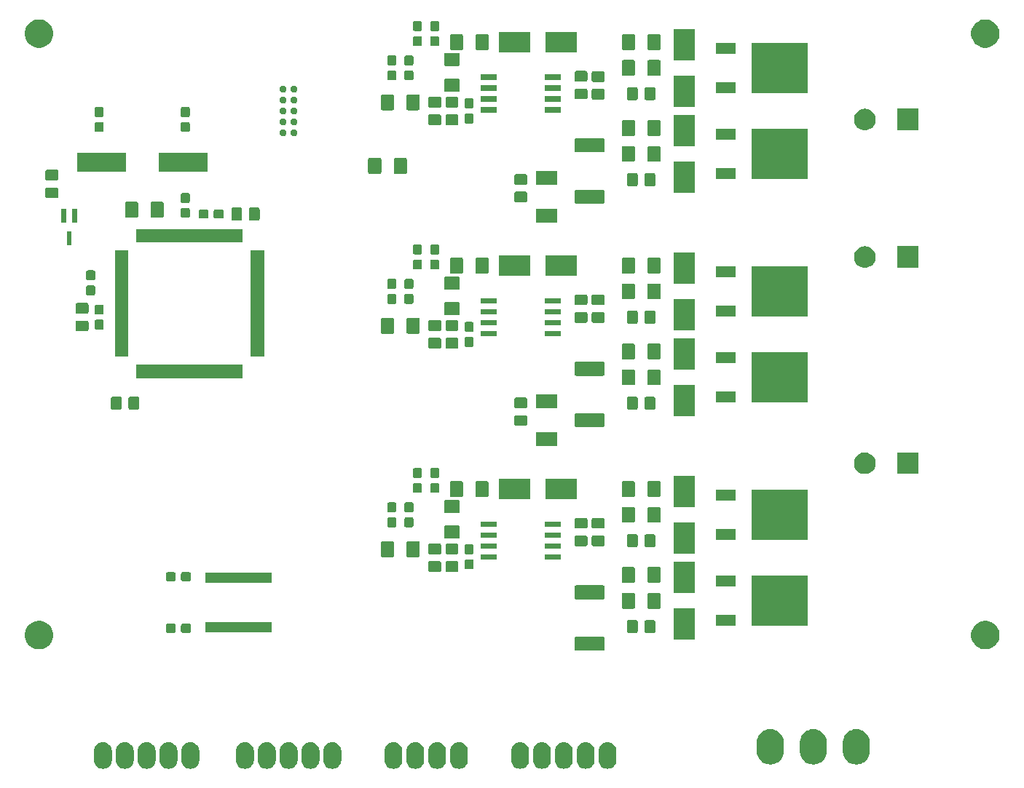
<source format=gbr>
G04 #@! TF.GenerationSoftware,KiCad,Pcbnew,5.0.2+dfsg1-1~bpo9+1*
G04 #@! TF.CreationDate,2019-05-15T23:25:40-04:00*
G04 #@! TF.ProjectId,SCARAMotorFeedbackController,53434152-414d-46f7-946f-724665656462,rev?*
G04 #@! TF.SameCoordinates,Original*
G04 #@! TF.FileFunction,Soldermask,Top*
G04 #@! TF.FilePolarity,Negative*
%FSLAX46Y46*%
G04 Gerber Fmt 4.6, Leading zero omitted, Abs format (unit mm)*
G04 Created by KiCad (PCBNEW 5.0.2+dfsg1-1~bpo9+1) date Wed 15 May 2019 11:25:40 PM EDT*
%MOMM*%
%LPD*%
G01*
G04 APERTURE LIST*
%ADD10C,0.100000*%
G04 APERTURE END LIST*
D10*
G36*
X20246032Y5035793D02*
X20444146Y4975695D01*
X20626729Y4878103D01*
X20786765Y4746765D01*
X20918103Y4586729D01*
X21015695Y4404146D01*
X21075793Y4206032D01*
X21091000Y4051630D01*
X21091000Y2948370D01*
X21075793Y2793968D01*
X21015695Y2595854D01*
X20918103Y2413271D01*
X20918101Y2413269D01*
X20786768Y2253238D01*
X20786766Y2253237D01*
X20786765Y2253235D01*
X20626729Y2121897D01*
X20444145Y2024305D01*
X20246031Y1964207D01*
X20040000Y1943915D01*
X19833968Y1964207D01*
X19635854Y2024305D01*
X19453271Y2121897D01*
X19389257Y2174432D01*
X19293238Y2253232D01*
X19293237Y2253234D01*
X19293235Y2253235D01*
X19161897Y2413271D01*
X19064305Y2595855D01*
X19004207Y2793969D01*
X18989000Y2948371D01*
X18989000Y4051631D01*
X19004207Y4206028D01*
X19064306Y4404148D01*
X19161899Y4586731D01*
X19293236Y4746765D01*
X19453270Y4878101D01*
X19453272Y4878103D01*
X19635855Y4975695D01*
X19833969Y5035793D01*
X20040000Y5056085D01*
X20246032Y5035793D01*
X20246032Y5035793D01*
G37*
G36*
X39286032Y5035793D02*
X39484146Y4975695D01*
X39666729Y4878103D01*
X39826765Y4746765D01*
X39958103Y4586729D01*
X40055695Y4404146D01*
X40115793Y4206032D01*
X40131000Y4051630D01*
X40131000Y2948370D01*
X40115793Y2793968D01*
X40055695Y2595854D01*
X39958103Y2413271D01*
X39958101Y2413269D01*
X39826768Y2253238D01*
X39826766Y2253237D01*
X39826765Y2253235D01*
X39666729Y2121897D01*
X39484145Y2024305D01*
X39286031Y1964207D01*
X39080000Y1943915D01*
X38873968Y1964207D01*
X38675854Y2024305D01*
X38493271Y2121897D01*
X38429257Y2174432D01*
X38333238Y2253232D01*
X38333237Y2253234D01*
X38333235Y2253235D01*
X38201897Y2413271D01*
X38104305Y2595855D01*
X38044207Y2793969D01*
X38029000Y2948371D01*
X38029000Y4051631D01*
X38044207Y4206028D01*
X38104306Y4404148D01*
X38201899Y4586731D01*
X38333236Y4746765D01*
X38493270Y4878101D01*
X38493272Y4878103D01*
X38675855Y4975695D01*
X38873969Y5035793D01*
X39080000Y5056085D01*
X39286032Y5035793D01*
X39286032Y5035793D01*
G37*
G36*
X66206032Y5035793D02*
X66404146Y4975695D01*
X66586729Y4878103D01*
X66746765Y4746765D01*
X66878103Y4586729D01*
X66975695Y4404146D01*
X67035793Y4206032D01*
X67051000Y4051630D01*
X67051000Y2948370D01*
X67035793Y2793968D01*
X66975695Y2595854D01*
X66878103Y2413271D01*
X66878101Y2413269D01*
X66746768Y2253238D01*
X66746766Y2253237D01*
X66746765Y2253235D01*
X66586729Y2121897D01*
X66404145Y2024305D01*
X66206031Y1964207D01*
X66000000Y1943915D01*
X65793968Y1964207D01*
X65595854Y2024305D01*
X65413271Y2121897D01*
X65349257Y2174432D01*
X65253238Y2253232D01*
X65253237Y2253234D01*
X65253235Y2253235D01*
X65121897Y2413271D01*
X65024305Y2595855D01*
X64964207Y2793969D01*
X64949000Y2948371D01*
X64949000Y4051631D01*
X64964207Y4206028D01*
X65024306Y4404148D01*
X65121899Y4586731D01*
X65253236Y4746765D01*
X65413270Y4878101D01*
X65413272Y4878103D01*
X65595855Y4975695D01*
X65793969Y5035793D01*
X66000000Y5056085D01*
X66206032Y5035793D01*
X66206032Y5035793D01*
G37*
G36*
X63666032Y5035793D02*
X63864146Y4975695D01*
X64046729Y4878103D01*
X64206765Y4746765D01*
X64338103Y4586729D01*
X64435695Y4404146D01*
X64495793Y4206032D01*
X64511000Y4051630D01*
X64511000Y2948370D01*
X64495793Y2793968D01*
X64435695Y2595854D01*
X64338103Y2413271D01*
X64338101Y2413269D01*
X64206768Y2253238D01*
X64206766Y2253237D01*
X64206765Y2253235D01*
X64046729Y2121897D01*
X63864145Y2024305D01*
X63666031Y1964207D01*
X63460000Y1943915D01*
X63253968Y1964207D01*
X63055854Y2024305D01*
X62873271Y2121897D01*
X62809257Y2174432D01*
X62713238Y2253232D01*
X62713237Y2253234D01*
X62713235Y2253235D01*
X62581897Y2413271D01*
X62484305Y2595855D01*
X62424207Y2793969D01*
X62409000Y2948371D01*
X62409000Y4051631D01*
X62424207Y4206028D01*
X62484306Y4404148D01*
X62581899Y4586731D01*
X62713236Y4746765D01*
X62873270Y4878101D01*
X62873272Y4878103D01*
X63055855Y4975695D01*
X63253969Y5035793D01*
X63460000Y5056085D01*
X63666032Y5035793D01*
X63666032Y5035793D01*
G37*
G36*
X61126032Y5035793D02*
X61324146Y4975695D01*
X61506729Y4878103D01*
X61666765Y4746765D01*
X61798103Y4586729D01*
X61895695Y4404146D01*
X61955793Y4206032D01*
X61971000Y4051630D01*
X61971000Y2948370D01*
X61955793Y2793968D01*
X61895695Y2595854D01*
X61798103Y2413271D01*
X61798101Y2413269D01*
X61666768Y2253238D01*
X61666766Y2253237D01*
X61666765Y2253235D01*
X61506729Y2121897D01*
X61324145Y2024305D01*
X61126031Y1964207D01*
X60920000Y1943915D01*
X60713968Y1964207D01*
X60515854Y2024305D01*
X60333271Y2121897D01*
X60269257Y2174432D01*
X60173238Y2253232D01*
X60173237Y2253234D01*
X60173235Y2253235D01*
X60041897Y2413271D01*
X59944305Y2595855D01*
X59884207Y2793969D01*
X59869000Y2948371D01*
X59869000Y4051631D01*
X59884207Y4206028D01*
X59944306Y4404148D01*
X60041899Y4586731D01*
X60173236Y4746765D01*
X60333270Y4878101D01*
X60333272Y4878103D01*
X60515855Y4975695D01*
X60713969Y5035793D01*
X60920000Y5056085D01*
X61126032Y5035793D01*
X61126032Y5035793D01*
G37*
G36*
X54016032Y5035793D02*
X54214146Y4975695D01*
X54396729Y4878103D01*
X54556765Y4746765D01*
X54688103Y4586729D01*
X54785695Y4404146D01*
X54845793Y4206032D01*
X54861000Y4051630D01*
X54861000Y2948370D01*
X54845793Y2793968D01*
X54785695Y2595854D01*
X54688103Y2413271D01*
X54688101Y2413269D01*
X54556768Y2253238D01*
X54556766Y2253237D01*
X54556765Y2253235D01*
X54396729Y2121897D01*
X54214145Y2024305D01*
X54016031Y1964207D01*
X53810000Y1943915D01*
X53603968Y1964207D01*
X53405854Y2024305D01*
X53223271Y2121897D01*
X53159257Y2174432D01*
X53063238Y2253232D01*
X53063237Y2253234D01*
X53063235Y2253235D01*
X52931897Y2413271D01*
X52834305Y2595855D01*
X52774207Y2793969D01*
X52759000Y2948371D01*
X52759000Y4051631D01*
X52774207Y4206028D01*
X52834306Y4404148D01*
X52931899Y4586731D01*
X53063236Y4746765D01*
X53223270Y4878101D01*
X53223272Y4878103D01*
X53405855Y4975695D01*
X53603969Y5035793D01*
X53810000Y5056085D01*
X54016032Y5035793D01*
X54016032Y5035793D01*
G37*
G36*
X51476032Y5035793D02*
X51674146Y4975695D01*
X51856729Y4878103D01*
X52016765Y4746765D01*
X52148103Y4586729D01*
X52245695Y4404146D01*
X52305793Y4206032D01*
X52321000Y4051630D01*
X52321000Y2948370D01*
X52305793Y2793968D01*
X52245695Y2595854D01*
X52148103Y2413271D01*
X52148101Y2413269D01*
X52016768Y2253238D01*
X52016766Y2253237D01*
X52016765Y2253235D01*
X51856729Y2121897D01*
X51674145Y2024305D01*
X51476031Y1964207D01*
X51270000Y1943915D01*
X51063968Y1964207D01*
X50865854Y2024305D01*
X50683271Y2121897D01*
X50619257Y2174432D01*
X50523238Y2253232D01*
X50523237Y2253234D01*
X50523235Y2253235D01*
X50391897Y2413271D01*
X50294305Y2595855D01*
X50234207Y2793969D01*
X50219000Y2948371D01*
X50219000Y4051631D01*
X50234207Y4206028D01*
X50294306Y4404148D01*
X50391899Y4586731D01*
X50523236Y4746765D01*
X50683270Y4878101D01*
X50683272Y4878103D01*
X50865855Y4975695D01*
X51063969Y5035793D01*
X51270000Y5056085D01*
X51476032Y5035793D01*
X51476032Y5035793D01*
G37*
G36*
X48936032Y5035793D02*
X49134146Y4975695D01*
X49316729Y4878103D01*
X49476765Y4746765D01*
X49608103Y4586729D01*
X49705695Y4404146D01*
X49765793Y4206032D01*
X49781000Y4051630D01*
X49781000Y2948370D01*
X49765793Y2793968D01*
X49705695Y2595854D01*
X49608103Y2413271D01*
X49608101Y2413269D01*
X49476768Y2253238D01*
X49476766Y2253237D01*
X49476765Y2253235D01*
X49316729Y2121897D01*
X49134145Y2024305D01*
X48936031Y1964207D01*
X48730000Y1943915D01*
X48523968Y1964207D01*
X48325854Y2024305D01*
X48143271Y2121897D01*
X48079257Y2174432D01*
X47983238Y2253232D01*
X47983237Y2253234D01*
X47983235Y2253235D01*
X47851897Y2413271D01*
X47754305Y2595855D01*
X47694207Y2793969D01*
X47679000Y2948371D01*
X47679000Y4051631D01*
X47694207Y4206028D01*
X47754306Y4404148D01*
X47851899Y4586731D01*
X47983236Y4746765D01*
X48143270Y4878101D01*
X48143272Y4878103D01*
X48325855Y4975695D01*
X48523969Y5035793D01*
X48730000Y5056085D01*
X48936032Y5035793D01*
X48936032Y5035793D01*
G37*
G36*
X46396032Y5035793D02*
X46594146Y4975695D01*
X46776729Y4878103D01*
X46936765Y4746765D01*
X47068103Y4586729D01*
X47165695Y4404146D01*
X47225793Y4206032D01*
X47241000Y4051630D01*
X47241000Y2948370D01*
X47225793Y2793968D01*
X47165695Y2595854D01*
X47068103Y2413271D01*
X47068101Y2413269D01*
X46936768Y2253238D01*
X46936766Y2253237D01*
X46936765Y2253235D01*
X46776729Y2121897D01*
X46594145Y2024305D01*
X46396031Y1964207D01*
X46190000Y1943915D01*
X45983968Y1964207D01*
X45785854Y2024305D01*
X45603271Y2121897D01*
X45539257Y2174432D01*
X45443238Y2253232D01*
X45443237Y2253234D01*
X45443235Y2253235D01*
X45311897Y2413271D01*
X45214305Y2595855D01*
X45154207Y2793969D01*
X45139000Y2948371D01*
X45139000Y4051631D01*
X45154207Y4206028D01*
X45214306Y4404148D01*
X45311899Y4586731D01*
X45443236Y4746765D01*
X45603270Y4878101D01*
X45603272Y4878103D01*
X45785855Y4975695D01*
X45983969Y5035793D01*
X46190000Y5056085D01*
X46396032Y5035793D01*
X46396032Y5035793D01*
G37*
G36*
X68746032Y5035793D02*
X68944146Y4975695D01*
X69126729Y4878103D01*
X69286765Y4746765D01*
X69418103Y4586729D01*
X69515695Y4404146D01*
X69575793Y4206032D01*
X69591000Y4051630D01*
X69591000Y2948370D01*
X69575793Y2793968D01*
X69515695Y2595854D01*
X69418103Y2413271D01*
X69418101Y2413269D01*
X69286768Y2253238D01*
X69286766Y2253237D01*
X69286765Y2253235D01*
X69126729Y2121897D01*
X68944145Y2024305D01*
X68746031Y1964207D01*
X68540000Y1943915D01*
X68333968Y1964207D01*
X68135854Y2024305D01*
X67953271Y2121897D01*
X67889257Y2174432D01*
X67793238Y2253232D01*
X67793237Y2253234D01*
X67793235Y2253235D01*
X67661897Y2413271D01*
X67564305Y2595855D01*
X67504207Y2793969D01*
X67489000Y2948371D01*
X67489000Y4051631D01*
X67504207Y4206028D01*
X67564306Y4404148D01*
X67661899Y4586731D01*
X67793236Y4746765D01*
X67953270Y4878101D01*
X67953272Y4878103D01*
X68135855Y4975695D01*
X68333969Y5035793D01*
X68540000Y5056085D01*
X68746032Y5035793D01*
X68746032Y5035793D01*
G37*
G36*
X22786032Y5035793D02*
X22984146Y4975695D01*
X23166729Y4878103D01*
X23326765Y4746765D01*
X23458103Y4586729D01*
X23555695Y4404146D01*
X23615793Y4206032D01*
X23631000Y4051630D01*
X23631000Y2948370D01*
X23615793Y2793968D01*
X23555695Y2595854D01*
X23458103Y2413271D01*
X23458101Y2413269D01*
X23326768Y2253238D01*
X23326766Y2253237D01*
X23326765Y2253235D01*
X23166729Y2121897D01*
X22984145Y2024305D01*
X22786031Y1964207D01*
X22580000Y1943915D01*
X22373968Y1964207D01*
X22175854Y2024305D01*
X21993271Y2121897D01*
X21929257Y2174432D01*
X21833238Y2253232D01*
X21833237Y2253234D01*
X21833235Y2253235D01*
X21701897Y2413271D01*
X21604305Y2595855D01*
X21544207Y2793969D01*
X21529000Y2948371D01*
X21529000Y4051631D01*
X21544207Y4206028D01*
X21604306Y4404148D01*
X21701899Y4586731D01*
X21833236Y4746765D01*
X21993270Y4878101D01*
X21993272Y4878103D01*
X22175855Y4975695D01*
X22373969Y5035793D01*
X22580000Y5056085D01*
X22786032Y5035793D01*
X22786032Y5035793D01*
G37*
G36*
X71286032Y5035793D02*
X71484146Y4975695D01*
X71666729Y4878103D01*
X71826765Y4746765D01*
X71958103Y4586729D01*
X72055695Y4404146D01*
X72115793Y4206032D01*
X72131000Y4051630D01*
X72131000Y2948370D01*
X72115793Y2793968D01*
X72055695Y2595854D01*
X71958103Y2413271D01*
X71958101Y2413269D01*
X71826768Y2253238D01*
X71826766Y2253237D01*
X71826765Y2253235D01*
X71666729Y2121897D01*
X71484145Y2024305D01*
X71286031Y1964207D01*
X71080000Y1943915D01*
X70873968Y1964207D01*
X70675854Y2024305D01*
X70493271Y2121897D01*
X70429257Y2174432D01*
X70333238Y2253232D01*
X70333237Y2253234D01*
X70333235Y2253235D01*
X70201897Y2413271D01*
X70104305Y2595855D01*
X70044207Y2793969D01*
X70029000Y2948371D01*
X70029000Y4051631D01*
X70044207Y4206028D01*
X70104306Y4404148D01*
X70201899Y4586731D01*
X70333236Y4746765D01*
X70493270Y4878101D01*
X70493272Y4878103D01*
X70675855Y4975695D01*
X70873969Y5035793D01*
X71080000Y5056085D01*
X71286032Y5035793D01*
X71286032Y5035793D01*
G37*
G36*
X17706032Y5035793D02*
X17904146Y4975695D01*
X18086729Y4878103D01*
X18246765Y4746765D01*
X18378103Y4586729D01*
X18475695Y4404146D01*
X18535793Y4206032D01*
X18551000Y4051630D01*
X18551000Y2948370D01*
X18535793Y2793968D01*
X18475695Y2595854D01*
X18378103Y2413271D01*
X18378101Y2413269D01*
X18246768Y2253238D01*
X18246766Y2253237D01*
X18246765Y2253235D01*
X18086729Y2121897D01*
X17904145Y2024305D01*
X17706031Y1964207D01*
X17500000Y1943915D01*
X17293968Y1964207D01*
X17095854Y2024305D01*
X16913271Y2121897D01*
X16849257Y2174432D01*
X16753238Y2253232D01*
X16753237Y2253234D01*
X16753235Y2253235D01*
X16621897Y2413271D01*
X16524305Y2595855D01*
X16464207Y2793969D01*
X16449000Y2948371D01*
X16449000Y4051631D01*
X16464207Y4206028D01*
X16524306Y4404148D01*
X16621899Y4586731D01*
X16753236Y4746765D01*
X16913270Y4878101D01*
X16913272Y4878103D01*
X17095855Y4975695D01*
X17293969Y5035793D01*
X17500000Y5056085D01*
X17706032Y5035793D01*
X17706032Y5035793D01*
G37*
G36*
X15166032Y5035793D02*
X15364146Y4975695D01*
X15546729Y4878103D01*
X15706765Y4746765D01*
X15838103Y4586729D01*
X15935695Y4404146D01*
X15995793Y4206032D01*
X16011000Y4051630D01*
X16011000Y2948370D01*
X15995793Y2793968D01*
X15935695Y2595854D01*
X15838103Y2413271D01*
X15838101Y2413269D01*
X15706768Y2253238D01*
X15706766Y2253237D01*
X15706765Y2253235D01*
X15546729Y2121897D01*
X15364145Y2024305D01*
X15166031Y1964207D01*
X14960000Y1943915D01*
X14753968Y1964207D01*
X14555854Y2024305D01*
X14373271Y2121897D01*
X14309257Y2174432D01*
X14213238Y2253232D01*
X14213237Y2253234D01*
X14213235Y2253235D01*
X14081897Y2413271D01*
X13984305Y2595855D01*
X13924207Y2793969D01*
X13909000Y2948371D01*
X13909000Y4051631D01*
X13924207Y4206028D01*
X13984306Y4404148D01*
X14081899Y4586731D01*
X14213236Y4746765D01*
X14373270Y4878101D01*
X14373272Y4878103D01*
X14555855Y4975695D01*
X14753969Y5035793D01*
X14960000Y5056085D01*
X15166032Y5035793D01*
X15166032Y5035793D01*
G37*
G36*
X12626032Y5035793D02*
X12824146Y4975695D01*
X13006729Y4878103D01*
X13166765Y4746765D01*
X13298103Y4586729D01*
X13395695Y4404146D01*
X13455793Y4206032D01*
X13471000Y4051630D01*
X13471000Y2948370D01*
X13455793Y2793968D01*
X13395695Y2595854D01*
X13298103Y2413271D01*
X13298101Y2413269D01*
X13166768Y2253238D01*
X13166766Y2253237D01*
X13166765Y2253235D01*
X13006729Y2121897D01*
X12824145Y2024305D01*
X12626031Y1964207D01*
X12420000Y1943915D01*
X12213968Y1964207D01*
X12015854Y2024305D01*
X11833271Y2121897D01*
X11769257Y2174432D01*
X11673238Y2253232D01*
X11673237Y2253234D01*
X11673235Y2253235D01*
X11541897Y2413271D01*
X11444305Y2595855D01*
X11384207Y2793969D01*
X11369000Y2948371D01*
X11369000Y4051631D01*
X11384207Y4206028D01*
X11444306Y4404148D01*
X11541899Y4586731D01*
X11673236Y4746765D01*
X11833270Y4878101D01*
X11833272Y4878103D01*
X12015855Y4975695D01*
X12213969Y5035793D01*
X12420000Y5056085D01*
X12626032Y5035793D01*
X12626032Y5035793D01*
G37*
G36*
X31666032Y5035793D02*
X31864146Y4975695D01*
X32046729Y4878103D01*
X32206765Y4746765D01*
X32338103Y4586729D01*
X32435695Y4404146D01*
X32495793Y4206032D01*
X32511000Y4051630D01*
X32511000Y2948370D01*
X32495793Y2793968D01*
X32435695Y2595854D01*
X32338103Y2413271D01*
X32338101Y2413269D01*
X32206768Y2253238D01*
X32206766Y2253237D01*
X32206765Y2253235D01*
X32046729Y2121897D01*
X31864145Y2024305D01*
X31666031Y1964207D01*
X31460000Y1943915D01*
X31253968Y1964207D01*
X31055854Y2024305D01*
X30873271Y2121897D01*
X30809257Y2174432D01*
X30713238Y2253232D01*
X30713237Y2253234D01*
X30713235Y2253235D01*
X30581897Y2413271D01*
X30484305Y2595855D01*
X30424207Y2793969D01*
X30409000Y2948371D01*
X30409000Y4051631D01*
X30424207Y4206028D01*
X30484306Y4404148D01*
X30581899Y4586731D01*
X30713236Y4746765D01*
X30873270Y4878101D01*
X30873272Y4878103D01*
X31055855Y4975695D01*
X31253969Y5035793D01*
X31460000Y5056085D01*
X31666032Y5035793D01*
X31666032Y5035793D01*
G37*
G36*
X29126032Y5035793D02*
X29324146Y4975695D01*
X29506729Y4878103D01*
X29666765Y4746765D01*
X29798103Y4586729D01*
X29895695Y4404146D01*
X29955793Y4206032D01*
X29971000Y4051630D01*
X29971000Y2948370D01*
X29955793Y2793968D01*
X29895695Y2595854D01*
X29798103Y2413271D01*
X29798101Y2413269D01*
X29666768Y2253238D01*
X29666766Y2253237D01*
X29666765Y2253235D01*
X29506729Y2121897D01*
X29324145Y2024305D01*
X29126031Y1964207D01*
X28920000Y1943915D01*
X28713968Y1964207D01*
X28515854Y2024305D01*
X28333271Y2121897D01*
X28269257Y2174432D01*
X28173238Y2253232D01*
X28173237Y2253234D01*
X28173235Y2253235D01*
X28041897Y2413271D01*
X27944305Y2595855D01*
X27884207Y2793969D01*
X27869000Y2948371D01*
X27869000Y4051631D01*
X27884207Y4206028D01*
X27944306Y4404148D01*
X28041899Y4586731D01*
X28173236Y4746765D01*
X28333270Y4878101D01*
X28333272Y4878103D01*
X28515855Y4975695D01*
X28713969Y5035793D01*
X28920000Y5056085D01*
X29126032Y5035793D01*
X29126032Y5035793D01*
G37*
G36*
X36746032Y5035793D02*
X36944146Y4975695D01*
X37126729Y4878103D01*
X37286765Y4746765D01*
X37418103Y4586729D01*
X37515695Y4404146D01*
X37575793Y4206032D01*
X37591000Y4051630D01*
X37591000Y2948370D01*
X37575793Y2793968D01*
X37515695Y2595854D01*
X37418103Y2413271D01*
X37418101Y2413269D01*
X37286768Y2253238D01*
X37286766Y2253237D01*
X37286765Y2253235D01*
X37126729Y2121897D01*
X36944145Y2024305D01*
X36746031Y1964207D01*
X36540000Y1943915D01*
X36333968Y1964207D01*
X36135854Y2024305D01*
X35953271Y2121897D01*
X35889257Y2174432D01*
X35793238Y2253232D01*
X35793237Y2253234D01*
X35793235Y2253235D01*
X35661897Y2413271D01*
X35564305Y2595855D01*
X35504207Y2793969D01*
X35489000Y2948371D01*
X35489000Y4051631D01*
X35504207Y4206028D01*
X35564306Y4404148D01*
X35661899Y4586731D01*
X35793236Y4746765D01*
X35953270Y4878101D01*
X35953272Y4878103D01*
X36135855Y4975695D01*
X36333969Y5035793D01*
X36540000Y5056085D01*
X36746032Y5035793D01*
X36746032Y5035793D01*
G37*
G36*
X34206032Y5035793D02*
X34404146Y4975695D01*
X34586729Y4878103D01*
X34746765Y4746765D01*
X34878103Y4586729D01*
X34975695Y4404146D01*
X35035793Y4206032D01*
X35051000Y4051630D01*
X35051000Y2948370D01*
X35035793Y2793968D01*
X34975695Y2595854D01*
X34878103Y2413271D01*
X34878101Y2413269D01*
X34746768Y2253238D01*
X34746766Y2253237D01*
X34746765Y2253235D01*
X34586729Y2121897D01*
X34404145Y2024305D01*
X34206031Y1964207D01*
X34000000Y1943915D01*
X33793968Y1964207D01*
X33595854Y2024305D01*
X33413271Y2121897D01*
X33349257Y2174432D01*
X33253238Y2253232D01*
X33253237Y2253234D01*
X33253235Y2253235D01*
X33121897Y2413271D01*
X33024305Y2595855D01*
X32964207Y2793969D01*
X32949000Y2948371D01*
X32949000Y4051631D01*
X32964207Y4206028D01*
X33024306Y4404148D01*
X33121899Y4586731D01*
X33253236Y4746765D01*
X33413270Y4878101D01*
X33413272Y4878103D01*
X33595855Y4975695D01*
X33793969Y5035793D01*
X34000000Y5056085D01*
X34206032Y5035793D01*
X34206032Y5035793D01*
G37*
G36*
X100304049Y6528558D02*
X100498959Y6469433D01*
X100596415Y6439870D01*
X100694690Y6387340D01*
X100865858Y6295849D01*
X101102029Y6102029D01*
X101295849Y5865858D01*
X101387340Y5694690D01*
X101439870Y5596415D01*
X101439870Y5596414D01*
X101528558Y5304049D01*
X101551000Y5076190D01*
X101551000Y3923810D01*
X101528558Y3695951D01*
X101469433Y3501041D01*
X101439870Y3403585D01*
X101387340Y3305310D01*
X101295849Y3134142D01*
X101295847Y3134140D01*
X101102032Y2897974D01*
X101102030Y2897973D01*
X101102029Y2897971D01*
X100865857Y2704151D01*
X100731135Y2632140D01*
X100596414Y2560130D01*
X100498958Y2530567D01*
X100304048Y2471442D01*
X100000000Y2441496D01*
X99695951Y2471442D01*
X99501041Y2530567D01*
X99403585Y2560130D01*
X99305310Y2612660D01*
X99134142Y2704151D01*
X99024693Y2793973D01*
X98897974Y2897968D01*
X98897973Y2897970D01*
X98897971Y2897971D01*
X98704151Y3134143D01*
X98560131Y3403585D01*
X98560130Y3403586D01*
X98530567Y3501042D01*
X98471442Y3695952D01*
X98449000Y3923811D01*
X98449000Y5076190D01*
X98471442Y5304049D01*
X98560130Y5596414D01*
X98560130Y5596415D01*
X98612660Y5694690D01*
X98704151Y5865858D01*
X98897972Y6102029D01*
X99134143Y6295849D01*
X99305311Y6387340D01*
X99403586Y6439870D01*
X99501042Y6469433D01*
X99695952Y6528558D01*
X100000000Y6558504D01*
X100304049Y6528558D01*
X100304049Y6528558D01*
G37*
G36*
X95304049Y6528558D02*
X95498959Y6469433D01*
X95596415Y6439870D01*
X95694690Y6387340D01*
X95865858Y6295849D01*
X96102029Y6102029D01*
X96295849Y5865858D01*
X96387340Y5694690D01*
X96439870Y5596415D01*
X96439870Y5596414D01*
X96528558Y5304049D01*
X96551000Y5076190D01*
X96551000Y3923810D01*
X96528558Y3695951D01*
X96469433Y3501041D01*
X96439870Y3403585D01*
X96387340Y3305310D01*
X96295849Y3134142D01*
X96295847Y3134140D01*
X96102032Y2897974D01*
X96102030Y2897973D01*
X96102029Y2897971D01*
X95865857Y2704151D01*
X95731135Y2632140D01*
X95596414Y2560130D01*
X95498958Y2530567D01*
X95304048Y2471442D01*
X95000000Y2441496D01*
X94695951Y2471442D01*
X94501041Y2530567D01*
X94403585Y2560130D01*
X94305310Y2612660D01*
X94134142Y2704151D01*
X94024693Y2793973D01*
X93897974Y2897968D01*
X93897973Y2897970D01*
X93897971Y2897971D01*
X93704151Y3134143D01*
X93560131Y3403585D01*
X93560130Y3403586D01*
X93530567Y3501042D01*
X93471442Y3695952D01*
X93449000Y3923811D01*
X93449000Y5076190D01*
X93471442Y5304049D01*
X93560130Y5596414D01*
X93560130Y5596415D01*
X93612660Y5694690D01*
X93704151Y5865858D01*
X93897972Y6102029D01*
X94134143Y6295849D01*
X94305311Y6387340D01*
X94403586Y6439870D01*
X94501042Y6469433D01*
X94695952Y6528558D01*
X95000000Y6558504D01*
X95304049Y6528558D01*
X95304049Y6528558D01*
G37*
G36*
X90304049Y6528558D02*
X90498959Y6469433D01*
X90596415Y6439870D01*
X90694690Y6387340D01*
X90865858Y6295849D01*
X91102029Y6102029D01*
X91295849Y5865858D01*
X91387340Y5694690D01*
X91439870Y5596415D01*
X91439870Y5596414D01*
X91528558Y5304049D01*
X91551000Y5076190D01*
X91551000Y3923810D01*
X91528558Y3695951D01*
X91469433Y3501041D01*
X91439870Y3403585D01*
X91387340Y3305310D01*
X91295849Y3134142D01*
X91295847Y3134140D01*
X91102032Y2897974D01*
X91102030Y2897973D01*
X91102029Y2897971D01*
X90865857Y2704151D01*
X90731135Y2632140D01*
X90596414Y2560130D01*
X90498958Y2530567D01*
X90304048Y2471442D01*
X90000000Y2441496D01*
X89695951Y2471442D01*
X89501041Y2530567D01*
X89403585Y2560130D01*
X89305310Y2612660D01*
X89134142Y2704151D01*
X89024693Y2793973D01*
X88897974Y2897968D01*
X88897973Y2897970D01*
X88897971Y2897971D01*
X88704151Y3134143D01*
X88560131Y3403585D01*
X88560130Y3403586D01*
X88530567Y3501042D01*
X88471442Y3695952D01*
X88449000Y3923811D01*
X88449000Y5076190D01*
X88471442Y5304049D01*
X88560130Y5596414D01*
X88560130Y5596415D01*
X88612660Y5694690D01*
X88704151Y5865858D01*
X88897972Y6102029D01*
X89134143Y6295849D01*
X89305311Y6387340D01*
X89403586Y6439870D01*
X89501042Y6469433D01*
X89695952Y6528558D01*
X90000000Y6558504D01*
X90304049Y6528558D01*
X90304049Y6528558D01*
G37*
G36*
X70578821Y17321897D02*
X70612982Y17311534D01*
X70644464Y17294707D01*
X70672060Y17272060D01*
X70694707Y17244464D01*
X70711534Y17212982D01*
X70721897Y17178821D01*
X70726000Y17137158D01*
X70726000Y15887842D01*
X70721897Y15846179D01*
X70711534Y15812018D01*
X70694707Y15780536D01*
X70672060Y15752940D01*
X70644464Y15730293D01*
X70612982Y15713466D01*
X70578821Y15703103D01*
X70537158Y15699000D01*
X67462842Y15699000D01*
X67421179Y15703103D01*
X67387018Y15713466D01*
X67355536Y15730293D01*
X67327940Y15752940D01*
X67305293Y15780536D01*
X67288466Y15812018D01*
X67278103Y15846179D01*
X67274000Y15887842D01*
X67274000Y17137158D01*
X67278103Y17178821D01*
X67288466Y17212982D01*
X67305293Y17244464D01*
X67327940Y17272060D01*
X67355536Y17294707D01*
X67387018Y17311534D01*
X67421179Y17321897D01*
X67462842Y17326000D01*
X70537158Y17326000D01*
X70578821Y17321897D01*
X70578821Y17321897D01*
G37*
G36*
X115375256Y19108702D02*
X115481579Y19087553D01*
X115694037Y18999550D01*
X115744067Y18978827D01*
X115782042Y18963097D01*
X115993874Y18821555D01*
X116052454Y18782413D01*
X116282413Y18552454D01*
X116282415Y18552451D01*
X116463097Y18282042D01*
X116585850Y17985691D01*
X116587553Y17981578D01*
X116651000Y17662611D01*
X116651000Y17337389D01*
X116647918Y17321897D01*
X116587553Y17018421D01*
X116499550Y16805963D01*
X116463098Y16717960D01*
X116282413Y16447546D01*
X116052454Y16217587D01*
X116052451Y16217585D01*
X115782042Y16036903D01*
X115481579Y15912447D01*
X115375256Y15891298D01*
X115162611Y15849000D01*
X114837389Y15849000D01*
X114624744Y15891298D01*
X114518421Y15912447D01*
X114217958Y16036903D01*
X113947549Y16217585D01*
X113947546Y16217587D01*
X113717587Y16447546D01*
X113536902Y16717960D01*
X113500450Y16805963D01*
X113412447Y17018421D01*
X113352082Y17321897D01*
X113349000Y17337389D01*
X113349000Y17662611D01*
X113412447Y17981578D01*
X113414151Y17985691D01*
X113536903Y18282042D01*
X113717585Y18552451D01*
X113717587Y18552454D01*
X113947546Y18782413D01*
X114006126Y18821555D01*
X114217958Y18963097D01*
X114255934Y18978827D01*
X114305963Y18999550D01*
X114518421Y19087553D01*
X114624744Y19108702D01*
X114837389Y19151000D01*
X115162611Y19151000D01*
X115375256Y19108702D01*
X115375256Y19108702D01*
G37*
G36*
X5375256Y19108702D02*
X5481579Y19087553D01*
X5694037Y18999550D01*
X5744067Y18978827D01*
X5782042Y18963097D01*
X5993874Y18821555D01*
X6052454Y18782413D01*
X6282413Y18552454D01*
X6282415Y18552451D01*
X6463097Y18282042D01*
X6585850Y17985691D01*
X6587553Y17981578D01*
X6651000Y17662611D01*
X6651000Y17337389D01*
X6647918Y17321897D01*
X6587553Y17018421D01*
X6499550Y16805963D01*
X6463098Y16717960D01*
X6282413Y16447546D01*
X6052454Y16217587D01*
X6052451Y16217585D01*
X5782042Y16036903D01*
X5481579Y15912447D01*
X5375256Y15891298D01*
X5162611Y15849000D01*
X4837389Y15849000D01*
X4624744Y15891298D01*
X4518421Y15912447D01*
X4217958Y16036903D01*
X3947549Y16217585D01*
X3947546Y16217587D01*
X3717587Y16447546D01*
X3536902Y16717960D01*
X3500450Y16805963D01*
X3412447Y17018421D01*
X3352082Y17321897D01*
X3349000Y17337389D01*
X3349000Y17662611D01*
X3412447Y17981578D01*
X3414151Y17985691D01*
X3536903Y18282042D01*
X3717585Y18552451D01*
X3717587Y18552454D01*
X3947546Y18782413D01*
X4006126Y18821555D01*
X4217958Y18963097D01*
X4255934Y18978827D01*
X4305963Y18999550D01*
X4518421Y19087553D01*
X4624744Y19108702D01*
X4837389Y19151000D01*
X5162611Y19151000D01*
X5375256Y19108702D01*
X5375256Y19108702D01*
G37*
G36*
X81201000Y16999000D02*
X78799000Y16999000D01*
X78799000Y20601000D01*
X81201000Y20601000D01*
X81201000Y16999000D01*
X81201000Y16999000D01*
G37*
G36*
X74438677Y19246535D02*
X74476364Y19235102D01*
X74511103Y19216534D01*
X74541548Y19191548D01*
X74566534Y19161103D01*
X74585102Y19126364D01*
X74596535Y19088677D01*
X74601000Y19043339D01*
X74601000Y17956661D01*
X74596535Y17911323D01*
X74585102Y17873636D01*
X74566534Y17838897D01*
X74541548Y17808452D01*
X74511103Y17783466D01*
X74476364Y17764898D01*
X74438677Y17753465D01*
X74393339Y17749000D01*
X73556661Y17749000D01*
X73511323Y17753465D01*
X73473636Y17764898D01*
X73438897Y17783466D01*
X73408452Y17808452D01*
X73383466Y17838897D01*
X73364898Y17873636D01*
X73353465Y17911323D01*
X73349000Y17956661D01*
X73349000Y19043339D01*
X73353465Y19088677D01*
X73364898Y19126364D01*
X73383466Y19161103D01*
X73408452Y19191548D01*
X73438897Y19216534D01*
X73473636Y19235102D01*
X73511323Y19246535D01*
X73556661Y19251000D01*
X74393339Y19251000D01*
X74438677Y19246535D01*
X74438677Y19246535D01*
G37*
G36*
X76488677Y19246535D02*
X76526364Y19235102D01*
X76561103Y19216534D01*
X76591548Y19191548D01*
X76616534Y19161103D01*
X76635102Y19126364D01*
X76646535Y19088677D01*
X76651000Y19043339D01*
X76651000Y17956661D01*
X76646535Y17911323D01*
X76635102Y17873636D01*
X76616534Y17838897D01*
X76591548Y17808452D01*
X76561103Y17783466D01*
X76526364Y17764898D01*
X76488677Y17753465D01*
X76443339Y17749000D01*
X75606661Y17749000D01*
X75561323Y17753465D01*
X75523636Y17764898D01*
X75488897Y17783466D01*
X75458452Y17808452D01*
X75433466Y17838897D01*
X75414898Y17873636D01*
X75403465Y17911323D01*
X75399000Y17956661D01*
X75399000Y19043339D01*
X75403465Y19088677D01*
X75414898Y19126364D01*
X75433466Y19161103D01*
X75458452Y19191548D01*
X75488897Y19216534D01*
X75523636Y19235102D01*
X75561323Y19246535D01*
X75606661Y19251000D01*
X76443339Y19251000D01*
X76488677Y19246535D01*
X76488677Y19246535D01*
G37*
G36*
X22489499Y18821555D02*
X22526993Y18810181D01*
X22561557Y18791706D01*
X22591847Y18766847D01*
X22616706Y18736557D01*
X22635181Y18701993D01*
X22646555Y18664499D01*
X22651000Y18619362D01*
X22651000Y17980638D01*
X22646555Y17935501D01*
X22635181Y17898007D01*
X22616706Y17863443D01*
X22591847Y17833153D01*
X22561557Y17808294D01*
X22526993Y17789819D01*
X22489499Y17778445D01*
X22444362Y17774000D01*
X21705638Y17774000D01*
X21660501Y17778445D01*
X21623007Y17789819D01*
X21588443Y17808294D01*
X21558153Y17833153D01*
X21533294Y17863443D01*
X21514819Y17898007D01*
X21503445Y17935501D01*
X21499000Y17980638D01*
X21499000Y18619362D01*
X21503445Y18664499D01*
X21514819Y18701993D01*
X21533294Y18736557D01*
X21558153Y18766847D01*
X21588443Y18791706D01*
X21623007Y18810181D01*
X21660501Y18821555D01*
X21705638Y18826000D01*
X22444362Y18826000D01*
X22489499Y18821555D01*
X22489499Y18821555D01*
G37*
G36*
X20739499Y18821555D02*
X20776993Y18810181D01*
X20811557Y18791706D01*
X20841847Y18766847D01*
X20866706Y18736557D01*
X20885181Y18701993D01*
X20896555Y18664499D01*
X20901000Y18619362D01*
X20901000Y17980638D01*
X20896555Y17935501D01*
X20885181Y17898007D01*
X20866706Y17863443D01*
X20841847Y17833153D01*
X20811557Y17808294D01*
X20776993Y17789819D01*
X20739499Y17778445D01*
X20694362Y17774000D01*
X19955638Y17774000D01*
X19910501Y17778445D01*
X19873007Y17789819D01*
X19838443Y17808294D01*
X19808153Y17833153D01*
X19783294Y17863443D01*
X19764819Y17898007D01*
X19753445Y17935501D01*
X19749000Y17980638D01*
X19749000Y18619362D01*
X19753445Y18664499D01*
X19764819Y18701993D01*
X19783294Y18736557D01*
X19808153Y18766847D01*
X19838443Y18791706D01*
X19873007Y18810181D01*
X19910501Y18821555D01*
X19955638Y18826000D01*
X20694362Y18826000D01*
X20739499Y18821555D01*
X20739499Y18821555D01*
G37*
G36*
X32026000Y17849000D02*
X24374000Y17849000D01*
X24374000Y19051000D01*
X32026000Y19051000D01*
X32026000Y17849000D01*
X32026000Y17849000D01*
G37*
G36*
X94351000Y18549000D02*
X87849000Y18549000D01*
X87849000Y24451000D01*
X94351000Y24451000D01*
X94351000Y18549000D01*
X94351000Y18549000D01*
G37*
G36*
X85951000Y18569000D02*
X83649000Y18569000D01*
X83649000Y19871000D01*
X85951000Y19871000D01*
X85951000Y18569000D01*
X85951000Y18569000D01*
G37*
G36*
X74125562Y22421819D02*
X74160477Y22411227D01*
X74192665Y22394022D01*
X74220873Y22370873D01*
X74244022Y22342665D01*
X74261227Y22310477D01*
X74271819Y22275562D01*
X74276000Y22233105D01*
X74276000Y20766895D01*
X74271819Y20724438D01*
X74261227Y20689523D01*
X74244022Y20657335D01*
X74220873Y20629127D01*
X74192665Y20605978D01*
X74160477Y20588773D01*
X74125562Y20578181D01*
X74083105Y20574000D01*
X72941895Y20574000D01*
X72899438Y20578181D01*
X72864523Y20588773D01*
X72832335Y20605978D01*
X72804127Y20629127D01*
X72780978Y20657335D01*
X72763773Y20689523D01*
X72753181Y20724438D01*
X72749000Y20766895D01*
X72749000Y22233105D01*
X72753181Y22275562D01*
X72763773Y22310477D01*
X72780978Y22342665D01*
X72804127Y22370873D01*
X72832335Y22394022D01*
X72864523Y22411227D01*
X72899438Y22421819D01*
X72941895Y22426000D01*
X74083105Y22426000D01*
X74125562Y22421819D01*
X74125562Y22421819D01*
G37*
G36*
X77100562Y22421819D02*
X77135477Y22411227D01*
X77167665Y22394022D01*
X77195873Y22370873D01*
X77219022Y22342665D01*
X77236227Y22310477D01*
X77246819Y22275562D01*
X77251000Y22233105D01*
X77251000Y20766895D01*
X77246819Y20724438D01*
X77236227Y20689523D01*
X77219022Y20657335D01*
X77195873Y20629127D01*
X77167665Y20605978D01*
X77135477Y20588773D01*
X77100562Y20578181D01*
X77058105Y20574000D01*
X75916895Y20574000D01*
X75874438Y20578181D01*
X75839523Y20588773D01*
X75807335Y20605978D01*
X75779127Y20629127D01*
X75755978Y20657335D01*
X75738773Y20689523D01*
X75728181Y20724438D01*
X75724000Y20766895D01*
X75724000Y22233105D01*
X75728181Y22275562D01*
X75738773Y22310477D01*
X75755978Y22342665D01*
X75779127Y22370873D01*
X75807335Y22394022D01*
X75839523Y22411227D01*
X75874438Y22421819D01*
X75916895Y22426000D01*
X77058105Y22426000D01*
X77100562Y22421819D01*
X77100562Y22421819D01*
G37*
G36*
X70578821Y23296897D02*
X70612982Y23286534D01*
X70644464Y23269707D01*
X70672060Y23247060D01*
X70694707Y23219464D01*
X70711534Y23187982D01*
X70721897Y23153821D01*
X70726000Y23112158D01*
X70726000Y21862842D01*
X70721897Y21821179D01*
X70711534Y21787018D01*
X70694707Y21755536D01*
X70672060Y21727940D01*
X70644464Y21705293D01*
X70612982Y21688466D01*
X70578821Y21678103D01*
X70537158Y21674000D01*
X67462842Y21674000D01*
X67421179Y21678103D01*
X67387018Y21688466D01*
X67355536Y21705293D01*
X67327940Y21727940D01*
X67305293Y21755536D01*
X67288466Y21787018D01*
X67278103Y21821179D01*
X67274000Y21862842D01*
X67274000Y23112158D01*
X67278103Y23153821D01*
X67288466Y23187982D01*
X67305293Y23219464D01*
X67327940Y23247060D01*
X67355536Y23269707D01*
X67387018Y23286534D01*
X67421179Y23296897D01*
X67462842Y23301000D01*
X70537158Y23301000D01*
X70578821Y23296897D01*
X70578821Y23296897D01*
G37*
G36*
X81201000Y22399000D02*
X78799000Y22399000D01*
X78799000Y26001000D01*
X81201000Y26001000D01*
X81201000Y22399000D01*
X81201000Y22399000D01*
G37*
G36*
X85951000Y23129000D02*
X83649000Y23129000D01*
X83649000Y24431000D01*
X85951000Y24431000D01*
X85951000Y23129000D01*
X85951000Y23129000D01*
G37*
G36*
X32026000Y23549000D02*
X24374000Y23549000D01*
X24374000Y24751000D01*
X32026000Y24751000D01*
X32026000Y23549000D01*
X32026000Y23549000D01*
G37*
G36*
X77100562Y25421819D02*
X77135477Y25411227D01*
X77167665Y25394022D01*
X77195873Y25370873D01*
X77219022Y25342665D01*
X77236227Y25310477D01*
X77246819Y25275562D01*
X77251000Y25233105D01*
X77251000Y23766895D01*
X77246819Y23724438D01*
X77236227Y23689523D01*
X77219022Y23657335D01*
X77195873Y23629127D01*
X77167665Y23605978D01*
X77135477Y23588773D01*
X77100562Y23578181D01*
X77058105Y23574000D01*
X75916895Y23574000D01*
X75874438Y23578181D01*
X75839523Y23588773D01*
X75807335Y23605978D01*
X75779127Y23629127D01*
X75755978Y23657335D01*
X75738773Y23689523D01*
X75728181Y23724438D01*
X75724000Y23766895D01*
X75724000Y25233105D01*
X75728181Y25275562D01*
X75738773Y25310477D01*
X75755978Y25342665D01*
X75779127Y25370873D01*
X75807335Y25394022D01*
X75839523Y25411227D01*
X75874438Y25421819D01*
X75916895Y25426000D01*
X77058105Y25426000D01*
X77100562Y25421819D01*
X77100562Y25421819D01*
G37*
G36*
X74125562Y25421819D02*
X74160477Y25411227D01*
X74192665Y25394022D01*
X74220873Y25370873D01*
X74244022Y25342665D01*
X74261227Y25310477D01*
X74271819Y25275562D01*
X74276000Y25233105D01*
X74276000Y23766895D01*
X74271819Y23724438D01*
X74261227Y23689523D01*
X74244022Y23657335D01*
X74220873Y23629127D01*
X74192665Y23605978D01*
X74160477Y23588773D01*
X74125562Y23578181D01*
X74083105Y23574000D01*
X72941895Y23574000D01*
X72899438Y23578181D01*
X72864523Y23588773D01*
X72832335Y23605978D01*
X72804127Y23629127D01*
X72780978Y23657335D01*
X72763773Y23689523D01*
X72753181Y23724438D01*
X72749000Y23766895D01*
X72749000Y25233105D01*
X72753181Y25275562D01*
X72763773Y25310477D01*
X72780978Y25342665D01*
X72804127Y25370873D01*
X72832335Y25394022D01*
X72864523Y25411227D01*
X72899438Y25421819D01*
X72941895Y25426000D01*
X74083105Y25426000D01*
X74125562Y25421819D01*
X74125562Y25421819D01*
G37*
G36*
X20739499Y24821555D02*
X20776993Y24810181D01*
X20811557Y24791706D01*
X20841847Y24766847D01*
X20866706Y24736557D01*
X20885181Y24701993D01*
X20896555Y24664499D01*
X20901000Y24619362D01*
X20901000Y23980638D01*
X20896555Y23935501D01*
X20885181Y23898007D01*
X20866706Y23863443D01*
X20841847Y23833153D01*
X20811557Y23808294D01*
X20776993Y23789819D01*
X20739499Y23778445D01*
X20694362Y23774000D01*
X19955638Y23774000D01*
X19910501Y23778445D01*
X19873007Y23789819D01*
X19838443Y23808294D01*
X19808153Y23833153D01*
X19783294Y23863443D01*
X19764819Y23898007D01*
X19753445Y23935501D01*
X19749000Y23980638D01*
X19749000Y24619362D01*
X19753445Y24664499D01*
X19764819Y24701993D01*
X19783294Y24736557D01*
X19808153Y24766847D01*
X19838443Y24791706D01*
X19873007Y24810181D01*
X19910501Y24821555D01*
X19955638Y24826000D01*
X20694362Y24826000D01*
X20739499Y24821555D01*
X20739499Y24821555D01*
G37*
G36*
X22489499Y24821555D02*
X22526993Y24810181D01*
X22561557Y24791706D01*
X22591847Y24766847D01*
X22616706Y24736557D01*
X22635181Y24701993D01*
X22646555Y24664499D01*
X22651000Y24619362D01*
X22651000Y23980638D01*
X22646555Y23935501D01*
X22635181Y23898007D01*
X22616706Y23863443D01*
X22591847Y23833153D01*
X22561557Y23808294D01*
X22526993Y23789819D01*
X22489499Y23778445D01*
X22444362Y23774000D01*
X21705638Y23774000D01*
X21660501Y23778445D01*
X21623007Y23789819D01*
X21588443Y23808294D01*
X21558153Y23833153D01*
X21533294Y23863443D01*
X21514819Y23898007D01*
X21503445Y23935501D01*
X21499000Y23980638D01*
X21499000Y24619362D01*
X21503445Y24664499D01*
X21514819Y24701993D01*
X21533294Y24736557D01*
X21558153Y24766847D01*
X21588443Y24791706D01*
X21623007Y24810181D01*
X21660501Y24821555D01*
X21705638Y24826000D01*
X22444362Y24826000D01*
X22489499Y24821555D01*
X22489499Y24821555D01*
G37*
G36*
X53588677Y26096535D02*
X53626364Y26085102D01*
X53661103Y26066534D01*
X53691548Y26041548D01*
X53716534Y26011103D01*
X53735102Y25976364D01*
X53746535Y25938677D01*
X53751000Y25893339D01*
X53751000Y25056661D01*
X53746535Y25011323D01*
X53735102Y24973636D01*
X53716534Y24938897D01*
X53691548Y24908452D01*
X53661103Y24883466D01*
X53626364Y24864898D01*
X53588677Y24853465D01*
X53543339Y24849000D01*
X52456661Y24849000D01*
X52411323Y24853465D01*
X52373636Y24864898D01*
X52338897Y24883466D01*
X52308452Y24908452D01*
X52283466Y24938897D01*
X52264898Y24973636D01*
X52253465Y25011323D01*
X52249000Y25056661D01*
X52249000Y25893339D01*
X52253465Y25938677D01*
X52264898Y25976364D01*
X52283466Y26011103D01*
X52308452Y26041548D01*
X52338897Y26066534D01*
X52373636Y26085102D01*
X52411323Y26096535D01*
X52456661Y26101000D01*
X53543339Y26101000D01*
X53588677Y26096535D01*
X53588677Y26096535D01*
G37*
G36*
X51588677Y26096535D02*
X51626364Y26085102D01*
X51661103Y26066534D01*
X51691548Y26041548D01*
X51716534Y26011103D01*
X51735102Y25976364D01*
X51746535Y25938677D01*
X51751000Y25893339D01*
X51751000Y25056661D01*
X51746535Y25011323D01*
X51735102Y24973636D01*
X51716534Y24938897D01*
X51691548Y24908452D01*
X51661103Y24883466D01*
X51626364Y24864898D01*
X51588677Y24853465D01*
X51543339Y24849000D01*
X50456661Y24849000D01*
X50411323Y24853465D01*
X50373636Y24864898D01*
X50338897Y24883466D01*
X50308452Y24908452D01*
X50283466Y24938897D01*
X50264898Y24973636D01*
X50253465Y25011323D01*
X50249000Y25056661D01*
X50249000Y25893339D01*
X50253465Y25938677D01*
X50264898Y25976364D01*
X50283466Y26011103D01*
X50308452Y26041548D01*
X50338897Y26066534D01*
X50373636Y26085102D01*
X50411323Y26096535D01*
X50456661Y26101000D01*
X51543339Y26101000D01*
X51588677Y26096535D01*
X51588677Y26096535D01*
G37*
G36*
X55364499Y26321555D02*
X55401993Y26310181D01*
X55436557Y26291706D01*
X55466847Y26266847D01*
X55491706Y26236557D01*
X55510181Y26201993D01*
X55521555Y26164499D01*
X55526000Y26119362D01*
X55526000Y25380638D01*
X55521555Y25335501D01*
X55510181Y25298007D01*
X55491706Y25263443D01*
X55466847Y25233153D01*
X55436557Y25208294D01*
X55401993Y25189819D01*
X55364499Y25178445D01*
X55319362Y25174000D01*
X54680638Y25174000D01*
X54635501Y25178445D01*
X54598007Y25189819D01*
X54563443Y25208294D01*
X54533153Y25233153D01*
X54508294Y25263443D01*
X54489819Y25298007D01*
X54478445Y25335501D01*
X54474000Y25380638D01*
X54474000Y26119362D01*
X54478445Y26164499D01*
X54489819Y26201993D01*
X54508294Y26236557D01*
X54533153Y26266847D01*
X54563443Y26291706D01*
X54598007Y26310181D01*
X54635501Y26321555D01*
X54680638Y26326000D01*
X55319362Y26326000D01*
X55364499Y26321555D01*
X55364499Y26321555D01*
G37*
G36*
X58226000Y26269000D02*
X56374000Y26269000D01*
X56374000Y26921000D01*
X58226000Y26921000D01*
X58226000Y26269000D01*
X58226000Y26269000D01*
G37*
G36*
X65626000Y26269000D02*
X63774000Y26269000D01*
X63774000Y26921000D01*
X65626000Y26921000D01*
X65626000Y26269000D01*
X65626000Y26269000D01*
G37*
G36*
X46125562Y28421819D02*
X46160477Y28411227D01*
X46192665Y28394022D01*
X46220873Y28370873D01*
X46244022Y28342665D01*
X46261227Y28310477D01*
X46271819Y28275562D01*
X46276000Y28233105D01*
X46276000Y26766895D01*
X46271819Y26724438D01*
X46261227Y26689523D01*
X46244022Y26657335D01*
X46220873Y26629127D01*
X46192665Y26605978D01*
X46160477Y26588773D01*
X46125562Y26578181D01*
X46083105Y26574000D01*
X44941895Y26574000D01*
X44899438Y26578181D01*
X44864523Y26588773D01*
X44832335Y26605978D01*
X44804127Y26629127D01*
X44780978Y26657335D01*
X44763773Y26689523D01*
X44753181Y26724438D01*
X44749000Y26766895D01*
X44749000Y28233105D01*
X44753181Y28275562D01*
X44763773Y28310477D01*
X44780978Y28342665D01*
X44804127Y28370873D01*
X44832335Y28394022D01*
X44864523Y28411227D01*
X44899438Y28421819D01*
X44941895Y28426000D01*
X46083105Y28426000D01*
X46125562Y28421819D01*
X46125562Y28421819D01*
G37*
G36*
X49100562Y28421819D02*
X49135477Y28411227D01*
X49167665Y28394022D01*
X49195873Y28370873D01*
X49219022Y28342665D01*
X49236227Y28310477D01*
X49246819Y28275562D01*
X49251000Y28233105D01*
X49251000Y26766895D01*
X49246819Y26724438D01*
X49236227Y26689523D01*
X49219022Y26657335D01*
X49195873Y26629127D01*
X49167665Y26605978D01*
X49135477Y26588773D01*
X49100562Y26578181D01*
X49058105Y26574000D01*
X47916895Y26574000D01*
X47874438Y26578181D01*
X47839523Y26588773D01*
X47807335Y26605978D01*
X47779127Y26629127D01*
X47755978Y26657335D01*
X47738773Y26689523D01*
X47728181Y26724438D01*
X47724000Y26766895D01*
X47724000Y28233105D01*
X47728181Y28275562D01*
X47738773Y28310477D01*
X47755978Y28342665D01*
X47779127Y28370873D01*
X47807335Y28394022D01*
X47839523Y28411227D01*
X47874438Y28421819D01*
X47916895Y28426000D01*
X49058105Y28426000D01*
X49100562Y28421819D01*
X49100562Y28421819D01*
G37*
G36*
X51588677Y28146535D02*
X51626364Y28135102D01*
X51661103Y28116534D01*
X51691548Y28091548D01*
X51716534Y28061103D01*
X51735102Y28026364D01*
X51746535Y27988677D01*
X51751000Y27943339D01*
X51751000Y27106661D01*
X51746535Y27061323D01*
X51735102Y27023636D01*
X51716534Y26988897D01*
X51691548Y26958452D01*
X51661103Y26933466D01*
X51626364Y26914898D01*
X51588677Y26903465D01*
X51543339Y26899000D01*
X50456661Y26899000D01*
X50411323Y26903465D01*
X50373636Y26914898D01*
X50338897Y26933466D01*
X50308452Y26958452D01*
X50283466Y26988897D01*
X50264898Y27023636D01*
X50253465Y27061323D01*
X50249000Y27106661D01*
X50249000Y27943339D01*
X50253465Y27988677D01*
X50264898Y28026364D01*
X50283466Y28061103D01*
X50308452Y28091548D01*
X50338897Y28116534D01*
X50373636Y28135102D01*
X50411323Y28146535D01*
X50456661Y28151000D01*
X51543339Y28151000D01*
X51588677Y28146535D01*
X51588677Y28146535D01*
G37*
G36*
X53588677Y28146535D02*
X53626364Y28135102D01*
X53661103Y28116534D01*
X53691548Y28091548D01*
X53716534Y28061103D01*
X53735102Y28026364D01*
X53746535Y27988677D01*
X53751000Y27943339D01*
X53751000Y27106661D01*
X53746535Y27061323D01*
X53735102Y27023636D01*
X53716534Y26988897D01*
X53691548Y26958452D01*
X53661103Y26933466D01*
X53626364Y26914898D01*
X53588677Y26903465D01*
X53543339Y26899000D01*
X52456661Y26899000D01*
X52411323Y26903465D01*
X52373636Y26914898D01*
X52338897Y26933466D01*
X52308452Y26958452D01*
X52283466Y26988897D01*
X52264898Y27023636D01*
X52253465Y27061323D01*
X52249000Y27106661D01*
X52249000Y27943339D01*
X52253465Y27988677D01*
X52264898Y28026364D01*
X52283466Y28061103D01*
X52308452Y28091548D01*
X52338897Y28116534D01*
X52373636Y28135102D01*
X52411323Y28146535D01*
X52456661Y28151000D01*
X53543339Y28151000D01*
X53588677Y28146535D01*
X53588677Y28146535D01*
G37*
G36*
X55364499Y28071555D02*
X55401993Y28060181D01*
X55436557Y28041706D01*
X55466847Y28016847D01*
X55491706Y27986557D01*
X55510181Y27951993D01*
X55521555Y27914499D01*
X55526000Y27869362D01*
X55526000Y27130638D01*
X55521555Y27085501D01*
X55510181Y27048007D01*
X55491706Y27013443D01*
X55466847Y26983153D01*
X55436557Y26958294D01*
X55401993Y26939819D01*
X55364499Y26928445D01*
X55319362Y26924000D01*
X54680638Y26924000D01*
X54635501Y26928445D01*
X54598007Y26939819D01*
X54563443Y26958294D01*
X54533153Y26983153D01*
X54508294Y27013443D01*
X54489819Y27048007D01*
X54478445Y27085501D01*
X54474000Y27130638D01*
X54474000Y27869362D01*
X54478445Y27914499D01*
X54489819Y27951993D01*
X54508294Y27986557D01*
X54533153Y28016847D01*
X54563443Y28041706D01*
X54598007Y28060181D01*
X54635501Y28071555D01*
X54680638Y28076000D01*
X55319362Y28076000D01*
X55364499Y28071555D01*
X55364499Y28071555D01*
G37*
G36*
X81201000Y26999000D02*
X78799000Y26999000D01*
X78799000Y30601000D01*
X81201000Y30601000D01*
X81201000Y26999000D01*
X81201000Y26999000D01*
G37*
G36*
X65626000Y27539000D02*
X63774000Y27539000D01*
X63774000Y28191000D01*
X65626000Y28191000D01*
X65626000Y27539000D01*
X65626000Y27539000D01*
G37*
G36*
X58226000Y27539000D02*
X56374000Y27539000D01*
X56374000Y28191000D01*
X58226000Y28191000D01*
X58226000Y27539000D01*
X58226000Y27539000D01*
G37*
G36*
X74438677Y29246535D02*
X74476364Y29235102D01*
X74511103Y29216534D01*
X74541548Y29191548D01*
X74566534Y29161103D01*
X74585102Y29126364D01*
X74596535Y29088677D01*
X74601000Y29043339D01*
X74601000Y27956661D01*
X74596535Y27911323D01*
X74585102Y27873636D01*
X74566534Y27838897D01*
X74541548Y27808452D01*
X74511103Y27783466D01*
X74476364Y27764898D01*
X74438677Y27753465D01*
X74393339Y27749000D01*
X73556661Y27749000D01*
X73511323Y27753465D01*
X73473636Y27764898D01*
X73438897Y27783466D01*
X73408452Y27808452D01*
X73383466Y27838897D01*
X73364898Y27873636D01*
X73353465Y27911323D01*
X73349000Y27956661D01*
X73349000Y29043339D01*
X73353465Y29088677D01*
X73364898Y29126364D01*
X73383466Y29161103D01*
X73408452Y29191548D01*
X73438897Y29216534D01*
X73473636Y29235102D01*
X73511323Y29246535D01*
X73556661Y29251000D01*
X74393339Y29251000D01*
X74438677Y29246535D01*
X74438677Y29246535D01*
G37*
G36*
X76488677Y29246535D02*
X76526364Y29235102D01*
X76561103Y29216534D01*
X76591548Y29191548D01*
X76616534Y29161103D01*
X76635102Y29126364D01*
X76646535Y29088677D01*
X76651000Y29043339D01*
X76651000Y27956661D01*
X76646535Y27911323D01*
X76635102Y27873636D01*
X76616534Y27838897D01*
X76591548Y27808452D01*
X76561103Y27783466D01*
X76526364Y27764898D01*
X76488677Y27753465D01*
X76443339Y27749000D01*
X75606661Y27749000D01*
X75561323Y27753465D01*
X75523636Y27764898D01*
X75488897Y27783466D01*
X75458452Y27808452D01*
X75433466Y27838897D01*
X75414898Y27873636D01*
X75403465Y27911323D01*
X75399000Y27956661D01*
X75399000Y29043339D01*
X75403465Y29088677D01*
X75414898Y29126364D01*
X75433466Y29161103D01*
X75458452Y29191548D01*
X75488897Y29216534D01*
X75523636Y29235102D01*
X75561323Y29246535D01*
X75606661Y29251000D01*
X76443339Y29251000D01*
X76488677Y29246535D01*
X76488677Y29246535D01*
G37*
G36*
X68588677Y29096535D02*
X68626364Y29085102D01*
X68661103Y29066534D01*
X68691548Y29041548D01*
X68716534Y29011103D01*
X68735102Y28976364D01*
X68746535Y28938677D01*
X68751000Y28893339D01*
X68751000Y28056661D01*
X68746535Y28011323D01*
X68735102Y27973636D01*
X68716534Y27938897D01*
X68691548Y27908452D01*
X68661103Y27883466D01*
X68626364Y27864898D01*
X68588677Y27853465D01*
X68543339Y27849000D01*
X67456661Y27849000D01*
X67411323Y27853465D01*
X67373636Y27864898D01*
X67338897Y27883466D01*
X67308452Y27908452D01*
X67283466Y27938897D01*
X67264898Y27973636D01*
X67253465Y28011323D01*
X67249000Y28056661D01*
X67249000Y28893339D01*
X67253465Y28938677D01*
X67264898Y28976364D01*
X67283466Y29011103D01*
X67308452Y29041548D01*
X67338897Y29066534D01*
X67373636Y29085102D01*
X67411323Y29096535D01*
X67456661Y29101000D01*
X68543339Y29101000D01*
X68588677Y29096535D01*
X68588677Y29096535D01*
G37*
G36*
X70588677Y29096535D02*
X70626364Y29085102D01*
X70661103Y29066534D01*
X70691548Y29041548D01*
X70716534Y29011103D01*
X70735102Y28976364D01*
X70746535Y28938677D01*
X70751000Y28893339D01*
X70751000Y28056661D01*
X70746535Y28011323D01*
X70735102Y27973636D01*
X70716534Y27938897D01*
X70691548Y27908452D01*
X70661103Y27883466D01*
X70626364Y27864898D01*
X70588677Y27853465D01*
X70543339Y27849000D01*
X69456661Y27849000D01*
X69411323Y27853465D01*
X69373636Y27864898D01*
X69338897Y27883466D01*
X69308452Y27908452D01*
X69283466Y27938897D01*
X69264898Y27973636D01*
X69253465Y28011323D01*
X69249000Y28056661D01*
X69249000Y28893339D01*
X69253465Y28938677D01*
X69264898Y28976364D01*
X69283466Y29011103D01*
X69308452Y29041548D01*
X69338897Y29066534D01*
X69373636Y29085102D01*
X69411323Y29096535D01*
X69456661Y29101000D01*
X70543339Y29101000D01*
X70588677Y29096535D01*
X70588677Y29096535D01*
G37*
G36*
X94351000Y28549000D02*
X87849000Y28549000D01*
X87849000Y34451000D01*
X94351000Y34451000D01*
X94351000Y28549000D01*
X94351000Y28549000D01*
G37*
G36*
X85951000Y28569000D02*
X83649000Y28569000D01*
X83649000Y29871000D01*
X85951000Y29871000D01*
X85951000Y28569000D01*
X85951000Y28569000D01*
G37*
G36*
X53775562Y30259319D02*
X53810477Y30248727D01*
X53842665Y30231522D01*
X53870873Y30208373D01*
X53894022Y30180165D01*
X53911227Y30147977D01*
X53921819Y30113062D01*
X53926000Y30070605D01*
X53926000Y28929395D01*
X53921819Y28886938D01*
X53911227Y28852023D01*
X53894022Y28819835D01*
X53870873Y28791627D01*
X53842665Y28768478D01*
X53810477Y28751273D01*
X53775562Y28740681D01*
X53733105Y28736500D01*
X52266895Y28736500D01*
X52224438Y28740681D01*
X52189523Y28751273D01*
X52157335Y28768478D01*
X52129127Y28791627D01*
X52105978Y28819835D01*
X52088773Y28852023D01*
X52078181Y28886938D01*
X52074000Y28929395D01*
X52074000Y30070605D01*
X52078181Y30113062D01*
X52088773Y30147977D01*
X52105978Y30180165D01*
X52129127Y30208373D01*
X52157335Y30231522D01*
X52189523Y30248727D01*
X52224438Y30259319D01*
X52266895Y30263500D01*
X53733105Y30263500D01*
X53775562Y30259319D01*
X53775562Y30259319D01*
G37*
G36*
X65626000Y28809000D02*
X63774000Y28809000D01*
X63774000Y29461000D01*
X65626000Y29461000D01*
X65626000Y28809000D01*
X65626000Y28809000D01*
G37*
G36*
X58226000Y28809000D02*
X56374000Y28809000D01*
X56374000Y29461000D01*
X58226000Y29461000D01*
X58226000Y28809000D01*
X58226000Y28809000D01*
G37*
G36*
X70588677Y31146535D02*
X70626364Y31135102D01*
X70661103Y31116534D01*
X70691548Y31091548D01*
X70716534Y31061103D01*
X70735102Y31026364D01*
X70746535Y30988677D01*
X70751000Y30943339D01*
X70751000Y30106661D01*
X70746535Y30061323D01*
X70735102Y30023636D01*
X70716534Y29988897D01*
X70691548Y29958452D01*
X70661103Y29933466D01*
X70626364Y29914898D01*
X70588677Y29903465D01*
X70543339Y29899000D01*
X69456661Y29899000D01*
X69411323Y29903465D01*
X69373636Y29914898D01*
X69338897Y29933466D01*
X69308452Y29958452D01*
X69283466Y29988897D01*
X69264898Y30023636D01*
X69253465Y30061323D01*
X69249000Y30106661D01*
X69249000Y30943339D01*
X69253465Y30988677D01*
X69264898Y31026364D01*
X69283466Y31061103D01*
X69308452Y31091548D01*
X69338897Y31116534D01*
X69373636Y31135102D01*
X69411323Y31146535D01*
X69456661Y31151000D01*
X70543339Y31151000D01*
X70588677Y31146535D01*
X70588677Y31146535D01*
G37*
G36*
X68588677Y31146535D02*
X68626364Y31135102D01*
X68661103Y31116534D01*
X68691548Y31091548D01*
X68716534Y31061103D01*
X68735102Y31026364D01*
X68746535Y30988677D01*
X68751000Y30943339D01*
X68751000Y30106661D01*
X68746535Y30061323D01*
X68735102Y30023636D01*
X68716534Y29988897D01*
X68691548Y29958452D01*
X68661103Y29933466D01*
X68626364Y29914898D01*
X68588677Y29903465D01*
X68543339Y29899000D01*
X67456661Y29899000D01*
X67411323Y29903465D01*
X67373636Y29914898D01*
X67338897Y29933466D01*
X67308452Y29958452D01*
X67283466Y29988897D01*
X67264898Y30023636D01*
X67253465Y30061323D01*
X67249000Y30106661D01*
X67249000Y30943339D01*
X67253465Y30988677D01*
X67264898Y31026364D01*
X67283466Y31061103D01*
X67308452Y31091548D01*
X67338897Y31116534D01*
X67373636Y31135102D01*
X67411323Y31146535D01*
X67456661Y31151000D01*
X68543339Y31151000D01*
X68588677Y31146535D01*
X68588677Y31146535D01*
G37*
G36*
X48364499Y31196555D02*
X48401993Y31185181D01*
X48436557Y31166706D01*
X48466847Y31141847D01*
X48491706Y31111557D01*
X48510181Y31076993D01*
X48521555Y31039499D01*
X48526000Y30994362D01*
X48526000Y30255638D01*
X48521555Y30210501D01*
X48510181Y30173007D01*
X48491706Y30138443D01*
X48466847Y30108153D01*
X48436557Y30083294D01*
X48401993Y30064819D01*
X48364499Y30053445D01*
X48319362Y30049000D01*
X47680638Y30049000D01*
X47635501Y30053445D01*
X47598007Y30064819D01*
X47563443Y30083294D01*
X47533153Y30108153D01*
X47508294Y30138443D01*
X47489819Y30173007D01*
X47478445Y30210501D01*
X47474000Y30255638D01*
X47474000Y30994362D01*
X47478445Y31039499D01*
X47489819Y31076993D01*
X47508294Y31111557D01*
X47533153Y31141847D01*
X47563443Y31166706D01*
X47598007Y31185181D01*
X47635501Y31196555D01*
X47680638Y31201000D01*
X48319362Y31201000D01*
X48364499Y31196555D01*
X48364499Y31196555D01*
G37*
G36*
X46364499Y31196555D02*
X46401993Y31185181D01*
X46436557Y31166706D01*
X46466847Y31141847D01*
X46491706Y31111557D01*
X46510181Y31076993D01*
X46521555Y31039499D01*
X46526000Y30994362D01*
X46526000Y30255638D01*
X46521555Y30210501D01*
X46510181Y30173007D01*
X46491706Y30138443D01*
X46466847Y30108153D01*
X46436557Y30083294D01*
X46401993Y30064819D01*
X46364499Y30053445D01*
X46319362Y30049000D01*
X45680638Y30049000D01*
X45635501Y30053445D01*
X45598007Y30064819D01*
X45563443Y30083294D01*
X45533153Y30108153D01*
X45508294Y30138443D01*
X45489819Y30173007D01*
X45478445Y30210501D01*
X45474000Y30255638D01*
X45474000Y30994362D01*
X45478445Y31039499D01*
X45489819Y31076993D01*
X45508294Y31111557D01*
X45533153Y31141847D01*
X45563443Y31166706D01*
X45598007Y31185181D01*
X45635501Y31196555D01*
X45680638Y31201000D01*
X46319362Y31201000D01*
X46364499Y31196555D01*
X46364499Y31196555D01*
G37*
G36*
X65626000Y30079000D02*
X63774000Y30079000D01*
X63774000Y30731000D01*
X65626000Y30731000D01*
X65626000Y30079000D01*
X65626000Y30079000D01*
G37*
G36*
X58226000Y30079000D02*
X56374000Y30079000D01*
X56374000Y30731000D01*
X58226000Y30731000D01*
X58226000Y30079000D01*
X58226000Y30079000D01*
G37*
G36*
X74125562Y32421819D02*
X74160477Y32411227D01*
X74192665Y32394022D01*
X74220873Y32370873D01*
X74244022Y32342665D01*
X74261227Y32310477D01*
X74271819Y32275562D01*
X74276000Y32233105D01*
X74276000Y30766895D01*
X74271819Y30724438D01*
X74261227Y30689523D01*
X74244022Y30657335D01*
X74220873Y30629127D01*
X74192665Y30605978D01*
X74160477Y30588773D01*
X74125562Y30578181D01*
X74083105Y30574000D01*
X72941895Y30574000D01*
X72899438Y30578181D01*
X72864523Y30588773D01*
X72832335Y30605978D01*
X72804127Y30629127D01*
X72780978Y30657335D01*
X72763773Y30689523D01*
X72753181Y30724438D01*
X72749000Y30766895D01*
X72749000Y32233105D01*
X72753181Y32275562D01*
X72763773Y32310477D01*
X72780978Y32342665D01*
X72804127Y32370873D01*
X72832335Y32394022D01*
X72864523Y32411227D01*
X72899438Y32421819D01*
X72941895Y32426000D01*
X74083105Y32426000D01*
X74125562Y32421819D01*
X74125562Y32421819D01*
G37*
G36*
X77100562Y32421819D02*
X77135477Y32411227D01*
X77167665Y32394022D01*
X77195873Y32370873D01*
X77219022Y32342665D01*
X77236227Y32310477D01*
X77246819Y32275562D01*
X77251000Y32233105D01*
X77251000Y30766895D01*
X77246819Y30724438D01*
X77236227Y30689523D01*
X77219022Y30657335D01*
X77195873Y30629127D01*
X77167665Y30605978D01*
X77135477Y30588773D01*
X77100562Y30578181D01*
X77058105Y30574000D01*
X75916895Y30574000D01*
X75874438Y30578181D01*
X75839523Y30588773D01*
X75807335Y30605978D01*
X75779127Y30629127D01*
X75755978Y30657335D01*
X75738773Y30689523D01*
X75728181Y30724438D01*
X75724000Y30766895D01*
X75724000Y32233105D01*
X75728181Y32275562D01*
X75738773Y32310477D01*
X75755978Y32342665D01*
X75779127Y32370873D01*
X75807335Y32394022D01*
X75839523Y32411227D01*
X75874438Y32421819D01*
X75916895Y32426000D01*
X77058105Y32426000D01*
X77100562Y32421819D01*
X77100562Y32421819D01*
G37*
G36*
X53775562Y33234319D02*
X53810477Y33223727D01*
X53842665Y33206522D01*
X53870873Y33183373D01*
X53894022Y33155165D01*
X53911227Y33122977D01*
X53921819Y33088062D01*
X53926000Y33045605D01*
X53926000Y31904395D01*
X53921819Y31861938D01*
X53911227Y31827023D01*
X53894022Y31794835D01*
X53870873Y31766627D01*
X53842665Y31743478D01*
X53810477Y31726273D01*
X53775562Y31715681D01*
X53733105Y31711500D01*
X52266895Y31711500D01*
X52224438Y31715681D01*
X52189523Y31726273D01*
X52157335Y31743478D01*
X52129127Y31766627D01*
X52105978Y31794835D01*
X52088773Y31827023D01*
X52078181Y31861938D01*
X52074000Y31904395D01*
X52074000Y33045605D01*
X52078181Y33088062D01*
X52088773Y33122977D01*
X52105978Y33155165D01*
X52129127Y33183373D01*
X52157335Y33206522D01*
X52189523Y33223727D01*
X52224438Y33234319D01*
X52266895Y33238500D01*
X53733105Y33238500D01*
X53775562Y33234319D01*
X53775562Y33234319D01*
G37*
G36*
X46364499Y32946555D02*
X46401993Y32935181D01*
X46436557Y32916706D01*
X46466847Y32891847D01*
X46491706Y32861557D01*
X46510181Y32826993D01*
X46521555Y32789499D01*
X46526000Y32744362D01*
X46526000Y32005638D01*
X46521555Y31960501D01*
X46510181Y31923007D01*
X46491706Y31888443D01*
X46466847Y31858153D01*
X46436557Y31833294D01*
X46401993Y31814819D01*
X46364499Y31803445D01*
X46319362Y31799000D01*
X45680638Y31799000D01*
X45635501Y31803445D01*
X45598007Y31814819D01*
X45563443Y31833294D01*
X45533153Y31858153D01*
X45508294Y31888443D01*
X45489819Y31923007D01*
X45478445Y31960501D01*
X45474000Y32005638D01*
X45474000Y32744362D01*
X45478445Y32789499D01*
X45489819Y32826993D01*
X45508294Y32861557D01*
X45533153Y32891847D01*
X45563443Y32916706D01*
X45598007Y32935181D01*
X45635501Y32946555D01*
X45680638Y32951000D01*
X46319362Y32951000D01*
X46364499Y32946555D01*
X46364499Y32946555D01*
G37*
G36*
X48364499Y32946555D02*
X48401993Y32935181D01*
X48436557Y32916706D01*
X48466847Y32891847D01*
X48491706Y32861557D01*
X48510181Y32826993D01*
X48521555Y32789499D01*
X48526000Y32744362D01*
X48526000Y32005638D01*
X48521555Y31960501D01*
X48510181Y31923007D01*
X48491706Y31888443D01*
X48466847Y31858153D01*
X48436557Y31833294D01*
X48401993Y31814819D01*
X48364499Y31803445D01*
X48319362Y31799000D01*
X47680638Y31799000D01*
X47635501Y31803445D01*
X47598007Y31814819D01*
X47563443Y31833294D01*
X47533153Y31858153D01*
X47508294Y31888443D01*
X47489819Y31923007D01*
X47478445Y31960501D01*
X47474000Y32005638D01*
X47474000Y32744362D01*
X47478445Y32789499D01*
X47489819Y32826993D01*
X47508294Y32861557D01*
X47533153Y32891847D01*
X47563443Y32916706D01*
X47598007Y32935181D01*
X47635501Y32946555D01*
X47680638Y32951000D01*
X48319362Y32951000D01*
X48364499Y32946555D01*
X48364499Y32946555D01*
G37*
G36*
X81201000Y32399000D02*
X78799000Y32399000D01*
X78799000Y36001000D01*
X81201000Y36001000D01*
X81201000Y32399000D01*
X81201000Y32399000D01*
G37*
G36*
X85951000Y33129000D02*
X83649000Y33129000D01*
X83649000Y34431000D01*
X85951000Y34431000D01*
X85951000Y33129000D01*
X85951000Y33129000D01*
G37*
G36*
X67501000Y33299000D02*
X63899000Y33299000D01*
X63899000Y35701000D01*
X67501000Y35701000D01*
X67501000Y33299000D01*
X67501000Y33299000D01*
G37*
G36*
X62101000Y33299000D02*
X58499000Y33299000D01*
X58499000Y35701000D01*
X62101000Y35701000D01*
X62101000Y33299000D01*
X62101000Y33299000D01*
G37*
G36*
X74125562Y35421819D02*
X74160477Y35411227D01*
X74192665Y35394022D01*
X74220873Y35370873D01*
X74244022Y35342665D01*
X74261227Y35310477D01*
X74271819Y35275562D01*
X74276000Y35233105D01*
X74276000Y33766895D01*
X74271819Y33724438D01*
X74261227Y33689523D01*
X74244022Y33657335D01*
X74220873Y33629127D01*
X74192665Y33605978D01*
X74160477Y33588773D01*
X74125562Y33578181D01*
X74083105Y33574000D01*
X72941895Y33574000D01*
X72899438Y33578181D01*
X72864523Y33588773D01*
X72832335Y33605978D01*
X72804127Y33629127D01*
X72780978Y33657335D01*
X72763773Y33689523D01*
X72753181Y33724438D01*
X72749000Y33766895D01*
X72749000Y35233105D01*
X72753181Y35275562D01*
X72763773Y35310477D01*
X72780978Y35342665D01*
X72804127Y35370873D01*
X72832335Y35394022D01*
X72864523Y35411227D01*
X72899438Y35421819D01*
X72941895Y35426000D01*
X74083105Y35426000D01*
X74125562Y35421819D01*
X74125562Y35421819D01*
G37*
G36*
X77100562Y35421819D02*
X77135477Y35411227D01*
X77167665Y35394022D01*
X77195873Y35370873D01*
X77219022Y35342665D01*
X77236227Y35310477D01*
X77246819Y35275562D01*
X77251000Y35233105D01*
X77251000Y33766895D01*
X77246819Y33724438D01*
X77236227Y33689523D01*
X77219022Y33657335D01*
X77195873Y33629127D01*
X77167665Y33605978D01*
X77135477Y33588773D01*
X77100562Y33578181D01*
X77058105Y33574000D01*
X75916895Y33574000D01*
X75874438Y33578181D01*
X75839523Y33588773D01*
X75807335Y33605978D01*
X75779127Y33629127D01*
X75755978Y33657335D01*
X75738773Y33689523D01*
X75728181Y33724438D01*
X75724000Y33766895D01*
X75724000Y35233105D01*
X75728181Y35275562D01*
X75738773Y35310477D01*
X75755978Y35342665D01*
X75779127Y35370873D01*
X75807335Y35394022D01*
X75839523Y35411227D01*
X75874438Y35421819D01*
X75916895Y35426000D01*
X77058105Y35426000D01*
X77100562Y35421819D01*
X77100562Y35421819D01*
G37*
G36*
X57100562Y35421819D02*
X57135477Y35411227D01*
X57167665Y35394022D01*
X57195873Y35370873D01*
X57219022Y35342665D01*
X57236227Y35310477D01*
X57246819Y35275562D01*
X57251000Y35233105D01*
X57251000Y33766895D01*
X57246819Y33724438D01*
X57236227Y33689523D01*
X57219022Y33657335D01*
X57195873Y33629127D01*
X57167665Y33605978D01*
X57135477Y33588773D01*
X57100562Y33578181D01*
X57058105Y33574000D01*
X55916895Y33574000D01*
X55874438Y33578181D01*
X55839523Y33588773D01*
X55807335Y33605978D01*
X55779127Y33629127D01*
X55755978Y33657335D01*
X55738773Y33689523D01*
X55728181Y33724438D01*
X55724000Y33766895D01*
X55724000Y35233105D01*
X55728181Y35275562D01*
X55738773Y35310477D01*
X55755978Y35342665D01*
X55779127Y35370873D01*
X55807335Y35394022D01*
X55839523Y35411227D01*
X55874438Y35421819D01*
X55916895Y35426000D01*
X57058105Y35426000D01*
X57100562Y35421819D01*
X57100562Y35421819D01*
G37*
G36*
X54125562Y35421819D02*
X54160477Y35411227D01*
X54192665Y35394022D01*
X54220873Y35370873D01*
X54244022Y35342665D01*
X54261227Y35310477D01*
X54271819Y35275562D01*
X54276000Y35233105D01*
X54276000Y33766895D01*
X54271819Y33724438D01*
X54261227Y33689523D01*
X54244022Y33657335D01*
X54220873Y33629127D01*
X54192665Y33605978D01*
X54160477Y33588773D01*
X54125562Y33578181D01*
X54083105Y33574000D01*
X52941895Y33574000D01*
X52899438Y33578181D01*
X52864523Y33588773D01*
X52832335Y33605978D01*
X52804127Y33629127D01*
X52780978Y33657335D01*
X52763773Y33689523D01*
X52753181Y33724438D01*
X52749000Y33766895D01*
X52749000Y35233105D01*
X52753181Y35275562D01*
X52763773Y35310477D01*
X52780978Y35342665D01*
X52804127Y35370873D01*
X52832335Y35394022D01*
X52864523Y35411227D01*
X52899438Y35421819D01*
X52941895Y35426000D01*
X54083105Y35426000D01*
X54125562Y35421819D01*
X54125562Y35421819D01*
G37*
G36*
X51364499Y35196555D02*
X51401993Y35185181D01*
X51436557Y35166706D01*
X51466847Y35141847D01*
X51491706Y35111557D01*
X51510181Y35076993D01*
X51521555Y35039499D01*
X51526000Y34994362D01*
X51526000Y34255638D01*
X51521555Y34210501D01*
X51510181Y34173007D01*
X51491706Y34138443D01*
X51466847Y34108153D01*
X51436557Y34083294D01*
X51401993Y34064819D01*
X51364499Y34053445D01*
X51319362Y34049000D01*
X50680638Y34049000D01*
X50635501Y34053445D01*
X50598007Y34064819D01*
X50563443Y34083294D01*
X50533153Y34108153D01*
X50508294Y34138443D01*
X50489819Y34173007D01*
X50478445Y34210501D01*
X50474000Y34255638D01*
X50474000Y34994362D01*
X50478445Y35039499D01*
X50489819Y35076993D01*
X50508294Y35111557D01*
X50533153Y35141847D01*
X50563443Y35166706D01*
X50598007Y35185181D01*
X50635501Y35196555D01*
X50680638Y35201000D01*
X51319362Y35201000D01*
X51364499Y35196555D01*
X51364499Y35196555D01*
G37*
G36*
X49364499Y35196555D02*
X49401993Y35185181D01*
X49436557Y35166706D01*
X49466847Y35141847D01*
X49491706Y35111557D01*
X49510181Y35076993D01*
X49521555Y35039499D01*
X49526000Y34994362D01*
X49526000Y34255638D01*
X49521555Y34210501D01*
X49510181Y34173007D01*
X49491706Y34138443D01*
X49466847Y34108153D01*
X49436557Y34083294D01*
X49401993Y34064819D01*
X49364499Y34053445D01*
X49319362Y34049000D01*
X48680638Y34049000D01*
X48635501Y34053445D01*
X48598007Y34064819D01*
X48563443Y34083294D01*
X48533153Y34108153D01*
X48508294Y34138443D01*
X48489819Y34173007D01*
X48478445Y34210501D01*
X48474000Y34255638D01*
X48474000Y34994362D01*
X48478445Y35039499D01*
X48489819Y35076993D01*
X48508294Y35111557D01*
X48533153Y35141847D01*
X48563443Y35166706D01*
X48598007Y35185181D01*
X48635501Y35196555D01*
X48680638Y35201000D01*
X49319362Y35201000D01*
X49364499Y35196555D01*
X49364499Y35196555D01*
G37*
G36*
X51364499Y36946555D02*
X51401993Y36935181D01*
X51436557Y36916706D01*
X51466847Y36891847D01*
X51491706Y36861557D01*
X51510181Y36826993D01*
X51521555Y36789499D01*
X51526000Y36744362D01*
X51526000Y36005638D01*
X51521555Y35960501D01*
X51510181Y35923007D01*
X51491706Y35888443D01*
X51466847Y35858153D01*
X51436557Y35833294D01*
X51401993Y35814819D01*
X51364499Y35803445D01*
X51319362Y35799000D01*
X50680638Y35799000D01*
X50635501Y35803445D01*
X50598007Y35814819D01*
X50563443Y35833294D01*
X50533153Y35858153D01*
X50508294Y35888443D01*
X50489819Y35923007D01*
X50478445Y35960501D01*
X50474000Y36005638D01*
X50474000Y36744362D01*
X50478445Y36789499D01*
X50489819Y36826993D01*
X50508294Y36861557D01*
X50533153Y36891847D01*
X50563443Y36916706D01*
X50598007Y36935181D01*
X50635501Y36946555D01*
X50680638Y36951000D01*
X51319362Y36951000D01*
X51364499Y36946555D01*
X51364499Y36946555D01*
G37*
G36*
X49364499Y36946555D02*
X49401993Y36935181D01*
X49436557Y36916706D01*
X49466847Y36891847D01*
X49491706Y36861557D01*
X49510181Y36826993D01*
X49521555Y36789499D01*
X49526000Y36744362D01*
X49526000Y36005638D01*
X49521555Y35960501D01*
X49510181Y35923007D01*
X49491706Y35888443D01*
X49466847Y35858153D01*
X49436557Y35833294D01*
X49401993Y35814819D01*
X49364499Y35803445D01*
X49319362Y35799000D01*
X48680638Y35799000D01*
X48635501Y35803445D01*
X48598007Y35814819D01*
X48563443Y35833294D01*
X48533153Y35858153D01*
X48508294Y35888443D01*
X48489819Y35923007D01*
X48478445Y35960501D01*
X48474000Y36005638D01*
X48474000Y36744362D01*
X48478445Y36789499D01*
X48489819Y36826993D01*
X48508294Y36861557D01*
X48533153Y36891847D01*
X48563443Y36916706D01*
X48598007Y36935181D01*
X48635501Y36946555D01*
X48680638Y36951000D01*
X49319362Y36951000D01*
X49364499Y36946555D01*
X49364499Y36946555D01*
G37*
G36*
X101183635Y38738981D02*
X101364903Y38702925D01*
X101592571Y38608622D01*
X101796542Y38472332D01*
X101797469Y38471713D01*
X101971713Y38297469D01*
X101971715Y38297466D01*
X102108622Y38092571D01*
X102202925Y37864903D01*
X102251000Y37623213D01*
X102251000Y37376787D01*
X102202925Y37135097D01*
X102108622Y36907429D01*
X101996287Y36739309D01*
X101971713Y36702531D01*
X101797469Y36528287D01*
X101797466Y36528285D01*
X101592571Y36391378D01*
X101364903Y36297075D01*
X101183635Y36261019D01*
X101123214Y36249000D01*
X100876786Y36249000D01*
X100816365Y36261019D01*
X100635097Y36297075D01*
X100407429Y36391378D01*
X100202534Y36528285D01*
X100202531Y36528287D01*
X100028287Y36702531D01*
X100003713Y36739309D01*
X99891378Y36907429D01*
X99797075Y37135097D01*
X99749000Y37376787D01*
X99749000Y37623213D01*
X99797075Y37864903D01*
X99891378Y38092571D01*
X100028285Y38297466D01*
X100028287Y38297469D01*
X100202531Y38471713D01*
X100203458Y38472332D01*
X100407429Y38608622D01*
X100635097Y38702925D01*
X100816365Y38738981D01*
X100876786Y38751000D01*
X101123214Y38751000D01*
X101183635Y38738981D01*
X101183635Y38738981D01*
G37*
G36*
X107251000Y36249000D02*
X104749000Y36249000D01*
X104749000Y38751000D01*
X107251000Y38751000D01*
X107251000Y36249000D01*
X107251000Y36249000D01*
G37*
G36*
X65251000Y39524000D02*
X62749000Y39524000D01*
X62749000Y41076000D01*
X65251000Y41076000D01*
X65251000Y39524000D01*
X65251000Y39524000D01*
G37*
G36*
X70578821Y43321897D02*
X70612982Y43311534D01*
X70644464Y43294707D01*
X70672060Y43272060D01*
X70694707Y43244464D01*
X70711534Y43212982D01*
X70721897Y43178821D01*
X70726000Y43137158D01*
X70726000Y41887842D01*
X70721897Y41846179D01*
X70711534Y41812018D01*
X70694707Y41780536D01*
X70672060Y41752940D01*
X70644464Y41730293D01*
X70612982Y41713466D01*
X70578821Y41703103D01*
X70537158Y41699000D01*
X67462842Y41699000D01*
X67421179Y41703103D01*
X67387018Y41713466D01*
X67355536Y41730293D01*
X67327940Y41752940D01*
X67305293Y41780536D01*
X67288466Y41812018D01*
X67278103Y41846179D01*
X67274000Y41887842D01*
X67274000Y43137158D01*
X67278103Y43178821D01*
X67288466Y43212982D01*
X67305293Y43244464D01*
X67327940Y43272060D01*
X67355536Y43294707D01*
X67387018Y43311534D01*
X67421179Y43321897D01*
X67462842Y43326000D01*
X70537158Y43326000D01*
X70578821Y43321897D01*
X70578821Y43321897D01*
G37*
G36*
X61588677Y43096535D02*
X61626364Y43085102D01*
X61661103Y43066534D01*
X61691548Y43041548D01*
X61716534Y43011103D01*
X61735102Y42976364D01*
X61746535Y42938677D01*
X61751000Y42893339D01*
X61751000Y42056661D01*
X61746535Y42011323D01*
X61735102Y41973636D01*
X61716534Y41938897D01*
X61691548Y41908452D01*
X61661103Y41883466D01*
X61626364Y41864898D01*
X61588677Y41853465D01*
X61543339Y41849000D01*
X60456661Y41849000D01*
X60411323Y41853465D01*
X60373636Y41864898D01*
X60338897Y41883466D01*
X60308452Y41908452D01*
X60283466Y41938897D01*
X60264898Y41973636D01*
X60253465Y42011323D01*
X60249000Y42056661D01*
X60249000Y42893339D01*
X60253465Y42938677D01*
X60264898Y42976364D01*
X60283466Y43011103D01*
X60308452Y43041548D01*
X60338897Y43066534D01*
X60373636Y43085102D01*
X60411323Y43096535D01*
X60456661Y43101000D01*
X61543339Y43101000D01*
X61588677Y43096535D01*
X61588677Y43096535D01*
G37*
G36*
X81201000Y42999000D02*
X78799000Y42999000D01*
X78799000Y46601000D01*
X81201000Y46601000D01*
X81201000Y42999000D01*
X81201000Y42999000D01*
G37*
G36*
X16488677Y45246535D02*
X16526364Y45235102D01*
X16561103Y45216534D01*
X16591548Y45191548D01*
X16616534Y45161103D01*
X16635102Y45126364D01*
X16646535Y45088677D01*
X16651000Y45043339D01*
X16651000Y43956661D01*
X16646535Y43911323D01*
X16635102Y43873636D01*
X16616534Y43838897D01*
X16591548Y43808452D01*
X16561103Y43783466D01*
X16526364Y43764898D01*
X16488677Y43753465D01*
X16443339Y43749000D01*
X15606661Y43749000D01*
X15561323Y43753465D01*
X15523636Y43764898D01*
X15488897Y43783466D01*
X15458452Y43808452D01*
X15433466Y43838897D01*
X15414898Y43873636D01*
X15403465Y43911323D01*
X15399000Y43956661D01*
X15399000Y45043339D01*
X15403465Y45088677D01*
X15414898Y45126364D01*
X15433466Y45161103D01*
X15458452Y45191548D01*
X15488897Y45216534D01*
X15523636Y45235102D01*
X15561323Y45246535D01*
X15606661Y45251000D01*
X16443339Y45251000D01*
X16488677Y45246535D01*
X16488677Y45246535D01*
G37*
G36*
X14438677Y45246535D02*
X14476364Y45235102D01*
X14511103Y45216534D01*
X14541548Y45191548D01*
X14566534Y45161103D01*
X14585102Y45126364D01*
X14596535Y45088677D01*
X14601000Y45043339D01*
X14601000Y43956661D01*
X14596535Y43911323D01*
X14585102Y43873636D01*
X14566534Y43838897D01*
X14541548Y43808452D01*
X14511103Y43783466D01*
X14476364Y43764898D01*
X14438677Y43753465D01*
X14393339Y43749000D01*
X13556661Y43749000D01*
X13511323Y43753465D01*
X13473636Y43764898D01*
X13438897Y43783466D01*
X13408452Y43808452D01*
X13383466Y43838897D01*
X13364898Y43873636D01*
X13353465Y43911323D01*
X13349000Y43956661D01*
X13349000Y45043339D01*
X13353465Y45088677D01*
X13364898Y45126364D01*
X13383466Y45161103D01*
X13408452Y45191548D01*
X13438897Y45216534D01*
X13473636Y45235102D01*
X13511323Y45246535D01*
X13556661Y45251000D01*
X14393339Y45251000D01*
X14438677Y45246535D01*
X14438677Y45246535D01*
G37*
G36*
X74438677Y45246535D02*
X74476364Y45235102D01*
X74511103Y45216534D01*
X74541548Y45191548D01*
X74566534Y45161103D01*
X74585102Y45126364D01*
X74596535Y45088677D01*
X74601000Y45043339D01*
X74601000Y43956661D01*
X74596535Y43911323D01*
X74585102Y43873636D01*
X74566534Y43838897D01*
X74541548Y43808452D01*
X74511103Y43783466D01*
X74476364Y43764898D01*
X74438677Y43753465D01*
X74393339Y43749000D01*
X73556661Y43749000D01*
X73511323Y43753465D01*
X73473636Y43764898D01*
X73438897Y43783466D01*
X73408452Y43808452D01*
X73383466Y43838897D01*
X73364898Y43873636D01*
X73353465Y43911323D01*
X73349000Y43956661D01*
X73349000Y45043339D01*
X73353465Y45088677D01*
X73364898Y45126364D01*
X73383466Y45161103D01*
X73408452Y45191548D01*
X73438897Y45216534D01*
X73473636Y45235102D01*
X73511323Y45246535D01*
X73556661Y45251000D01*
X74393339Y45251000D01*
X74438677Y45246535D01*
X74438677Y45246535D01*
G37*
G36*
X76488677Y45246535D02*
X76526364Y45235102D01*
X76561103Y45216534D01*
X76591548Y45191548D01*
X76616534Y45161103D01*
X76635102Y45126364D01*
X76646535Y45088677D01*
X76651000Y45043339D01*
X76651000Y43956661D01*
X76646535Y43911323D01*
X76635102Y43873636D01*
X76616534Y43838897D01*
X76591548Y43808452D01*
X76561103Y43783466D01*
X76526364Y43764898D01*
X76488677Y43753465D01*
X76443339Y43749000D01*
X75606661Y43749000D01*
X75561323Y43753465D01*
X75523636Y43764898D01*
X75488897Y43783466D01*
X75458452Y43808452D01*
X75433466Y43838897D01*
X75414898Y43873636D01*
X75403465Y43911323D01*
X75399000Y43956661D01*
X75399000Y45043339D01*
X75403465Y45088677D01*
X75414898Y45126364D01*
X75433466Y45161103D01*
X75458452Y45191548D01*
X75488897Y45216534D01*
X75523636Y45235102D01*
X75561323Y45246535D01*
X75606661Y45251000D01*
X76443339Y45251000D01*
X76488677Y45246535D01*
X76488677Y45246535D01*
G37*
G36*
X61588677Y45146535D02*
X61626364Y45135102D01*
X61661103Y45116534D01*
X61691548Y45091548D01*
X61716534Y45061103D01*
X61735102Y45026364D01*
X61746535Y44988677D01*
X61751000Y44943339D01*
X61751000Y44106661D01*
X61746535Y44061323D01*
X61735102Y44023636D01*
X61716534Y43988897D01*
X61691548Y43958452D01*
X61661103Y43933466D01*
X61626364Y43914898D01*
X61588677Y43903465D01*
X61543339Y43899000D01*
X60456661Y43899000D01*
X60411323Y43903465D01*
X60373636Y43914898D01*
X60338897Y43933466D01*
X60308452Y43958452D01*
X60283466Y43988897D01*
X60264898Y44023636D01*
X60253465Y44061323D01*
X60249000Y44106661D01*
X60249000Y44943339D01*
X60253465Y44988677D01*
X60264898Y45026364D01*
X60283466Y45061103D01*
X60308452Y45091548D01*
X60338897Y45116534D01*
X60373636Y45135102D01*
X60411323Y45146535D01*
X60456661Y45151000D01*
X61543339Y45151000D01*
X61588677Y45146535D01*
X61588677Y45146535D01*
G37*
G36*
X65251000Y43924000D02*
X62749000Y43924000D01*
X62749000Y45476000D01*
X65251000Y45476000D01*
X65251000Y43924000D01*
X65251000Y43924000D01*
G37*
G36*
X94351000Y44549000D02*
X87849000Y44549000D01*
X87849000Y50451000D01*
X94351000Y50451000D01*
X94351000Y44549000D01*
X94351000Y44549000D01*
G37*
G36*
X85951000Y44569000D02*
X83649000Y44569000D01*
X83649000Y45871000D01*
X85951000Y45871000D01*
X85951000Y44569000D01*
X85951000Y44569000D01*
G37*
G36*
X74125562Y48421819D02*
X74160477Y48411227D01*
X74192665Y48394022D01*
X74220873Y48370873D01*
X74244022Y48342665D01*
X74261227Y48310477D01*
X74271819Y48275562D01*
X74276000Y48233105D01*
X74276000Y46766895D01*
X74271819Y46724438D01*
X74261227Y46689523D01*
X74244022Y46657335D01*
X74220873Y46629127D01*
X74192665Y46605978D01*
X74160477Y46588773D01*
X74125562Y46578181D01*
X74083105Y46574000D01*
X72941895Y46574000D01*
X72899438Y46578181D01*
X72864523Y46588773D01*
X72832335Y46605978D01*
X72804127Y46629127D01*
X72780978Y46657335D01*
X72763773Y46689523D01*
X72753181Y46724438D01*
X72749000Y46766895D01*
X72749000Y48233105D01*
X72753181Y48275562D01*
X72763773Y48310477D01*
X72780978Y48342665D01*
X72804127Y48370873D01*
X72832335Y48394022D01*
X72864523Y48411227D01*
X72899438Y48421819D01*
X72941895Y48426000D01*
X74083105Y48426000D01*
X74125562Y48421819D01*
X74125562Y48421819D01*
G37*
G36*
X77100562Y48421819D02*
X77135477Y48411227D01*
X77167665Y48394022D01*
X77195873Y48370873D01*
X77219022Y48342665D01*
X77236227Y48310477D01*
X77246819Y48275562D01*
X77251000Y48233105D01*
X77251000Y46766895D01*
X77246819Y46724438D01*
X77236227Y46689523D01*
X77219022Y46657335D01*
X77195873Y46629127D01*
X77167665Y46605978D01*
X77135477Y46588773D01*
X77100562Y46578181D01*
X77058105Y46574000D01*
X75916895Y46574000D01*
X75874438Y46578181D01*
X75839523Y46588773D01*
X75807335Y46605978D01*
X75779127Y46629127D01*
X75755978Y46657335D01*
X75738773Y46689523D01*
X75728181Y46724438D01*
X75724000Y46766895D01*
X75724000Y48233105D01*
X75728181Y48275562D01*
X75738773Y48310477D01*
X75755978Y48342665D01*
X75779127Y48370873D01*
X75807335Y48394022D01*
X75839523Y48411227D01*
X75874438Y48421819D01*
X75916895Y48426000D01*
X77058105Y48426000D01*
X77100562Y48421819D01*
X77100562Y48421819D01*
G37*
G36*
X28696001Y47373999D02*
X16314001Y47373999D01*
X16314001Y48975999D01*
X28696001Y48975999D01*
X28696001Y47373999D01*
X28696001Y47373999D01*
G37*
G36*
X70578821Y49296897D02*
X70612982Y49286534D01*
X70644464Y49269707D01*
X70672060Y49247060D01*
X70694707Y49219464D01*
X70711534Y49187982D01*
X70721897Y49153821D01*
X70726000Y49112158D01*
X70726000Y47862842D01*
X70721897Y47821179D01*
X70711534Y47787018D01*
X70694707Y47755536D01*
X70672060Y47727940D01*
X70644464Y47705293D01*
X70612982Y47688466D01*
X70578821Y47678103D01*
X70537158Y47674000D01*
X67462842Y47674000D01*
X67421179Y47678103D01*
X67387018Y47688466D01*
X67355536Y47705293D01*
X67327940Y47727940D01*
X67305293Y47755536D01*
X67288466Y47787018D01*
X67278103Y47821179D01*
X67274000Y47862842D01*
X67274000Y49112158D01*
X67278103Y49153821D01*
X67288466Y49187982D01*
X67305293Y49219464D01*
X67327940Y49247060D01*
X67355536Y49269707D01*
X67387018Y49286534D01*
X67421179Y49296897D01*
X67462842Y49301000D01*
X70537158Y49301000D01*
X70578821Y49296897D01*
X70578821Y49296897D01*
G37*
G36*
X81201000Y48399000D02*
X78799000Y48399000D01*
X78799000Y52001000D01*
X81201000Y52001000D01*
X81201000Y48399000D01*
X81201000Y48399000D01*
G37*
G36*
X85951000Y49129000D02*
X83649000Y49129000D01*
X83649000Y50431000D01*
X85951000Y50431000D01*
X85951000Y49129000D01*
X85951000Y49129000D01*
G37*
G36*
X74125562Y51421819D02*
X74160477Y51411227D01*
X74192665Y51394022D01*
X74220873Y51370873D01*
X74244022Y51342665D01*
X74261227Y51310477D01*
X74271819Y51275562D01*
X74276000Y51233105D01*
X74276000Y49766895D01*
X74271819Y49724438D01*
X74261227Y49689523D01*
X74244022Y49657335D01*
X74220873Y49629127D01*
X74192665Y49605978D01*
X74160477Y49588773D01*
X74125562Y49578181D01*
X74083105Y49574000D01*
X72941895Y49574000D01*
X72899438Y49578181D01*
X72864523Y49588773D01*
X72832335Y49605978D01*
X72804127Y49629127D01*
X72780978Y49657335D01*
X72763773Y49689523D01*
X72753181Y49724438D01*
X72749000Y49766895D01*
X72749000Y51233105D01*
X72753181Y51275562D01*
X72763773Y51310477D01*
X72780978Y51342665D01*
X72804127Y51370873D01*
X72832335Y51394022D01*
X72864523Y51411227D01*
X72899438Y51421819D01*
X72941895Y51426000D01*
X74083105Y51426000D01*
X74125562Y51421819D01*
X74125562Y51421819D01*
G37*
G36*
X77100562Y51421819D02*
X77135477Y51411227D01*
X77167665Y51394022D01*
X77195873Y51370873D01*
X77219022Y51342665D01*
X77236227Y51310477D01*
X77246819Y51275562D01*
X77251000Y51233105D01*
X77251000Y49766895D01*
X77246819Y49724438D01*
X77236227Y49689523D01*
X77219022Y49657335D01*
X77195873Y49629127D01*
X77167665Y49605978D01*
X77135477Y49588773D01*
X77100562Y49578181D01*
X77058105Y49574000D01*
X75916895Y49574000D01*
X75874438Y49578181D01*
X75839523Y49588773D01*
X75807335Y49605978D01*
X75779127Y49629127D01*
X75755978Y49657335D01*
X75738773Y49689523D01*
X75728181Y49724438D01*
X75724000Y49766895D01*
X75724000Y51233105D01*
X75728181Y51275562D01*
X75738773Y51310477D01*
X75755978Y51342665D01*
X75779127Y51370873D01*
X75807335Y51394022D01*
X75839523Y51411227D01*
X75874438Y51421819D01*
X75916895Y51426000D01*
X77058105Y51426000D01*
X77100562Y51421819D01*
X77100562Y51421819D01*
G37*
G36*
X15406001Y49883999D02*
X13804001Y49883999D01*
X13804001Y62265999D01*
X15406001Y62265999D01*
X15406001Y49883999D01*
X15406001Y49883999D01*
G37*
G36*
X31206001Y49883999D02*
X29604001Y49883999D01*
X29604001Y62265999D01*
X31206001Y62265999D01*
X31206001Y49883999D01*
X31206001Y49883999D01*
G37*
G36*
X53588677Y52096535D02*
X53626364Y52085102D01*
X53661103Y52066534D01*
X53691548Y52041548D01*
X53716534Y52011103D01*
X53735102Y51976364D01*
X53746535Y51938677D01*
X53751000Y51893339D01*
X53751000Y51056661D01*
X53746535Y51011323D01*
X53735102Y50973636D01*
X53716534Y50938897D01*
X53691548Y50908452D01*
X53661103Y50883466D01*
X53626364Y50864898D01*
X53588677Y50853465D01*
X53543339Y50849000D01*
X52456661Y50849000D01*
X52411323Y50853465D01*
X52373636Y50864898D01*
X52338897Y50883466D01*
X52308452Y50908452D01*
X52283466Y50938897D01*
X52264898Y50973636D01*
X52253465Y51011323D01*
X52249000Y51056661D01*
X52249000Y51893339D01*
X52253465Y51938677D01*
X52264898Y51976364D01*
X52283466Y52011103D01*
X52308452Y52041548D01*
X52338897Y52066534D01*
X52373636Y52085102D01*
X52411323Y52096535D01*
X52456661Y52101000D01*
X53543339Y52101000D01*
X53588677Y52096535D01*
X53588677Y52096535D01*
G37*
G36*
X51588677Y52096535D02*
X51626364Y52085102D01*
X51661103Y52066534D01*
X51691548Y52041548D01*
X51716534Y52011103D01*
X51735102Y51976364D01*
X51746535Y51938677D01*
X51751000Y51893339D01*
X51751000Y51056661D01*
X51746535Y51011323D01*
X51735102Y50973636D01*
X51716534Y50938897D01*
X51691548Y50908452D01*
X51661103Y50883466D01*
X51626364Y50864898D01*
X51588677Y50853465D01*
X51543339Y50849000D01*
X50456661Y50849000D01*
X50411323Y50853465D01*
X50373636Y50864898D01*
X50338897Y50883466D01*
X50308452Y50908452D01*
X50283466Y50938897D01*
X50264898Y50973636D01*
X50253465Y51011323D01*
X50249000Y51056661D01*
X50249000Y51893339D01*
X50253465Y51938677D01*
X50264898Y51976364D01*
X50283466Y52011103D01*
X50308452Y52041548D01*
X50338897Y52066534D01*
X50373636Y52085102D01*
X50411323Y52096535D01*
X50456661Y52101000D01*
X51543339Y52101000D01*
X51588677Y52096535D01*
X51588677Y52096535D01*
G37*
G36*
X55364499Y52196555D02*
X55401993Y52185181D01*
X55436557Y52166706D01*
X55466847Y52141847D01*
X55491706Y52111557D01*
X55510181Y52076993D01*
X55521555Y52039499D01*
X55526000Y51994362D01*
X55526000Y51255638D01*
X55521555Y51210501D01*
X55510181Y51173007D01*
X55491706Y51138443D01*
X55466847Y51108153D01*
X55436557Y51083294D01*
X55401993Y51064819D01*
X55364499Y51053445D01*
X55319362Y51049000D01*
X54680638Y51049000D01*
X54635501Y51053445D01*
X54598007Y51064819D01*
X54563443Y51083294D01*
X54533153Y51108153D01*
X54508294Y51138443D01*
X54489819Y51173007D01*
X54478445Y51210501D01*
X54474000Y51255638D01*
X54474000Y51994362D01*
X54478445Y52039499D01*
X54489819Y52076993D01*
X54508294Y52111557D01*
X54533153Y52141847D01*
X54563443Y52166706D01*
X54598007Y52185181D01*
X54635501Y52196555D01*
X54680638Y52201000D01*
X55319362Y52201000D01*
X55364499Y52196555D01*
X55364499Y52196555D01*
G37*
G36*
X65626000Y52269000D02*
X63774000Y52269000D01*
X63774000Y52921000D01*
X65626000Y52921000D01*
X65626000Y52269000D01*
X65626000Y52269000D01*
G37*
G36*
X58226000Y52269000D02*
X56374000Y52269000D01*
X56374000Y52921000D01*
X58226000Y52921000D01*
X58226000Y52269000D01*
X58226000Y52269000D01*
G37*
G36*
X49100562Y54421819D02*
X49135477Y54411227D01*
X49167665Y54394022D01*
X49195873Y54370873D01*
X49219022Y54342665D01*
X49236227Y54310477D01*
X49246819Y54275562D01*
X49251000Y54233105D01*
X49251000Y52766895D01*
X49246819Y52724438D01*
X49236227Y52689523D01*
X49219022Y52657335D01*
X49195873Y52629127D01*
X49167665Y52605978D01*
X49135477Y52588773D01*
X49100562Y52578181D01*
X49058105Y52574000D01*
X47916895Y52574000D01*
X47874438Y52578181D01*
X47839523Y52588773D01*
X47807335Y52605978D01*
X47779127Y52629127D01*
X47755978Y52657335D01*
X47738773Y52689523D01*
X47728181Y52724438D01*
X47724000Y52766895D01*
X47724000Y54233105D01*
X47728181Y54275562D01*
X47738773Y54310477D01*
X47755978Y54342665D01*
X47779127Y54370873D01*
X47807335Y54394022D01*
X47839523Y54411227D01*
X47874438Y54421819D01*
X47916895Y54426000D01*
X49058105Y54426000D01*
X49100562Y54421819D01*
X49100562Y54421819D01*
G37*
G36*
X46125562Y54421819D02*
X46160477Y54411227D01*
X46192665Y54394022D01*
X46220873Y54370873D01*
X46244022Y54342665D01*
X46261227Y54310477D01*
X46271819Y54275562D01*
X46276000Y54233105D01*
X46276000Y52766895D01*
X46271819Y52724438D01*
X46261227Y52689523D01*
X46244022Y52657335D01*
X46220873Y52629127D01*
X46192665Y52605978D01*
X46160477Y52588773D01*
X46125562Y52578181D01*
X46083105Y52574000D01*
X44941895Y52574000D01*
X44899438Y52578181D01*
X44864523Y52588773D01*
X44832335Y52605978D01*
X44804127Y52629127D01*
X44780978Y52657335D01*
X44763773Y52689523D01*
X44753181Y52724438D01*
X44749000Y52766895D01*
X44749000Y54233105D01*
X44753181Y54275562D01*
X44763773Y54310477D01*
X44780978Y54342665D01*
X44804127Y54370873D01*
X44832335Y54394022D01*
X44864523Y54411227D01*
X44899438Y54421819D01*
X44941895Y54426000D01*
X46083105Y54426000D01*
X46125562Y54421819D01*
X46125562Y54421819D01*
G37*
G36*
X55364499Y53946555D02*
X55401993Y53935181D01*
X55436557Y53916706D01*
X55466847Y53891847D01*
X55491706Y53861557D01*
X55510181Y53826993D01*
X55521555Y53789499D01*
X55526000Y53744362D01*
X55526000Y53005638D01*
X55521555Y52960501D01*
X55510181Y52923007D01*
X55491706Y52888443D01*
X55466847Y52858153D01*
X55436557Y52833294D01*
X55401993Y52814819D01*
X55364499Y52803445D01*
X55319362Y52799000D01*
X54680638Y52799000D01*
X54635501Y52803445D01*
X54598007Y52814819D01*
X54563443Y52833294D01*
X54533153Y52858153D01*
X54508294Y52888443D01*
X54489819Y52923007D01*
X54478445Y52960501D01*
X54474000Y53005638D01*
X54474000Y53744362D01*
X54478445Y53789499D01*
X54489819Y53826993D01*
X54508294Y53861557D01*
X54533153Y53891847D01*
X54563443Y53916706D01*
X54598007Y53935181D01*
X54635501Y53946555D01*
X54680638Y53951000D01*
X55319362Y53951000D01*
X55364499Y53946555D01*
X55364499Y53946555D01*
G37*
G36*
X10588677Y54096535D02*
X10626364Y54085102D01*
X10661103Y54066534D01*
X10691548Y54041548D01*
X10716534Y54011103D01*
X10735102Y53976364D01*
X10746535Y53938677D01*
X10751000Y53893339D01*
X10751000Y53056661D01*
X10746535Y53011323D01*
X10735102Y52973636D01*
X10716534Y52938897D01*
X10691548Y52908452D01*
X10661103Y52883466D01*
X10626364Y52864898D01*
X10588677Y52853465D01*
X10543339Y52849000D01*
X9456661Y52849000D01*
X9411323Y52853465D01*
X9373636Y52864898D01*
X9338897Y52883466D01*
X9308452Y52908452D01*
X9283466Y52938897D01*
X9264898Y52973636D01*
X9253465Y53011323D01*
X9249000Y53056661D01*
X9249000Y53893339D01*
X9253465Y53938677D01*
X9264898Y53976364D01*
X9283466Y54011103D01*
X9308452Y54041548D01*
X9338897Y54066534D01*
X9373636Y54085102D01*
X9411323Y54096535D01*
X9456661Y54101000D01*
X10543339Y54101000D01*
X10588677Y54096535D01*
X10588677Y54096535D01*
G37*
G36*
X53588677Y54146535D02*
X53626364Y54135102D01*
X53661103Y54116534D01*
X53691548Y54091548D01*
X53716534Y54061103D01*
X53735102Y54026364D01*
X53746535Y53988677D01*
X53751000Y53943339D01*
X53751000Y53106661D01*
X53746535Y53061323D01*
X53735102Y53023636D01*
X53716534Y52988897D01*
X53691548Y52958452D01*
X53661103Y52933466D01*
X53626364Y52914898D01*
X53588677Y52903465D01*
X53543339Y52899000D01*
X52456661Y52899000D01*
X52411323Y52903465D01*
X52373636Y52914898D01*
X52338897Y52933466D01*
X52308452Y52958452D01*
X52283466Y52988897D01*
X52264898Y53023636D01*
X52253465Y53061323D01*
X52249000Y53106661D01*
X52249000Y53943339D01*
X52253465Y53988677D01*
X52264898Y54026364D01*
X52283466Y54061103D01*
X52308452Y54091548D01*
X52338897Y54116534D01*
X52373636Y54135102D01*
X52411323Y54146535D01*
X52456661Y54151000D01*
X53543339Y54151000D01*
X53588677Y54146535D01*
X53588677Y54146535D01*
G37*
G36*
X51588677Y54146535D02*
X51626364Y54135102D01*
X51661103Y54116534D01*
X51691548Y54091548D01*
X51716534Y54061103D01*
X51735102Y54026364D01*
X51746535Y53988677D01*
X51751000Y53943339D01*
X51751000Y53106661D01*
X51746535Y53061323D01*
X51735102Y53023636D01*
X51716534Y52988897D01*
X51691548Y52958452D01*
X51661103Y52933466D01*
X51626364Y52914898D01*
X51588677Y52903465D01*
X51543339Y52899000D01*
X50456661Y52899000D01*
X50411323Y52903465D01*
X50373636Y52914898D01*
X50338897Y52933466D01*
X50308452Y52958452D01*
X50283466Y52988897D01*
X50264898Y53023636D01*
X50253465Y53061323D01*
X50249000Y53106661D01*
X50249000Y53943339D01*
X50253465Y53988677D01*
X50264898Y54026364D01*
X50283466Y54061103D01*
X50308452Y54091548D01*
X50338897Y54116534D01*
X50373636Y54135102D01*
X50411323Y54146535D01*
X50456661Y54151000D01*
X51543339Y54151000D01*
X51588677Y54146535D01*
X51588677Y54146535D01*
G37*
G36*
X81201000Y52999000D02*
X78799000Y52999000D01*
X78799000Y56601000D01*
X81201000Y56601000D01*
X81201000Y52999000D01*
X81201000Y52999000D01*
G37*
G36*
X12364499Y54196555D02*
X12401993Y54185181D01*
X12436557Y54166706D01*
X12466847Y54141847D01*
X12491706Y54111557D01*
X12510181Y54076993D01*
X12521555Y54039499D01*
X12526000Y53994362D01*
X12526000Y53255638D01*
X12521555Y53210501D01*
X12510181Y53173007D01*
X12491706Y53138443D01*
X12466847Y53108153D01*
X12436557Y53083294D01*
X12401993Y53064819D01*
X12364499Y53053445D01*
X12319362Y53049000D01*
X11680638Y53049000D01*
X11635501Y53053445D01*
X11598007Y53064819D01*
X11563443Y53083294D01*
X11533153Y53108153D01*
X11508294Y53138443D01*
X11489819Y53173007D01*
X11478445Y53210501D01*
X11474000Y53255638D01*
X11474000Y53994362D01*
X11478445Y54039499D01*
X11489819Y54076993D01*
X11508294Y54111557D01*
X11533153Y54141847D01*
X11563443Y54166706D01*
X11598007Y54185181D01*
X11635501Y54196555D01*
X11680638Y54201000D01*
X12319362Y54201000D01*
X12364499Y54196555D01*
X12364499Y54196555D01*
G37*
G36*
X65626000Y53539000D02*
X63774000Y53539000D01*
X63774000Y54191000D01*
X65626000Y54191000D01*
X65626000Y53539000D01*
X65626000Y53539000D01*
G37*
G36*
X58226000Y53539000D02*
X56374000Y53539000D01*
X56374000Y54191000D01*
X58226000Y54191000D01*
X58226000Y53539000D01*
X58226000Y53539000D01*
G37*
G36*
X74438677Y55246535D02*
X74476364Y55235102D01*
X74511103Y55216534D01*
X74541548Y55191548D01*
X74566534Y55161103D01*
X74585102Y55126364D01*
X74596535Y55088677D01*
X74601000Y55043339D01*
X74601000Y53956661D01*
X74596535Y53911323D01*
X74585102Y53873636D01*
X74566534Y53838897D01*
X74541548Y53808452D01*
X74511103Y53783466D01*
X74476364Y53764898D01*
X74438677Y53753465D01*
X74393339Y53749000D01*
X73556661Y53749000D01*
X73511323Y53753465D01*
X73473636Y53764898D01*
X73438897Y53783466D01*
X73408452Y53808452D01*
X73383466Y53838897D01*
X73364898Y53873636D01*
X73353465Y53911323D01*
X73349000Y53956661D01*
X73349000Y55043339D01*
X73353465Y55088677D01*
X73364898Y55126364D01*
X73383466Y55161103D01*
X73408452Y55191548D01*
X73438897Y55216534D01*
X73473636Y55235102D01*
X73511323Y55246535D01*
X73556661Y55251000D01*
X74393339Y55251000D01*
X74438677Y55246535D01*
X74438677Y55246535D01*
G37*
G36*
X76488677Y55246535D02*
X76526364Y55235102D01*
X76561103Y55216534D01*
X76591548Y55191548D01*
X76616534Y55161103D01*
X76635102Y55126364D01*
X76646535Y55088677D01*
X76651000Y55043339D01*
X76651000Y53956661D01*
X76646535Y53911323D01*
X76635102Y53873636D01*
X76616534Y53838897D01*
X76591548Y53808452D01*
X76561103Y53783466D01*
X76526364Y53764898D01*
X76488677Y53753465D01*
X76443339Y53749000D01*
X75606661Y53749000D01*
X75561323Y53753465D01*
X75523636Y53764898D01*
X75488897Y53783466D01*
X75458452Y53808452D01*
X75433466Y53838897D01*
X75414898Y53873636D01*
X75403465Y53911323D01*
X75399000Y53956661D01*
X75399000Y55043339D01*
X75403465Y55088677D01*
X75414898Y55126364D01*
X75433466Y55161103D01*
X75458452Y55191548D01*
X75488897Y55216534D01*
X75523636Y55235102D01*
X75561323Y55246535D01*
X75606661Y55251000D01*
X76443339Y55251000D01*
X76488677Y55246535D01*
X76488677Y55246535D01*
G37*
G36*
X68588677Y55096535D02*
X68626364Y55085102D01*
X68661103Y55066534D01*
X68691548Y55041548D01*
X68716534Y55011103D01*
X68735102Y54976364D01*
X68746535Y54938677D01*
X68751000Y54893339D01*
X68751000Y54056661D01*
X68746535Y54011323D01*
X68735102Y53973636D01*
X68716534Y53938897D01*
X68691548Y53908452D01*
X68661103Y53883466D01*
X68626364Y53864898D01*
X68588677Y53853465D01*
X68543339Y53849000D01*
X67456661Y53849000D01*
X67411323Y53853465D01*
X67373636Y53864898D01*
X67338897Y53883466D01*
X67308452Y53908452D01*
X67283466Y53938897D01*
X67264898Y53973636D01*
X67253465Y54011323D01*
X67249000Y54056661D01*
X67249000Y54893339D01*
X67253465Y54938677D01*
X67264898Y54976364D01*
X67283466Y55011103D01*
X67308452Y55041548D01*
X67338897Y55066534D01*
X67373636Y55085102D01*
X67411323Y55096535D01*
X67456661Y55101000D01*
X68543339Y55101000D01*
X68588677Y55096535D01*
X68588677Y55096535D01*
G37*
G36*
X70588677Y55096535D02*
X70626364Y55085102D01*
X70661103Y55066534D01*
X70691548Y55041548D01*
X70716534Y55011103D01*
X70735102Y54976364D01*
X70746535Y54938677D01*
X70751000Y54893339D01*
X70751000Y54056661D01*
X70746535Y54011323D01*
X70735102Y53973636D01*
X70716534Y53938897D01*
X70691548Y53908452D01*
X70661103Y53883466D01*
X70626364Y53864898D01*
X70588677Y53853465D01*
X70543339Y53849000D01*
X69456661Y53849000D01*
X69411323Y53853465D01*
X69373636Y53864898D01*
X69338897Y53883466D01*
X69308452Y53908452D01*
X69283466Y53938897D01*
X69264898Y53973636D01*
X69253465Y54011323D01*
X69249000Y54056661D01*
X69249000Y54893339D01*
X69253465Y54938677D01*
X69264898Y54976364D01*
X69283466Y55011103D01*
X69308452Y55041548D01*
X69338897Y55066534D01*
X69373636Y55085102D01*
X69411323Y55096535D01*
X69456661Y55101000D01*
X70543339Y55101000D01*
X70588677Y55096535D01*
X70588677Y55096535D01*
G37*
G36*
X94351000Y54549000D02*
X87849000Y54549000D01*
X87849000Y60451000D01*
X94351000Y60451000D01*
X94351000Y54549000D01*
X94351000Y54549000D01*
G37*
G36*
X85951000Y54569000D02*
X83649000Y54569000D01*
X83649000Y55871000D01*
X85951000Y55871000D01*
X85951000Y54569000D01*
X85951000Y54569000D01*
G37*
G36*
X53775562Y56259319D02*
X53810477Y56248727D01*
X53842665Y56231522D01*
X53870873Y56208373D01*
X53894022Y56180165D01*
X53911227Y56147977D01*
X53921819Y56113062D01*
X53926000Y56070605D01*
X53926000Y54929395D01*
X53921819Y54886938D01*
X53911227Y54852023D01*
X53894022Y54819835D01*
X53870873Y54791627D01*
X53842665Y54768478D01*
X53810477Y54751273D01*
X53775562Y54740681D01*
X53733105Y54736500D01*
X52266895Y54736500D01*
X52224438Y54740681D01*
X52189523Y54751273D01*
X52157335Y54768478D01*
X52129127Y54791627D01*
X52105978Y54819835D01*
X52088773Y54852023D01*
X52078181Y54886938D01*
X52074000Y54929395D01*
X52074000Y56070605D01*
X52078181Y56113062D01*
X52088773Y56147977D01*
X52105978Y56180165D01*
X52129127Y56208373D01*
X52157335Y56231522D01*
X52189523Y56248727D01*
X52224438Y56259319D01*
X52266895Y56263500D01*
X53733105Y56263500D01*
X53775562Y56259319D01*
X53775562Y56259319D01*
G37*
G36*
X12364499Y55946555D02*
X12401993Y55935181D01*
X12436557Y55916706D01*
X12466847Y55891847D01*
X12491706Y55861557D01*
X12510181Y55826993D01*
X12521555Y55789499D01*
X12526000Y55744362D01*
X12526000Y55005638D01*
X12521555Y54960501D01*
X12510181Y54923007D01*
X12491706Y54888443D01*
X12466847Y54858153D01*
X12436557Y54833294D01*
X12401993Y54814819D01*
X12364499Y54803445D01*
X12319362Y54799000D01*
X11680638Y54799000D01*
X11635501Y54803445D01*
X11598007Y54814819D01*
X11563443Y54833294D01*
X11533153Y54858153D01*
X11508294Y54888443D01*
X11489819Y54923007D01*
X11478445Y54960501D01*
X11474000Y55005638D01*
X11474000Y55744362D01*
X11478445Y55789499D01*
X11489819Y55826993D01*
X11508294Y55861557D01*
X11533153Y55891847D01*
X11563443Y55916706D01*
X11598007Y55935181D01*
X11635501Y55946555D01*
X11680638Y55951000D01*
X12319362Y55951000D01*
X12364499Y55946555D01*
X12364499Y55946555D01*
G37*
G36*
X58226000Y54809000D02*
X56374000Y54809000D01*
X56374000Y55461000D01*
X58226000Y55461000D01*
X58226000Y54809000D01*
X58226000Y54809000D01*
G37*
G36*
X65626000Y54809000D02*
X63774000Y54809000D01*
X63774000Y55461000D01*
X65626000Y55461000D01*
X65626000Y54809000D01*
X65626000Y54809000D01*
G37*
G36*
X10588677Y56146535D02*
X10626364Y56135102D01*
X10661103Y56116534D01*
X10691548Y56091548D01*
X10716534Y56061103D01*
X10735102Y56026364D01*
X10746535Y55988677D01*
X10751000Y55943339D01*
X10751000Y55106661D01*
X10746535Y55061323D01*
X10735102Y55023636D01*
X10716534Y54988897D01*
X10691548Y54958452D01*
X10661103Y54933466D01*
X10626364Y54914898D01*
X10588677Y54903465D01*
X10543339Y54899000D01*
X9456661Y54899000D01*
X9411323Y54903465D01*
X9373636Y54914898D01*
X9338897Y54933466D01*
X9308452Y54958452D01*
X9283466Y54988897D01*
X9264898Y55023636D01*
X9253465Y55061323D01*
X9249000Y55106661D01*
X9249000Y55943339D01*
X9253465Y55988677D01*
X9264898Y56026364D01*
X9283466Y56061103D01*
X9308452Y56091548D01*
X9338897Y56116534D01*
X9373636Y56135102D01*
X9411323Y56146535D01*
X9456661Y56151000D01*
X10543339Y56151000D01*
X10588677Y56146535D01*
X10588677Y56146535D01*
G37*
G36*
X70588677Y57146535D02*
X70626364Y57135102D01*
X70661103Y57116534D01*
X70691548Y57091548D01*
X70716534Y57061103D01*
X70735102Y57026364D01*
X70746535Y56988677D01*
X70751000Y56943339D01*
X70751000Y56106661D01*
X70746535Y56061323D01*
X70735102Y56023636D01*
X70716534Y55988897D01*
X70691548Y55958452D01*
X70661103Y55933466D01*
X70626364Y55914898D01*
X70588677Y55903465D01*
X70543339Y55899000D01*
X69456661Y55899000D01*
X69411323Y55903465D01*
X69373636Y55914898D01*
X69338897Y55933466D01*
X69308452Y55958452D01*
X69283466Y55988897D01*
X69264898Y56023636D01*
X69253465Y56061323D01*
X69249000Y56106661D01*
X69249000Y56943339D01*
X69253465Y56988677D01*
X69264898Y57026364D01*
X69283466Y57061103D01*
X69308452Y57091548D01*
X69338897Y57116534D01*
X69373636Y57135102D01*
X69411323Y57146535D01*
X69456661Y57151000D01*
X70543339Y57151000D01*
X70588677Y57146535D01*
X70588677Y57146535D01*
G37*
G36*
X68588677Y57146535D02*
X68626364Y57135102D01*
X68661103Y57116534D01*
X68691548Y57091548D01*
X68716534Y57061103D01*
X68735102Y57026364D01*
X68746535Y56988677D01*
X68751000Y56943339D01*
X68751000Y56106661D01*
X68746535Y56061323D01*
X68735102Y56023636D01*
X68716534Y55988897D01*
X68691548Y55958452D01*
X68661103Y55933466D01*
X68626364Y55914898D01*
X68588677Y55903465D01*
X68543339Y55899000D01*
X67456661Y55899000D01*
X67411323Y55903465D01*
X67373636Y55914898D01*
X67338897Y55933466D01*
X67308452Y55958452D01*
X67283466Y55988897D01*
X67264898Y56023636D01*
X67253465Y56061323D01*
X67249000Y56106661D01*
X67249000Y56943339D01*
X67253465Y56988677D01*
X67264898Y57026364D01*
X67283466Y57061103D01*
X67308452Y57091548D01*
X67338897Y57116534D01*
X67373636Y57135102D01*
X67411323Y57146535D01*
X67456661Y57151000D01*
X68543339Y57151000D01*
X68588677Y57146535D01*
X68588677Y57146535D01*
G37*
G36*
X46364499Y57196555D02*
X46401993Y57185181D01*
X46436557Y57166706D01*
X46466847Y57141847D01*
X46491706Y57111557D01*
X46510181Y57076993D01*
X46521555Y57039499D01*
X46526000Y56994362D01*
X46526000Y56255638D01*
X46521555Y56210501D01*
X46510181Y56173007D01*
X46491706Y56138443D01*
X46466847Y56108153D01*
X46436557Y56083294D01*
X46401993Y56064819D01*
X46364499Y56053445D01*
X46319362Y56049000D01*
X45680638Y56049000D01*
X45635501Y56053445D01*
X45598007Y56064819D01*
X45563443Y56083294D01*
X45533153Y56108153D01*
X45508294Y56138443D01*
X45489819Y56173007D01*
X45478445Y56210501D01*
X45474000Y56255638D01*
X45474000Y56994362D01*
X45478445Y57039499D01*
X45489819Y57076993D01*
X45508294Y57111557D01*
X45533153Y57141847D01*
X45563443Y57166706D01*
X45598007Y57185181D01*
X45635501Y57196555D01*
X45680638Y57201000D01*
X46319362Y57201000D01*
X46364499Y57196555D01*
X46364499Y57196555D01*
G37*
G36*
X48364499Y57196555D02*
X48401993Y57185181D01*
X48436557Y57166706D01*
X48466847Y57141847D01*
X48491706Y57111557D01*
X48510181Y57076993D01*
X48521555Y57039499D01*
X48526000Y56994362D01*
X48526000Y56255638D01*
X48521555Y56210501D01*
X48510181Y56173007D01*
X48491706Y56138443D01*
X48466847Y56108153D01*
X48436557Y56083294D01*
X48401993Y56064819D01*
X48364499Y56053445D01*
X48319362Y56049000D01*
X47680638Y56049000D01*
X47635501Y56053445D01*
X47598007Y56064819D01*
X47563443Y56083294D01*
X47533153Y56108153D01*
X47508294Y56138443D01*
X47489819Y56173007D01*
X47478445Y56210501D01*
X47474000Y56255638D01*
X47474000Y56994362D01*
X47478445Y57039499D01*
X47489819Y57076993D01*
X47508294Y57111557D01*
X47533153Y57141847D01*
X47563443Y57166706D01*
X47598007Y57185181D01*
X47635501Y57196555D01*
X47680638Y57201000D01*
X48319362Y57201000D01*
X48364499Y57196555D01*
X48364499Y57196555D01*
G37*
G36*
X65626000Y56079000D02*
X63774000Y56079000D01*
X63774000Y56731000D01*
X65626000Y56731000D01*
X65626000Y56079000D01*
X65626000Y56079000D01*
G37*
G36*
X58226000Y56079000D02*
X56374000Y56079000D01*
X56374000Y56731000D01*
X58226000Y56731000D01*
X58226000Y56079000D01*
X58226000Y56079000D01*
G37*
G36*
X77100562Y58421819D02*
X77135477Y58411227D01*
X77167665Y58394022D01*
X77195873Y58370873D01*
X77219022Y58342665D01*
X77236227Y58310477D01*
X77246819Y58275562D01*
X77251000Y58233105D01*
X77251000Y56766895D01*
X77246819Y56724438D01*
X77236227Y56689523D01*
X77219022Y56657335D01*
X77195873Y56629127D01*
X77167665Y56605978D01*
X77135477Y56588773D01*
X77100562Y56578181D01*
X77058105Y56574000D01*
X75916895Y56574000D01*
X75874438Y56578181D01*
X75839523Y56588773D01*
X75807335Y56605978D01*
X75779127Y56629127D01*
X75755978Y56657335D01*
X75738773Y56689523D01*
X75728181Y56724438D01*
X75724000Y56766895D01*
X75724000Y58233105D01*
X75728181Y58275562D01*
X75738773Y58310477D01*
X75755978Y58342665D01*
X75779127Y58370873D01*
X75807335Y58394022D01*
X75839523Y58411227D01*
X75874438Y58421819D01*
X75916895Y58426000D01*
X77058105Y58426000D01*
X77100562Y58421819D01*
X77100562Y58421819D01*
G37*
G36*
X74125562Y58421819D02*
X74160477Y58411227D01*
X74192665Y58394022D01*
X74220873Y58370873D01*
X74244022Y58342665D01*
X74261227Y58310477D01*
X74271819Y58275562D01*
X74276000Y58233105D01*
X74276000Y56766895D01*
X74271819Y56724438D01*
X74261227Y56689523D01*
X74244022Y56657335D01*
X74220873Y56629127D01*
X74192665Y56605978D01*
X74160477Y56588773D01*
X74125562Y56578181D01*
X74083105Y56574000D01*
X72941895Y56574000D01*
X72899438Y56578181D01*
X72864523Y56588773D01*
X72832335Y56605978D01*
X72804127Y56629127D01*
X72780978Y56657335D01*
X72763773Y56689523D01*
X72753181Y56724438D01*
X72749000Y56766895D01*
X72749000Y58233105D01*
X72753181Y58275562D01*
X72763773Y58310477D01*
X72780978Y58342665D01*
X72804127Y58370873D01*
X72832335Y58394022D01*
X72864523Y58411227D01*
X72899438Y58421819D01*
X72941895Y58426000D01*
X74083105Y58426000D01*
X74125562Y58421819D01*
X74125562Y58421819D01*
G37*
G36*
X11364499Y58196555D02*
X11401993Y58185181D01*
X11436557Y58166706D01*
X11466847Y58141847D01*
X11491706Y58111557D01*
X11510181Y58076993D01*
X11521555Y58039499D01*
X11526000Y57994362D01*
X11526000Y57255638D01*
X11521555Y57210501D01*
X11510181Y57173007D01*
X11491706Y57138443D01*
X11466847Y57108153D01*
X11436557Y57083294D01*
X11401993Y57064819D01*
X11364499Y57053445D01*
X11319362Y57049000D01*
X10680638Y57049000D01*
X10635501Y57053445D01*
X10598007Y57064819D01*
X10563443Y57083294D01*
X10533153Y57108153D01*
X10508294Y57138443D01*
X10489819Y57173007D01*
X10478445Y57210501D01*
X10474000Y57255638D01*
X10474000Y57994362D01*
X10478445Y58039499D01*
X10489819Y58076993D01*
X10508294Y58111557D01*
X10533153Y58141847D01*
X10563443Y58166706D01*
X10598007Y58185181D01*
X10635501Y58196555D01*
X10680638Y58201000D01*
X11319362Y58201000D01*
X11364499Y58196555D01*
X11364499Y58196555D01*
G37*
G36*
X53775562Y59234319D02*
X53810477Y59223727D01*
X53842665Y59206522D01*
X53870873Y59183373D01*
X53894022Y59155165D01*
X53911227Y59122977D01*
X53921819Y59088062D01*
X53926000Y59045605D01*
X53926000Y57904395D01*
X53921819Y57861938D01*
X53911227Y57827023D01*
X53894022Y57794835D01*
X53870873Y57766627D01*
X53842665Y57743478D01*
X53810477Y57726273D01*
X53775562Y57715681D01*
X53733105Y57711500D01*
X52266895Y57711500D01*
X52224438Y57715681D01*
X52189523Y57726273D01*
X52157335Y57743478D01*
X52129127Y57766627D01*
X52105978Y57794835D01*
X52088773Y57827023D01*
X52078181Y57861938D01*
X52074000Y57904395D01*
X52074000Y59045605D01*
X52078181Y59088062D01*
X52088773Y59122977D01*
X52105978Y59155165D01*
X52129127Y59183373D01*
X52157335Y59206522D01*
X52189523Y59223727D01*
X52224438Y59234319D01*
X52266895Y59238500D01*
X53733105Y59238500D01*
X53775562Y59234319D01*
X53775562Y59234319D01*
G37*
G36*
X48364499Y58946555D02*
X48401993Y58935181D01*
X48436557Y58916706D01*
X48466847Y58891847D01*
X48491706Y58861557D01*
X48510181Y58826993D01*
X48521555Y58789499D01*
X48526000Y58744362D01*
X48526000Y58005638D01*
X48521555Y57960501D01*
X48510181Y57923007D01*
X48491706Y57888443D01*
X48466847Y57858153D01*
X48436557Y57833294D01*
X48401993Y57814819D01*
X48364499Y57803445D01*
X48319362Y57799000D01*
X47680638Y57799000D01*
X47635501Y57803445D01*
X47598007Y57814819D01*
X47563443Y57833294D01*
X47533153Y57858153D01*
X47508294Y57888443D01*
X47489819Y57923007D01*
X47478445Y57960501D01*
X47474000Y58005638D01*
X47474000Y58744362D01*
X47478445Y58789499D01*
X47489819Y58826993D01*
X47508294Y58861557D01*
X47533153Y58891847D01*
X47563443Y58916706D01*
X47598007Y58935181D01*
X47635501Y58946555D01*
X47680638Y58951000D01*
X48319362Y58951000D01*
X48364499Y58946555D01*
X48364499Y58946555D01*
G37*
G36*
X46364499Y58946555D02*
X46401993Y58935181D01*
X46436557Y58916706D01*
X46466847Y58891847D01*
X46491706Y58861557D01*
X46510181Y58826993D01*
X46521555Y58789499D01*
X46526000Y58744362D01*
X46526000Y58005638D01*
X46521555Y57960501D01*
X46510181Y57923007D01*
X46491706Y57888443D01*
X46466847Y57858153D01*
X46436557Y57833294D01*
X46401993Y57814819D01*
X46364499Y57803445D01*
X46319362Y57799000D01*
X45680638Y57799000D01*
X45635501Y57803445D01*
X45598007Y57814819D01*
X45563443Y57833294D01*
X45533153Y57858153D01*
X45508294Y57888443D01*
X45489819Y57923007D01*
X45478445Y57960501D01*
X45474000Y58005638D01*
X45474000Y58744362D01*
X45478445Y58789499D01*
X45489819Y58826993D01*
X45508294Y58861557D01*
X45533153Y58891847D01*
X45563443Y58916706D01*
X45598007Y58935181D01*
X45635501Y58946555D01*
X45680638Y58951000D01*
X46319362Y58951000D01*
X46364499Y58946555D01*
X46364499Y58946555D01*
G37*
G36*
X81201000Y58399000D02*
X78799000Y58399000D01*
X78799000Y62001000D01*
X81201000Y62001000D01*
X81201000Y58399000D01*
X81201000Y58399000D01*
G37*
G36*
X11364499Y59946555D02*
X11401993Y59935181D01*
X11436557Y59916706D01*
X11466847Y59891847D01*
X11491706Y59861557D01*
X11510181Y59826993D01*
X11521555Y59789499D01*
X11526000Y59744362D01*
X11526000Y59005638D01*
X11521555Y58960501D01*
X11510181Y58923007D01*
X11491706Y58888443D01*
X11466847Y58858153D01*
X11436557Y58833294D01*
X11401993Y58814819D01*
X11364499Y58803445D01*
X11319362Y58799000D01*
X10680638Y58799000D01*
X10635501Y58803445D01*
X10598007Y58814819D01*
X10563443Y58833294D01*
X10533153Y58858153D01*
X10508294Y58888443D01*
X10489819Y58923007D01*
X10478445Y58960501D01*
X10474000Y59005638D01*
X10474000Y59744362D01*
X10478445Y59789499D01*
X10489819Y59826993D01*
X10508294Y59861557D01*
X10533153Y59891847D01*
X10563443Y59916706D01*
X10598007Y59935181D01*
X10635501Y59946555D01*
X10680638Y59951000D01*
X11319362Y59951000D01*
X11364499Y59946555D01*
X11364499Y59946555D01*
G37*
G36*
X85951000Y59129000D02*
X83649000Y59129000D01*
X83649000Y60431000D01*
X85951000Y60431000D01*
X85951000Y59129000D01*
X85951000Y59129000D01*
G37*
G36*
X67501000Y59299000D02*
X63899000Y59299000D01*
X63899000Y61701000D01*
X67501000Y61701000D01*
X67501000Y59299000D01*
X67501000Y59299000D01*
G37*
G36*
X62101000Y59299000D02*
X58499000Y59299000D01*
X58499000Y61701000D01*
X62101000Y61701000D01*
X62101000Y59299000D01*
X62101000Y59299000D01*
G37*
G36*
X77100562Y61421819D02*
X77135477Y61411227D01*
X77167665Y61394022D01*
X77195873Y61370873D01*
X77219022Y61342665D01*
X77236227Y61310477D01*
X77246819Y61275562D01*
X77251000Y61233105D01*
X77251000Y59766895D01*
X77246819Y59724438D01*
X77236227Y59689523D01*
X77219022Y59657335D01*
X77195873Y59629127D01*
X77167665Y59605978D01*
X77135477Y59588773D01*
X77100562Y59578181D01*
X77058105Y59574000D01*
X75916895Y59574000D01*
X75874438Y59578181D01*
X75839523Y59588773D01*
X75807335Y59605978D01*
X75779127Y59629127D01*
X75755978Y59657335D01*
X75738773Y59689523D01*
X75728181Y59724438D01*
X75724000Y59766895D01*
X75724000Y61233105D01*
X75728181Y61275562D01*
X75738773Y61310477D01*
X75755978Y61342665D01*
X75779127Y61370873D01*
X75807335Y61394022D01*
X75839523Y61411227D01*
X75874438Y61421819D01*
X75916895Y61426000D01*
X77058105Y61426000D01*
X77100562Y61421819D01*
X77100562Y61421819D01*
G37*
G36*
X74125562Y61421819D02*
X74160477Y61411227D01*
X74192665Y61394022D01*
X74220873Y61370873D01*
X74244022Y61342665D01*
X74261227Y61310477D01*
X74271819Y61275562D01*
X74276000Y61233105D01*
X74276000Y59766895D01*
X74271819Y59724438D01*
X74261227Y59689523D01*
X74244022Y59657335D01*
X74220873Y59629127D01*
X74192665Y59605978D01*
X74160477Y59588773D01*
X74125562Y59578181D01*
X74083105Y59574000D01*
X72941895Y59574000D01*
X72899438Y59578181D01*
X72864523Y59588773D01*
X72832335Y59605978D01*
X72804127Y59629127D01*
X72780978Y59657335D01*
X72763773Y59689523D01*
X72753181Y59724438D01*
X72749000Y59766895D01*
X72749000Y61233105D01*
X72753181Y61275562D01*
X72763773Y61310477D01*
X72780978Y61342665D01*
X72804127Y61370873D01*
X72832335Y61394022D01*
X72864523Y61411227D01*
X72899438Y61421819D01*
X72941895Y61426000D01*
X74083105Y61426000D01*
X74125562Y61421819D01*
X74125562Y61421819D01*
G37*
G36*
X54125562Y61421819D02*
X54160477Y61411227D01*
X54192665Y61394022D01*
X54220873Y61370873D01*
X54244022Y61342665D01*
X54261227Y61310477D01*
X54271819Y61275562D01*
X54276000Y61233105D01*
X54276000Y59766895D01*
X54271819Y59724438D01*
X54261227Y59689523D01*
X54244022Y59657335D01*
X54220873Y59629127D01*
X54192665Y59605978D01*
X54160477Y59588773D01*
X54125562Y59578181D01*
X54083105Y59574000D01*
X52941895Y59574000D01*
X52899438Y59578181D01*
X52864523Y59588773D01*
X52832335Y59605978D01*
X52804127Y59629127D01*
X52780978Y59657335D01*
X52763773Y59689523D01*
X52753181Y59724438D01*
X52749000Y59766895D01*
X52749000Y61233105D01*
X52753181Y61275562D01*
X52763773Y61310477D01*
X52780978Y61342665D01*
X52804127Y61370873D01*
X52832335Y61394022D01*
X52864523Y61411227D01*
X52899438Y61421819D01*
X52941895Y61426000D01*
X54083105Y61426000D01*
X54125562Y61421819D01*
X54125562Y61421819D01*
G37*
G36*
X57100562Y61421819D02*
X57135477Y61411227D01*
X57167665Y61394022D01*
X57195873Y61370873D01*
X57219022Y61342665D01*
X57236227Y61310477D01*
X57246819Y61275562D01*
X57251000Y61233105D01*
X57251000Y59766895D01*
X57246819Y59724438D01*
X57236227Y59689523D01*
X57219022Y59657335D01*
X57195873Y59629127D01*
X57167665Y59605978D01*
X57135477Y59588773D01*
X57100562Y59578181D01*
X57058105Y59574000D01*
X55916895Y59574000D01*
X55874438Y59578181D01*
X55839523Y59588773D01*
X55807335Y59605978D01*
X55779127Y59629127D01*
X55755978Y59657335D01*
X55738773Y59689523D01*
X55728181Y59724438D01*
X55724000Y59766895D01*
X55724000Y61233105D01*
X55728181Y61275562D01*
X55738773Y61310477D01*
X55755978Y61342665D01*
X55779127Y61370873D01*
X55807335Y61394022D01*
X55839523Y61411227D01*
X55874438Y61421819D01*
X55916895Y61426000D01*
X57058105Y61426000D01*
X57100562Y61421819D01*
X57100562Y61421819D01*
G37*
G36*
X49364499Y61196555D02*
X49401993Y61185181D01*
X49436557Y61166706D01*
X49466847Y61141847D01*
X49491706Y61111557D01*
X49510181Y61076993D01*
X49521555Y61039499D01*
X49526000Y60994362D01*
X49526000Y60255638D01*
X49521555Y60210501D01*
X49510181Y60173007D01*
X49491706Y60138443D01*
X49466847Y60108153D01*
X49436557Y60083294D01*
X49401993Y60064819D01*
X49364499Y60053445D01*
X49319362Y60049000D01*
X48680638Y60049000D01*
X48635501Y60053445D01*
X48598007Y60064819D01*
X48563443Y60083294D01*
X48533153Y60108153D01*
X48508294Y60138443D01*
X48489819Y60173007D01*
X48478445Y60210501D01*
X48474000Y60255638D01*
X48474000Y60994362D01*
X48478445Y61039499D01*
X48489819Y61076993D01*
X48508294Y61111557D01*
X48533153Y61141847D01*
X48563443Y61166706D01*
X48598007Y61185181D01*
X48635501Y61196555D01*
X48680638Y61201000D01*
X49319362Y61201000D01*
X49364499Y61196555D01*
X49364499Y61196555D01*
G37*
G36*
X51364499Y61196555D02*
X51401993Y61185181D01*
X51436557Y61166706D01*
X51466847Y61141847D01*
X51491706Y61111557D01*
X51510181Y61076993D01*
X51521555Y61039499D01*
X51526000Y60994362D01*
X51526000Y60255638D01*
X51521555Y60210501D01*
X51510181Y60173007D01*
X51491706Y60138443D01*
X51466847Y60108153D01*
X51436557Y60083294D01*
X51401993Y60064819D01*
X51364499Y60053445D01*
X51319362Y60049000D01*
X50680638Y60049000D01*
X50635501Y60053445D01*
X50598007Y60064819D01*
X50563443Y60083294D01*
X50533153Y60108153D01*
X50508294Y60138443D01*
X50489819Y60173007D01*
X50478445Y60210501D01*
X50474000Y60255638D01*
X50474000Y60994362D01*
X50478445Y61039499D01*
X50489819Y61076993D01*
X50508294Y61111557D01*
X50533153Y61141847D01*
X50563443Y61166706D01*
X50598007Y61185181D01*
X50635501Y61196555D01*
X50680638Y61201000D01*
X51319362Y61201000D01*
X51364499Y61196555D01*
X51364499Y61196555D01*
G37*
G36*
X107251000Y60249000D02*
X104749000Y60249000D01*
X104749000Y62751000D01*
X107251000Y62751000D01*
X107251000Y60249000D01*
X107251000Y60249000D01*
G37*
G36*
X101156585Y62744362D02*
X101364903Y62702925D01*
X101592571Y62608622D01*
X101796542Y62472332D01*
X101797469Y62471713D01*
X101971713Y62297469D01*
X101971715Y62297466D01*
X102108622Y62092571D01*
X102202925Y61864903D01*
X102216034Y61799000D01*
X102251000Y61623214D01*
X102251000Y61376786D01*
X102244213Y61342665D01*
X102202925Y61135097D01*
X102108622Y60907429D01*
X102014121Y60765999D01*
X101971713Y60702531D01*
X101797469Y60528287D01*
X101797466Y60528285D01*
X101592571Y60391378D01*
X101364903Y60297075D01*
X101208673Y60265999D01*
X101123214Y60249000D01*
X100876786Y60249000D01*
X100791327Y60265999D01*
X100635097Y60297075D01*
X100407429Y60391378D01*
X100202534Y60528285D01*
X100202531Y60528287D01*
X100028287Y60702531D01*
X99985879Y60765999D01*
X99891378Y60907429D01*
X99797075Y61135097D01*
X99755787Y61342665D01*
X99749000Y61376786D01*
X99749000Y61623214D01*
X99783966Y61799000D01*
X99797075Y61864903D01*
X99891378Y62092571D01*
X100028285Y62297466D01*
X100028287Y62297469D01*
X100202531Y62471713D01*
X100203458Y62472332D01*
X100407429Y62608622D01*
X100635097Y62702925D01*
X100843415Y62744362D01*
X100876786Y62751000D01*
X101123214Y62751000D01*
X101156585Y62744362D01*
X101156585Y62744362D01*
G37*
G36*
X51364499Y62946555D02*
X51401993Y62935181D01*
X51436557Y62916706D01*
X51466847Y62891847D01*
X51491706Y62861557D01*
X51510181Y62826993D01*
X51521555Y62789499D01*
X51526000Y62744362D01*
X51526000Y62005638D01*
X51521555Y61960501D01*
X51510181Y61923007D01*
X51491706Y61888443D01*
X51466847Y61858153D01*
X51436557Y61833294D01*
X51401993Y61814819D01*
X51364499Y61803445D01*
X51319362Y61799000D01*
X50680638Y61799000D01*
X50635501Y61803445D01*
X50598007Y61814819D01*
X50563443Y61833294D01*
X50533153Y61858153D01*
X50508294Y61888443D01*
X50489819Y61923007D01*
X50478445Y61960501D01*
X50474000Y62005638D01*
X50474000Y62744362D01*
X50478445Y62789499D01*
X50489819Y62826993D01*
X50508294Y62861557D01*
X50533153Y62891847D01*
X50563443Y62916706D01*
X50598007Y62935181D01*
X50635501Y62946555D01*
X50680638Y62951000D01*
X51319362Y62951000D01*
X51364499Y62946555D01*
X51364499Y62946555D01*
G37*
G36*
X49364499Y62946555D02*
X49401993Y62935181D01*
X49436557Y62916706D01*
X49466847Y62891847D01*
X49491706Y62861557D01*
X49510181Y62826993D01*
X49521555Y62789499D01*
X49526000Y62744362D01*
X49526000Y62005638D01*
X49521555Y61960501D01*
X49510181Y61923007D01*
X49491706Y61888443D01*
X49466847Y61858153D01*
X49436557Y61833294D01*
X49401993Y61814819D01*
X49364499Y61803445D01*
X49319362Y61799000D01*
X48680638Y61799000D01*
X48635501Y61803445D01*
X48598007Y61814819D01*
X48563443Y61833294D01*
X48533153Y61858153D01*
X48508294Y61888443D01*
X48489819Y61923007D01*
X48478445Y61960501D01*
X48474000Y62005638D01*
X48474000Y62744362D01*
X48478445Y62789499D01*
X48489819Y62826993D01*
X48508294Y62861557D01*
X48533153Y62891847D01*
X48563443Y62916706D01*
X48598007Y62935181D01*
X48635501Y62946555D01*
X48680638Y62951000D01*
X49319362Y62951000D01*
X49364499Y62946555D01*
X49364499Y62946555D01*
G37*
G36*
X8776000Y62869000D02*
X8224000Y62869000D01*
X8224000Y64471000D01*
X8776000Y64471000D01*
X8776000Y62869000D01*
X8776000Y62869000D01*
G37*
G36*
X28696001Y63173999D02*
X16314001Y63173999D01*
X16314001Y64775999D01*
X28696001Y64775999D01*
X28696001Y63173999D01*
X28696001Y63173999D01*
G37*
G36*
X65251000Y65524000D02*
X62749000Y65524000D01*
X62749000Y67076000D01*
X65251000Y67076000D01*
X65251000Y65524000D01*
X65251000Y65524000D01*
G37*
G36*
X8126000Y65529000D02*
X7574000Y65529000D01*
X7574000Y67131000D01*
X8126000Y67131000D01*
X8126000Y65529000D01*
X8126000Y65529000D01*
G37*
G36*
X9426000Y65529000D02*
X8874000Y65529000D01*
X8874000Y67131000D01*
X9426000Y67131000D01*
X9426000Y65529000D01*
X9426000Y65529000D01*
G37*
G36*
X28438677Y67246535D02*
X28476364Y67235102D01*
X28511103Y67216534D01*
X28541548Y67191548D01*
X28566534Y67161103D01*
X28585102Y67126364D01*
X28596535Y67088677D01*
X28601000Y67043339D01*
X28601000Y65956661D01*
X28596535Y65911323D01*
X28585102Y65873636D01*
X28566534Y65838897D01*
X28541548Y65808452D01*
X28511103Y65783466D01*
X28476364Y65764898D01*
X28438677Y65753465D01*
X28393339Y65749000D01*
X27556661Y65749000D01*
X27511323Y65753465D01*
X27473636Y65764898D01*
X27438897Y65783466D01*
X27408452Y65808452D01*
X27383466Y65838897D01*
X27364898Y65873636D01*
X27353465Y65911323D01*
X27349000Y65956661D01*
X27349000Y67043339D01*
X27353465Y67088677D01*
X27364898Y67126364D01*
X27383466Y67161103D01*
X27408452Y67191548D01*
X27438897Y67216534D01*
X27473636Y67235102D01*
X27511323Y67246535D01*
X27556661Y67251000D01*
X28393339Y67251000D01*
X28438677Y67246535D01*
X28438677Y67246535D01*
G37*
G36*
X30488677Y67246535D02*
X30526364Y67235102D01*
X30561103Y67216534D01*
X30591548Y67191548D01*
X30616534Y67161103D01*
X30635102Y67126364D01*
X30646535Y67088677D01*
X30651000Y67043339D01*
X30651000Y65956661D01*
X30646535Y65911323D01*
X30635102Y65873636D01*
X30616534Y65838897D01*
X30591548Y65808452D01*
X30561103Y65783466D01*
X30526364Y65764898D01*
X30488677Y65753465D01*
X30443339Y65749000D01*
X29606661Y65749000D01*
X29561323Y65753465D01*
X29523636Y65764898D01*
X29488897Y65783466D01*
X29458452Y65808452D01*
X29433466Y65838897D01*
X29414898Y65873636D01*
X29403465Y65911323D01*
X29399000Y65956661D01*
X29399000Y67043339D01*
X29403465Y67088677D01*
X29414898Y67126364D01*
X29433466Y67161103D01*
X29458452Y67191548D01*
X29488897Y67216534D01*
X29523636Y67235102D01*
X29561323Y67246535D01*
X29606661Y67251000D01*
X30443339Y67251000D01*
X30488677Y67246535D01*
X30488677Y67246535D01*
G37*
G36*
X24539499Y67021555D02*
X24576993Y67010181D01*
X24611557Y66991706D01*
X24641847Y66966847D01*
X24666706Y66936557D01*
X24685181Y66901993D01*
X24696555Y66864499D01*
X24701000Y66819362D01*
X24701000Y66180638D01*
X24696555Y66135501D01*
X24685181Y66098007D01*
X24666706Y66063443D01*
X24641847Y66033153D01*
X24611557Y66008294D01*
X24576993Y65989819D01*
X24539499Y65978445D01*
X24494362Y65974000D01*
X23755638Y65974000D01*
X23710501Y65978445D01*
X23673007Y65989819D01*
X23638443Y66008294D01*
X23608153Y66033153D01*
X23583294Y66063443D01*
X23564819Y66098007D01*
X23553445Y66135501D01*
X23549000Y66180638D01*
X23549000Y66819362D01*
X23553445Y66864499D01*
X23564819Y66901993D01*
X23583294Y66936557D01*
X23608153Y66966847D01*
X23638443Y66991706D01*
X23673007Y67010181D01*
X23710501Y67021555D01*
X23755638Y67026000D01*
X24494362Y67026000D01*
X24539499Y67021555D01*
X24539499Y67021555D01*
G37*
G36*
X26289499Y67021555D02*
X26326993Y67010181D01*
X26361557Y66991706D01*
X26391847Y66966847D01*
X26416706Y66936557D01*
X26435181Y66901993D01*
X26446555Y66864499D01*
X26451000Y66819362D01*
X26451000Y66180638D01*
X26446555Y66135501D01*
X26435181Y66098007D01*
X26416706Y66063443D01*
X26391847Y66033153D01*
X26361557Y66008294D01*
X26326993Y65989819D01*
X26289499Y65978445D01*
X26244362Y65974000D01*
X25505638Y65974000D01*
X25460501Y65978445D01*
X25423007Y65989819D01*
X25388443Y66008294D01*
X25358153Y66033153D01*
X25333294Y66063443D01*
X25314819Y66098007D01*
X25303445Y66135501D01*
X25299000Y66180638D01*
X25299000Y66819362D01*
X25303445Y66864499D01*
X25314819Y66901993D01*
X25333294Y66936557D01*
X25358153Y66966847D01*
X25388443Y66991706D01*
X25423007Y67010181D01*
X25460501Y67021555D01*
X25505638Y67026000D01*
X26244362Y67026000D01*
X26289499Y67021555D01*
X26289499Y67021555D01*
G37*
G36*
X22364499Y67196555D02*
X22401993Y67185181D01*
X22436557Y67166706D01*
X22466847Y67141847D01*
X22491706Y67111557D01*
X22510181Y67076993D01*
X22521555Y67039499D01*
X22526000Y66994362D01*
X22526000Y66255638D01*
X22521555Y66210501D01*
X22510181Y66173007D01*
X22491706Y66138443D01*
X22466847Y66108153D01*
X22436557Y66083294D01*
X22401993Y66064819D01*
X22364499Y66053445D01*
X22319362Y66049000D01*
X21680638Y66049000D01*
X21635501Y66053445D01*
X21598007Y66064819D01*
X21563443Y66083294D01*
X21533153Y66108153D01*
X21508294Y66138443D01*
X21489819Y66173007D01*
X21478445Y66210501D01*
X21474000Y66255638D01*
X21474000Y66994362D01*
X21478445Y67039499D01*
X21489819Y67076993D01*
X21508294Y67111557D01*
X21533153Y67141847D01*
X21563443Y67166706D01*
X21598007Y67185181D01*
X21635501Y67196555D01*
X21680638Y67201000D01*
X22319362Y67201000D01*
X22364499Y67196555D01*
X22364499Y67196555D01*
G37*
G36*
X19350562Y67921819D02*
X19385477Y67911227D01*
X19417665Y67894022D01*
X19445873Y67870873D01*
X19469022Y67842665D01*
X19486227Y67810477D01*
X19496819Y67775562D01*
X19501000Y67733105D01*
X19501000Y66266895D01*
X19496819Y66224438D01*
X19486227Y66189523D01*
X19469022Y66157335D01*
X19445873Y66129127D01*
X19417665Y66105978D01*
X19385477Y66088773D01*
X19350562Y66078181D01*
X19308105Y66074000D01*
X18166895Y66074000D01*
X18124438Y66078181D01*
X18089523Y66088773D01*
X18057335Y66105978D01*
X18029127Y66129127D01*
X18005978Y66157335D01*
X17988773Y66189523D01*
X17978181Y66224438D01*
X17974000Y66266895D01*
X17974000Y67733105D01*
X17978181Y67775562D01*
X17988773Y67810477D01*
X18005978Y67842665D01*
X18029127Y67870873D01*
X18057335Y67894022D01*
X18089523Y67911227D01*
X18124438Y67921819D01*
X18166895Y67926000D01*
X19308105Y67926000D01*
X19350562Y67921819D01*
X19350562Y67921819D01*
G37*
G36*
X16375562Y67921819D02*
X16410477Y67911227D01*
X16442665Y67894022D01*
X16470873Y67870873D01*
X16494022Y67842665D01*
X16511227Y67810477D01*
X16521819Y67775562D01*
X16526000Y67733105D01*
X16526000Y66266895D01*
X16521819Y66224438D01*
X16511227Y66189523D01*
X16494022Y66157335D01*
X16470873Y66129127D01*
X16442665Y66105978D01*
X16410477Y66088773D01*
X16375562Y66078181D01*
X16333105Y66074000D01*
X15191895Y66074000D01*
X15149438Y66078181D01*
X15114523Y66088773D01*
X15082335Y66105978D01*
X15054127Y66129127D01*
X15030978Y66157335D01*
X15013773Y66189523D01*
X15003181Y66224438D01*
X14999000Y66266895D01*
X14999000Y67733105D01*
X15003181Y67775562D01*
X15013773Y67810477D01*
X15030978Y67842665D01*
X15054127Y67870873D01*
X15082335Y67894022D01*
X15114523Y67911227D01*
X15149438Y67921819D01*
X15191895Y67926000D01*
X16333105Y67926000D01*
X16375562Y67921819D01*
X16375562Y67921819D01*
G37*
G36*
X70578821Y69321897D02*
X70612982Y69311534D01*
X70644464Y69294707D01*
X70672060Y69272060D01*
X70694707Y69244464D01*
X70711534Y69212982D01*
X70721897Y69178821D01*
X70726000Y69137158D01*
X70726000Y67887842D01*
X70721897Y67846179D01*
X70711534Y67812018D01*
X70694707Y67780536D01*
X70672060Y67752940D01*
X70644464Y67730293D01*
X70612982Y67713466D01*
X70578821Y67703103D01*
X70537158Y67699000D01*
X67462842Y67699000D01*
X67421179Y67703103D01*
X67387018Y67713466D01*
X67355536Y67730293D01*
X67327940Y67752940D01*
X67305293Y67780536D01*
X67288466Y67812018D01*
X67278103Y67846179D01*
X67274000Y67887842D01*
X67274000Y69137158D01*
X67278103Y69178821D01*
X67288466Y69212982D01*
X67305293Y69244464D01*
X67327940Y69272060D01*
X67355536Y69294707D01*
X67387018Y69311534D01*
X67421179Y69321897D01*
X67462842Y69326000D01*
X70537158Y69326000D01*
X70578821Y69321897D01*
X70578821Y69321897D01*
G37*
G36*
X22364499Y68946555D02*
X22401993Y68935181D01*
X22436557Y68916706D01*
X22466847Y68891847D01*
X22491706Y68861557D01*
X22510181Y68826993D01*
X22521555Y68789499D01*
X22526000Y68744362D01*
X22526000Y68005638D01*
X22521555Y67960501D01*
X22510181Y67923007D01*
X22491706Y67888443D01*
X22466847Y67858153D01*
X22436557Y67833294D01*
X22401993Y67814819D01*
X22364499Y67803445D01*
X22319362Y67799000D01*
X21680638Y67799000D01*
X21635501Y67803445D01*
X21598007Y67814819D01*
X21563443Y67833294D01*
X21533153Y67858153D01*
X21508294Y67888443D01*
X21489819Y67923007D01*
X21478445Y67960501D01*
X21474000Y68005638D01*
X21474000Y68744362D01*
X21478445Y68789499D01*
X21489819Y68826993D01*
X21508294Y68861557D01*
X21533153Y68891847D01*
X21563443Y68916706D01*
X21598007Y68935181D01*
X21635501Y68946555D01*
X21680638Y68951000D01*
X22319362Y68951000D01*
X22364499Y68946555D01*
X22364499Y68946555D01*
G37*
G36*
X61588677Y69096535D02*
X61626364Y69085102D01*
X61661103Y69066534D01*
X61691548Y69041548D01*
X61716534Y69011103D01*
X61735102Y68976364D01*
X61746535Y68938677D01*
X61751000Y68893339D01*
X61751000Y68056661D01*
X61746535Y68011323D01*
X61735102Y67973636D01*
X61716534Y67938897D01*
X61691548Y67908452D01*
X61661103Y67883466D01*
X61626364Y67864898D01*
X61588677Y67853465D01*
X61543339Y67849000D01*
X60456661Y67849000D01*
X60411323Y67853465D01*
X60373636Y67864898D01*
X60338897Y67883466D01*
X60308452Y67908452D01*
X60283466Y67938897D01*
X60264898Y67973636D01*
X60253465Y68011323D01*
X60249000Y68056661D01*
X60249000Y68893339D01*
X60253465Y68938677D01*
X60264898Y68976364D01*
X60283466Y69011103D01*
X60308452Y69041548D01*
X60338897Y69066534D01*
X60373636Y69085102D01*
X60411323Y69096535D01*
X60456661Y69101000D01*
X61543339Y69101000D01*
X61588677Y69096535D01*
X61588677Y69096535D01*
G37*
G36*
X7088677Y69596535D02*
X7126364Y69585102D01*
X7161103Y69566534D01*
X7191548Y69541548D01*
X7216534Y69511103D01*
X7235102Y69476364D01*
X7246535Y69438677D01*
X7251000Y69393339D01*
X7251000Y68556661D01*
X7246535Y68511323D01*
X7235102Y68473636D01*
X7216534Y68438897D01*
X7191548Y68408452D01*
X7161103Y68383466D01*
X7126364Y68364898D01*
X7088677Y68353465D01*
X7043339Y68349000D01*
X5956661Y68349000D01*
X5911323Y68353465D01*
X5873636Y68364898D01*
X5838897Y68383466D01*
X5808452Y68408452D01*
X5783466Y68438897D01*
X5764898Y68473636D01*
X5753465Y68511323D01*
X5749000Y68556661D01*
X5749000Y69393339D01*
X5753465Y69438677D01*
X5764898Y69476364D01*
X5783466Y69511103D01*
X5808452Y69541548D01*
X5838897Y69566534D01*
X5873636Y69585102D01*
X5911323Y69596535D01*
X5956661Y69601000D01*
X7043339Y69601000D01*
X7088677Y69596535D01*
X7088677Y69596535D01*
G37*
G36*
X81201000Y68999000D02*
X78799000Y68999000D01*
X78799000Y72601000D01*
X81201000Y72601000D01*
X81201000Y68999000D01*
X81201000Y68999000D01*
G37*
G36*
X76488677Y71246535D02*
X76526364Y71235102D01*
X76561103Y71216534D01*
X76591548Y71191548D01*
X76616534Y71161103D01*
X76635102Y71126364D01*
X76646535Y71088677D01*
X76651000Y71043339D01*
X76651000Y69956661D01*
X76646535Y69911323D01*
X76635102Y69873636D01*
X76616534Y69838897D01*
X76591548Y69808452D01*
X76561103Y69783466D01*
X76526364Y69764898D01*
X76488677Y69753465D01*
X76443339Y69749000D01*
X75606661Y69749000D01*
X75561323Y69753465D01*
X75523636Y69764898D01*
X75488897Y69783466D01*
X75458452Y69808452D01*
X75433466Y69838897D01*
X75414898Y69873636D01*
X75403465Y69911323D01*
X75399000Y69956661D01*
X75399000Y71043339D01*
X75403465Y71088677D01*
X75414898Y71126364D01*
X75433466Y71161103D01*
X75458452Y71191548D01*
X75488897Y71216534D01*
X75523636Y71235102D01*
X75561323Y71246535D01*
X75606661Y71251000D01*
X76443339Y71251000D01*
X76488677Y71246535D01*
X76488677Y71246535D01*
G37*
G36*
X74438677Y71246535D02*
X74476364Y71235102D01*
X74511103Y71216534D01*
X74541548Y71191548D01*
X74566534Y71161103D01*
X74585102Y71126364D01*
X74596535Y71088677D01*
X74601000Y71043339D01*
X74601000Y69956661D01*
X74596535Y69911323D01*
X74585102Y69873636D01*
X74566534Y69838897D01*
X74541548Y69808452D01*
X74511103Y69783466D01*
X74476364Y69764898D01*
X74438677Y69753465D01*
X74393339Y69749000D01*
X73556661Y69749000D01*
X73511323Y69753465D01*
X73473636Y69764898D01*
X73438897Y69783466D01*
X73408452Y69808452D01*
X73383466Y69838897D01*
X73364898Y69873636D01*
X73353465Y69911323D01*
X73349000Y69956661D01*
X73349000Y71043339D01*
X73353465Y71088677D01*
X73364898Y71126364D01*
X73383466Y71161103D01*
X73408452Y71191548D01*
X73438897Y71216534D01*
X73473636Y71235102D01*
X73511323Y71246535D01*
X73556661Y71251000D01*
X74393339Y71251000D01*
X74438677Y71246535D01*
X74438677Y71246535D01*
G37*
G36*
X61588677Y71146535D02*
X61626364Y71135102D01*
X61661103Y71116534D01*
X61691548Y71091548D01*
X61716534Y71061103D01*
X61735102Y71026364D01*
X61746535Y70988677D01*
X61751000Y70943339D01*
X61751000Y70106661D01*
X61746535Y70061323D01*
X61735102Y70023636D01*
X61716534Y69988897D01*
X61691548Y69958452D01*
X61661103Y69933466D01*
X61626364Y69914898D01*
X61588677Y69903465D01*
X61543339Y69899000D01*
X60456661Y69899000D01*
X60411323Y69903465D01*
X60373636Y69914898D01*
X60338897Y69933466D01*
X60308452Y69958452D01*
X60283466Y69988897D01*
X60264898Y70023636D01*
X60253465Y70061323D01*
X60249000Y70106661D01*
X60249000Y70943339D01*
X60253465Y70988677D01*
X60264898Y71026364D01*
X60283466Y71061103D01*
X60308452Y71091548D01*
X60338897Y71116534D01*
X60373636Y71135102D01*
X60411323Y71146535D01*
X60456661Y71151000D01*
X61543339Y71151000D01*
X61588677Y71146535D01*
X61588677Y71146535D01*
G37*
G36*
X65251000Y69924000D02*
X62749000Y69924000D01*
X62749000Y71476000D01*
X65251000Y71476000D01*
X65251000Y69924000D01*
X65251000Y69924000D01*
G37*
G36*
X7088677Y71646535D02*
X7126364Y71635102D01*
X7161103Y71616534D01*
X7191548Y71591548D01*
X7216534Y71561103D01*
X7235102Y71526364D01*
X7246535Y71488677D01*
X7251000Y71443339D01*
X7251000Y70606661D01*
X7246535Y70561323D01*
X7235102Y70523636D01*
X7216534Y70488897D01*
X7191548Y70458452D01*
X7161103Y70433466D01*
X7126364Y70414898D01*
X7088677Y70403465D01*
X7043339Y70399000D01*
X5956661Y70399000D01*
X5911323Y70403465D01*
X5873636Y70414898D01*
X5838897Y70433466D01*
X5808452Y70458452D01*
X5783466Y70488897D01*
X5764898Y70523636D01*
X5753465Y70561323D01*
X5749000Y70606661D01*
X5749000Y71443339D01*
X5753465Y71488677D01*
X5764898Y71526364D01*
X5783466Y71561103D01*
X5808452Y71591548D01*
X5838897Y71616534D01*
X5873636Y71635102D01*
X5911323Y71646535D01*
X5956661Y71651000D01*
X7043339Y71651000D01*
X7088677Y71646535D01*
X7088677Y71646535D01*
G37*
G36*
X94351000Y70549000D02*
X87849000Y70549000D01*
X87849000Y76451000D01*
X94351000Y76451000D01*
X94351000Y70549000D01*
X94351000Y70549000D01*
G37*
G36*
X85951000Y70569000D02*
X83649000Y70569000D01*
X83649000Y71871000D01*
X85951000Y71871000D01*
X85951000Y70569000D01*
X85951000Y70569000D01*
G37*
G36*
X44638062Y73021819D02*
X44672977Y73011227D01*
X44705165Y72994022D01*
X44733373Y72970873D01*
X44756522Y72942665D01*
X44773727Y72910477D01*
X44784319Y72875562D01*
X44788500Y72833105D01*
X44788500Y71366895D01*
X44784319Y71324438D01*
X44773727Y71289523D01*
X44756522Y71257335D01*
X44733373Y71229127D01*
X44705165Y71205978D01*
X44672977Y71188773D01*
X44638062Y71178181D01*
X44595605Y71174000D01*
X43454395Y71174000D01*
X43411938Y71178181D01*
X43377023Y71188773D01*
X43344835Y71205978D01*
X43316627Y71229127D01*
X43293478Y71257335D01*
X43276273Y71289523D01*
X43265681Y71324438D01*
X43261500Y71366895D01*
X43261500Y72833105D01*
X43265681Y72875562D01*
X43276273Y72910477D01*
X43293478Y72942665D01*
X43316627Y72970873D01*
X43344835Y72994022D01*
X43377023Y73011227D01*
X43411938Y73021819D01*
X43454395Y73026000D01*
X44595605Y73026000D01*
X44638062Y73021819D01*
X44638062Y73021819D01*
G37*
G36*
X47613062Y73021819D02*
X47647977Y73011227D01*
X47680165Y72994022D01*
X47708373Y72970873D01*
X47731522Y72942665D01*
X47748727Y72910477D01*
X47759319Y72875562D01*
X47763500Y72833105D01*
X47763500Y71366895D01*
X47759319Y71324438D01*
X47748727Y71289523D01*
X47731522Y71257335D01*
X47708373Y71229127D01*
X47680165Y71205978D01*
X47647977Y71188773D01*
X47613062Y71178181D01*
X47570605Y71174000D01*
X46429395Y71174000D01*
X46386938Y71178181D01*
X46352023Y71188773D01*
X46319835Y71205978D01*
X46291627Y71229127D01*
X46268478Y71257335D01*
X46251273Y71289523D01*
X46240681Y71324438D01*
X46236500Y71366895D01*
X46236500Y72833105D01*
X46240681Y72875562D01*
X46251273Y72910477D01*
X46268478Y72942665D01*
X46291627Y72970873D01*
X46319835Y72994022D01*
X46352023Y73011227D01*
X46386938Y73021819D01*
X46429395Y73026000D01*
X47570605Y73026000D01*
X47613062Y73021819D01*
X47613062Y73021819D01*
G37*
G36*
X24601000Y71399000D02*
X18899000Y71399000D01*
X18899000Y73601000D01*
X24601000Y73601000D01*
X24601000Y71399000D01*
X24601000Y71399000D01*
G37*
G36*
X15101000Y71399000D02*
X9399000Y71399000D01*
X9399000Y73601000D01*
X15101000Y73601000D01*
X15101000Y71399000D01*
X15101000Y71399000D01*
G37*
G36*
X77100562Y74421819D02*
X77135477Y74411227D01*
X77167665Y74394022D01*
X77195873Y74370873D01*
X77219022Y74342665D01*
X77236227Y74310477D01*
X77246819Y74275562D01*
X77251000Y74233105D01*
X77251000Y72766895D01*
X77246819Y72724438D01*
X77236227Y72689523D01*
X77219022Y72657335D01*
X77195873Y72629127D01*
X77167665Y72605978D01*
X77135477Y72588773D01*
X77100562Y72578181D01*
X77058105Y72574000D01*
X75916895Y72574000D01*
X75874438Y72578181D01*
X75839523Y72588773D01*
X75807335Y72605978D01*
X75779127Y72629127D01*
X75755978Y72657335D01*
X75738773Y72689523D01*
X75728181Y72724438D01*
X75724000Y72766895D01*
X75724000Y74233105D01*
X75728181Y74275562D01*
X75738773Y74310477D01*
X75755978Y74342665D01*
X75779127Y74370873D01*
X75807335Y74394022D01*
X75839523Y74411227D01*
X75874438Y74421819D01*
X75916895Y74426000D01*
X77058105Y74426000D01*
X77100562Y74421819D01*
X77100562Y74421819D01*
G37*
G36*
X74125562Y74421819D02*
X74160477Y74411227D01*
X74192665Y74394022D01*
X74220873Y74370873D01*
X74244022Y74342665D01*
X74261227Y74310477D01*
X74271819Y74275562D01*
X74276000Y74233105D01*
X74276000Y72766895D01*
X74271819Y72724438D01*
X74261227Y72689523D01*
X74244022Y72657335D01*
X74220873Y72629127D01*
X74192665Y72605978D01*
X74160477Y72588773D01*
X74125562Y72578181D01*
X74083105Y72574000D01*
X72941895Y72574000D01*
X72899438Y72578181D01*
X72864523Y72588773D01*
X72832335Y72605978D01*
X72804127Y72629127D01*
X72780978Y72657335D01*
X72763773Y72689523D01*
X72753181Y72724438D01*
X72749000Y72766895D01*
X72749000Y74233105D01*
X72753181Y74275562D01*
X72763773Y74310477D01*
X72780978Y74342665D01*
X72804127Y74370873D01*
X72832335Y74394022D01*
X72864523Y74411227D01*
X72899438Y74421819D01*
X72941895Y74426000D01*
X74083105Y74426000D01*
X74125562Y74421819D01*
X74125562Y74421819D01*
G37*
G36*
X70578821Y75296897D02*
X70612982Y75286534D01*
X70644464Y75269707D01*
X70672060Y75247060D01*
X70694707Y75219464D01*
X70711534Y75187982D01*
X70721897Y75153821D01*
X70726000Y75112158D01*
X70726000Y73862842D01*
X70721897Y73821179D01*
X70711534Y73787018D01*
X70694707Y73755536D01*
X70672060Y73727940D01*
X70644464Y73705293D01*
X70612982Y73688466D01*
X70578821Y73678103D01*
X70537158Y73674000D01*
X67462842Y73674000D01*
X67421179Y73678103D01*
X67387018Y73688466D01*
X67355536Y73705293D01*
X67327940Y73727940D01*
X67305293Y73755536D01*
X67288466Y73787018D01*
X67278103Y73821179D01*
X67274000Y73862842D01*
X67274000Y75112158D01*
X67278103Y75153821D01*
X67288466Y75187982D01*
X67305293Y75219464D01*
X67327940Y75247060D01*
X67355536Y75269707D01*
X67387018Y75286534D01*
X67421179Y75296897D01*
X67462842Y75301000D01*
X70537158Y75301000D01*
X70578821Y75296897D01*
X70578821Y75296897D01*
G37*
G36*
X81201000Y74399000D02*
X78799000Y74399000D01*
X78799000Y78001000D01*
X81201000Y78001000D01*
X81201000Y74399000D01*
X81201000Y74399000D01*
G37*
G36*
X85951000Y75129000D02*
X83649000Y75129000D01*
X83649000Y76431000D01*
X85951000Y76431000D01*
X85951000Y75129000D01*
X85951000Y75129000D01*
G37*
G36*
X33430319Y76355863D02*
X33481967Y76345590D01*
X33554945Y76315361D01*
X33620625Y76271475D01*
X33676475Y76215625D01*
X33676477Y76215622D01*
X33720361Y76149945D01*
X33750590Y76076967D01*
X33766000Y75999495D01*
X33766000Y75920505D01*
X33750590Y75843033D01*
X33728470Y75789631D01*
X33720361Y75770055D01*
X33676475Y75704375D01*
X33620625Y75648525D01*
X33620622Y75648523D01*
X33554945Y75604639D01*
X33481967Y75574410D01*
X33430319Y75564137D01*
X33404496Y75559000D01*
X33325504Y75559000D01*
X33299681Y75564137D01*
X33248033Y75574410D01*
X33175055Y75604639D01*
X33109378Y75648523D01*
X33109375Y75648525D01*
X33053525Y75704375D01*
X33009639Y75770055D01*
X33001530Y75789631D01*
X32979410Y75843033D01*
X32964000Y75920505D01*
X32964000Y75999495D01*
X32979410Y76076967D01*
X33009639Y76149945D01*
X33053523Y76215622D01*
X33053525Y76215625D01*
X33109375Y76271475D01*
X33175055Y76315361D01*
X33248033Y76345590D01*
X33299681Y76355863D01*
X33325504Y76361000D01*
X33404496Y76361000D01*
X33430319Y76355863D01*
X33430319Y76355863D01*
G37*
G36*
X34700319Y76355863D02*
X34751967Y76345590D01*
X34824945Y76315361D01*
X34890625Y76271475D01*
X34946475Y76215625D01*
X34946477Y76215622D01*
X34990361Y76149945D01*
X35020590Y76076967D01*
X35036000Y75999495D01*
X35036000Y75920505D01*
X35020590Y75843033D01*
X34998470Y75789631D01*
X34990361Y75770055D01*
X34946475Y75704375D01*
X34890625Y75648525D01*
X34890622Y75648523D01*
X34824945Y75604639D01*
X34751967Y75574410D01*
X34700319Y75564137D01*
X34674496Y75559000D01*
X34595504Y75559000D01*
X34569681Y75564137D01*
X34518033Y75574410D01*
X34445055Y75604639D01*
X34379378Y75648523D01*
X34379375Y75648525D01*
X34323525Y75704375D01*
X34279639Y75770055D01*
X34271530Y75789631D01*
X34249410Y75843033D01*
X34234000Y75920505D01*
X34234000Y75999495D01*
X34249410Y76076967D01*
X34279639Y76149945D01*
X34323523Y76215622D01*
X34323525Y76215625D01*
X34379375Y76271475D01*
X34445055Y76315361D01*
X34518033Y76345590D01*
X34569681Y76355863D01*
X34595504Y76361000D01*
X34674496Y76361000D01*
X34700319Y76355863D01*
X34700319Y76355863D01*
G37*
G36*
X77100562Y77421819D02*
X77135477Y77411227D01*
X77167665Y77394022D01*
X77195873Y77370873D01*
X77219022Y77342665D01*
X77236227Y77310477D01*
X77246819Y77275562D01*
X77251000Y77233105D01*
X77251000Y75766895D01*
X77246819Y75724438D01*
X77236227Y75689523D01*
X77219022Y75657335D01*
X77195873Y75629127D01*
X77167665Y75605978D01*
X77135477Y75588773D01*
X77100562Y75578181D01*
X77058105Y75574000D01*
X75916895Y75574000D01*
X75874438Y75578181D01*
X75839523Y75588773D01*
X75807335Y75605978D01*
X75779127Y75629127D01*
X75755978Y75657335D01*
X75738773Y75689523D01*
X75728181Y75724438D01*
X75724000Y75766895D01*
X75724000Y77233105D01*
X75728181Y77275562D01*
X75738773Y77310477D01*
X75755978Y77342665D01*
X75779127Y77370873D01*
X75807335Y77394022D01*
X75839523Y77411227D01*
X75874438Y77421819D01*
X75916895Y77426000D01*
X77058105Y77426000D01*
X77100562Y77421819D01*
X77100562Y77421819D01*
G37*
G36*
X74125562Y77421819D02*
X74160477Y77411227D01*
X74192665Y77394022D01*
X74220873Y77370873D01*
X74244022Y77342665D01*
X74261227Y77310477D01*
X74271819Y77275562D01*
X74276000Y77233105D01*
X74276000Y75766895D01*
X74271819Y75724438D01*
X74261227Y75689523D01*
X74244022Y75657335D01*
X74220873Y75629127D01*
X74192665Y75605978D01*
X74160477Y75588773D01*
X74125562Y75578181D01*
X74083105Y75574000D01*
X72941895Y75574000D01*
X72899438Y75578181D01*
X72864523Y75588773D01*
X72832335Y75605978D01*
X72804127Y75629127D01*
X72780978Y75657335D01*
X72763773Y75689523D01*
X72753181Y75724438D01*
X72749000Y75766895D01*
X72749000Y77233105D01*
X72753181Y77275562D01*
X72763773Y77310477D01*
X72780978Y77342665D01*
X72804127Y77370873D01*
X72832335Y77394022D01*
X72864523Y77411227D01*
X72899438Y77421819D01*
X72941895Y77426000D01*
X74083105Y77426000D01*
X74125562Y77421819D01*
X74125562Y77421819D01*
G37*
G36*
X22364499Y77196555D02*
X22401993Y77185181D01*
X22436557Y77166706D01*
X22466847Y77141847D01*
X22491706Y77111557D01*
X22510181Y77076993D01*
X22521555Y77039499D01*
X22526000Y76994362D01*
X22526000Y76255638D01*
X22521555Y76210501D01*
X22510181Y76173007D01*
X22491706Y76138443D01*
X22466847Y76108153D01*
X22436557Y76083294D01*
X22401993Y76064819D01*
X22364499Y76053445D01*
X22319362Y76049000D01*
X21680638Y76049000D01*
X21635501Y76053445D01*
X21598007Y76064819D01*
X21563443Y76083294D01*
X21533153Y76108153D01*
X21508294Y76138443D01*
X21489819Y76173007D01*
X21478445Y76210501D01*
X21474000Y76255638D01*
X21474000Y76994362D01*
X21478445Y77039499D01*
X21489819Y77076993D01*
X21508294Y77111557D01*
X21533153Y77141847D01*
X21563443Y77166706D01*
X21598007Y77185181D01*
X21635501Y77196555D01*
X21680638Y77201000D01*
X22319362Y77201000D01*
X22364499Y77196555D01*
X22364499Y77196555D01*
G37*
G36*
X12364499Y77196555D02*
X12401993Y77185181D01*
X12436557Y77166706D01*
X12466847Y77141847D01*
X12491706Y77111557D01*
X12510181Y77076993D01*
X12521555Y77039499D01*
X12526000Y76994362D01*
X12526000Y76255638D01*
X12521555Y76210501D01*
X12510181Y76173007D01*
X12491706Y76138443D01*
X12466847Y76108153D01*
X12436557Y76083294D01*
X12401993Y76064819D01*
X12364499Y76053445D01*
X12319362Y76049000D01*
X11680638Y76049000D01*
X11635501Y76053445D01*
X11598007Y76064819D01*
X11563443Y76083294D01*
X11533153Y76108153D01*
X11508294Y76138443D01*
X11489819Y76173007D01*
X11478445Y76210501D01*
X11474000Y76255638D01*
X11474000Y76994362D01*
X11478445Y77039499D01*
X11489819Y77076993D01*
X11508294Y77111557D01*
X11533153Y77141847D01*
X11563443Y77166706D01*
X11598007Y77185181D01*
X11635501Y77196555D01*
X11680638Y77201000D01*
X12319362Y77201000D01*
X12364499Y77196555D01*
X12364499Y77196555D01*
G37*
G36*
X107251000Y76249000D02*
X104749000Y76249000D01*
X104749000Y78751000D01*
X107251000Y78751000D01*
X107251000Y76249000D01*
X107251000Y76249000D01*
G37*
G36*
X101156585Y78744362D02*
X101364903Y78702925D01*
X101592571Y78608622D01*
X101696026Y78539495D01*
X101797469Y78471713D01*
X101971713Y78297469D01*
X101971715Y78297466D01*
X102108622Y78092571D01*
X102202925Y77864903D01*
X102216034Y77799000D01*
X102251000Y77623214D01*
X102251000Y77376786D01*
X102245068Y77346965D01*
X102202925Y77135097D01*
X102108622Y76907429D01*
X102056217Y76829000D01*
X101971713Y76702531D01*
X101797469Y76528287D01*
X101797466Y76528285D01*
X101592571Y76391378D01*
X101364903Y76297075D01*
X101183636Y76261019D01*
X101123214Y76249000D01*
X100876786Y76249000D01*
X100816364Y76261019D01*
X100635097Y76297075D01*
X100407429Y76391378D01*
X100202534Y76528285D01*
X100202531Y76528287D01*
X100028287Y76702531D01*
X99943783Y76829000D01*
X99891378Y76907429D01*
X99797075Y77135097D01*
X99754932Y77346965D01*
X99749000Y77376786D01*
X99749000Y77623214D01*
X99783966Y77799000D01*
X99797075Y77864903D01*
X99891378Y78092571D01*
X100028285Y78297466D01*
X100028287Y78297469D01*
X100202531Y78471713D01*
X100303974Y78539495D01*
X100407429Y78608622D01*
X100635097Y78702925D01*
X100843415Y78744362D01*
X100876786Y78751000D01*
X101123214Y78751000D01*
X101156585Y78744362D01*
X101156585Y78744362D01*
G37*
G36*
X34700319Y77625863D02*
X34751967Y77615590D01*
X34824945Y77585361D01*
X34890625Y77541475D01*
X34946475Y77485625D01*
X34946477Y77485622D01*
X34990361Y77419945D01*
X35020590Y77346967D01*
X35027545Y77312000D01*
X35036000Y77269496D01*
X35036000Y77190504D01*
X35031266Y77166706D01*
X35020590Y77113033D01*
X34996159Y77054053D01*
X34990361Y77040055D01*
X34946475Y76974375D01*
X34890625Y76918525D01*
X34890622Y76918523D01*
X34824945Y76874639D01*
X34751967Y76844410D01*
X34700319Y76834137D01*
X34674496Y76829000D01*
X34595504Y76829000D01*
X34569681Y76834137D01*
X34518033Y76844410D01*
X34445055Y76874639D01*
X34379378Y76918523D01*
X34379375Y76918525D01*
X34323525Y76974375D01*
X34279639Y77040055D01*
X34273841Y77054053D01*
X34249410Y77113033D01*
X34238734Y77166706D01*
X34234000Y77190504D01*
X34234000Y77269496D01*
X34242455Y77312000D01*
X34249410Y77346967D01*
X34279639Y77419945D01*
X34323523Y77485622D01*
X34323525Y77485625D01*
X34379375Y77541475D01*
X34445055Y77585361D01*
X34518033Y77615590D01*
X34569681Y77625863D01*
X34595504Y77631000D01*
X34674496Y77631000D01*
X34700319Y77625863D01*
X34700319Y77625863D01*
G37*
G36*
X33430319Y77625863D02*
X33481967Y77615590D01*
X33554945Y77585361D01*
X33620625Y77541475D01*
X33676475Y77485625D01*
X33676477Y77485622D01*
X33720361Y77419945D01*
X33750590Y77346967D01*
X33757545Y77312000D01*
X33766000Y77269496D01*
X33766000Y77190504D01*
X33761266Y77166706D01*
X33750590Y77113033D01*
X33726159Y77054053D01*
X33720361Y77040055D01*
X33676475Y76974375D01*
X33620625Y76918525D01*
X33620622Y76918523D01*
X33554945Y76874639D01*
X33481967Y76844410D01*
X33430319Y76834137D01*
X33404496Y76829000D01*
X33325504Y76829000D01*
X33299681Y76834137D01*
X33248033Y76844410D01*
X33175055Y76874639D01*
X33109378Y76918523D01*
X33109375Y76918525D01*
X33053525Y76974375D01*
X33009639Y77040055D01*
X33003841Y77054053D01*
X32979410Y77113033D01*
X32968734Y77166706D01*
X32964000Y77190504D01*
X32964000Y77269496D01*
X32972455Y77312000D01*
X32979410Y77346967D01*
X33009639Y77419945D01*
X33053523Y77485622D01*
X33053525Y77485625D01*
X33109375Y77541475D01*
X33175055Y77585361D01*
X33248033Y77615590D01*
X33299681Y77625863D01*
X33325504Y77631000D01*
X33404496Y77631000D01*
X33430319Y77625863D01*
X33430319Y77625863D01*
G37*
G36*
X51588677Y78096535D02*
X51626364Y78085102D01*
X51661103Y78066534D01*
X51691548Y78041548D01*
X51716534Y78011103D01*
X51735102Y77976364D01*
X51746535Y77938677D01*
X51751000Y77893339D01*
X51751000Y77056661D01*
X51746535Y77011323D01*
X51735102Y76973636D01*
X51716534Y76938897D01*
X51691548Y76908452D01*
X51661103Y76883466D01*
X51626364Y76864898D01*
X51588677Y76853465D01*
X51543339Y76849000D01*
X50456661Y76849000D01*
X50411323Y76853465D01*
X50373636Y76864898D01*
X50338897Y76883466D01*
X50308452Y76908452D01*
X50283466Y76938897D01*
X50264898Y76973636D01*
X50253465Y77011323D01*
X50249000Y77056661D01*
X50249000Y77893339D01*
X50253465Y77938677D01*
X50264898Y77976364D01*
X50283466Y78011103D01*
X50308452Y78041548D01*
X50338897Y78066534D01*
X50373636Y78085102D01*
X50411323Y78096535D01*
X50456661Y78101000D01*
X51543339Y78101000D01*
X51588677Y78096535D01*
X51588677Y78096535D01*
G37*
G36*
X53588677Y78096535D02*
X53626364Y78085102D01*
X53661103Y78066534D01*
X53691548Y78041548D01*
X53716534Y78011103D01*
X53735102Y77976364D01*
X53746535Y77938677D01*
X53751000Y77893339D01*
X53751000Y77056661D01*
X53746535Y77011323D01*
X53735102Y76973636D01*
X53716534Y76938897D01*
X53691548Y76908452D01*
X53661103Y76883466D01*
X53626364Y76864898D01*
X53588677Y76853465D01*
X53543339Y76849000D01*
X52456661Y76849000D01*
X52411323Y76853465D01*
X52373636Y76864898D01*
X52338897Y76883466D01*
X52308452Y76908452D01*
X52283466Y76938897D01*
X52264898Y76973636D01*
X52253465Y77011323D01*
X52249000Y77056661D01*
X52249000Y77893339D01*
X52253465Y77938677D01*
X52264898Y77976364D01*
X52283466Y78011103D01*
X52308452Y78041548D01*
X52338897Y78066534D01*
X52373636Y78085102D01*
X52411323Y78096535D01*
X52456661Y78101000D01*
X53543339Y78101000D01*
X53588677Y78096535D01*
X53588677Y78096535D01*
G37*
G36*
X55364499Y78196555D02*
X55401993Y78185181D01*
X55436557Y78166706D01*
X55466847Y78141847D01*
X55491706Y78111557D01*
X55510181Y78076993D01*
X55521555Y78039499D01*
X55526000Y77994362D01*
X55526000Y77255638D01*
X55521555Y77210501D01*
X55510181Y77173007D01*
X55491706Y77138443D01*
X55466847Y77108153D01*
X55436557Y77083294D01*
X55401993Y77064819D01*
X55364499Y77053445D01*
X55319362Y77049000D01*
X54680638Y77049000D01*
X54635501Y77053445D01*
X54598007Y77064819D01*
X54563443Y77083294D01*
X54533153Y77108153D01*
X54508294Y77138443D01*
X54489819Y77173007D01*
X54478445Y77210501D01*
X54474000Y77255638D01*
X54474000Y77994362D01*
X54478445Y78039499D01*
X54489819Y78076993D01*
X54508294Y78111557D01*
X54533153Y78141847D01*
X54563443Y78166706D01*
X54598007Y78185181D01*
X54635501Y78196555D01*
X54680638Y78201000D01*
X55319362Y78201000D01*
X55364499Y78196555D01*
X55364499Y78196555D01*
G37*
G36*
X22364499Y78946555D02*
X22401993Y78935181D01*
X22436557Y78916706D01*
X22466847Y78891847D01*
X22491706Y78861557D01*
X22510181Y78826993D01*
X22521555Y78789499D01*
X22526000Y78744362D01*
X22526000Y78005638D01*
X22521555Y77960501D01*
X22510181Y77923007D01*
X22491706Y77888443D01*
X22466847Y77858153D01*
X22436557Y77833294D01*
X22401993Y77814819D01*
X22364499Y77803445D01*
X22319362Y77799000D01*
X21680638Y77799000D01*
X21635501Y77803445D01*
X21598007Y77814819D01*
X21563443Y77833294D01*
X21533153Y77858153D01*
X21508294Y77888443D01*
X21489819Y77923007D01*
X21478445Y77960501D01*
X21474000Y78005638D01*
X21474000Y78744362D01*
X21478445Y78789499D01*
X21489819Y78826993D01*
X21508294Y78861557D01*
X21533153Y78891847D01*
X21563443Y78916706D01*
X21598007Y78935181D01*
X21635501Y78946555D01*
X21680638Y78951000D01*
X22319362Y78951000D01*
X22364499Y78946555D01*
X22364499Y78946555D01*
G37*
G36*
X12364499Y78946555D02*
X12401993Y78935181D01*
X12436557Y78916706D01*
X12466847Y78891847D01*
X12491706Y78861557D01*
X12510181Y78826993D01*
X12521555Y78789499D01*
X12526000Y78744362D01*
X12526000Y78005638D01*
X12521555Y77960501D01*
X12510181Y77923007D01*
X12491706Y77888443D01*
X12466847Y77858153D01*
X12436557Y77833294D01*
X12401993Y77814819D01*
X12364499Y77803445D01*
X12319362Y77799000D01*
X11680638Y77799000D01*
X11635501Y77803445D01*
X11598007Y77814819D01*
X11563443Y77833294D01*
X11533153Y77858153D01*
X11508294Y77888443D01*
X11489819Y77923007D01*
X11478445Y77960501D01*
X11474000Y78005638D01*
X11474000Y78744362D01*
X11478445Y78789499D01*
X11489819Y78826993D01*
X11508294Y78861557D01*
X11533153Y78891847D01*
X11563443Y78916706D01*
X11598007Y78935181D01*
X11635501Y78946555D01*
X11680638Y78951000D01*
X12319362Y78951000D01*
X12364499Y78946555D01*
X12364499Y78946555D01*
G37*
G36*
X34684550Y78899000D02*
X34751967Y78885590D01*
X34824945Y78855361D01*
X34890625Y78811475D01*
X34946475Y78755625D01*
X34981688Y78702925D01*
X34990361Y78689945D01*
X35020590Y78616967D01*
X35036000Y78539495D01*
X35036000Y78460505D01*
X35020590Y78383033D01*
X34990361Y78310055D01*
X34946475Y78244375D01*
X34890625Y78188525D01*
X34890622Y78188523D01*
X34824945Y78144639D01*
X34751967Y78114410D01*
X34700319Y78104137D01*
X34674496Y78099000D01*
X34595504Y78099000D01*
X34569681Y78104137D01*
X34518033Y78114410D01*
X34445055Y78144639D01*
X34379378Y78188523D01*
X34379375Y78188525D01*
X34323525Y78244375D01*
X34279639Y78310055D01*
X34249410Y78383033D01*
X34234000Y78460505D01*
X34234000Y78539495D01*
X34249410Y78616967D01*
X34279639Y78689945D01*
X34288312Y78702925D01*
X34323525Y78755625D01*
X34379375Y78811475D01*
X34445055Y78855361D01*
X34518033Y78885590D01*
X34585450Y78899000D01*
X34595504Y78901000D01*
X34674496Y78901000D01*
X34684550Y78899000D01*
X34684550Y78899000D01*
G37*
G36*
X33414550Y78899000D02*
X33481967Y78885590D01*
X33554945Y78855361D01*
X33620625Y78811475D01*
X33676475Y78755625D01*
X33711688Y78702925D01*
X33720361Y78689945D01*
X33750590Y78616967D01*
X33766000Y78539495D01*
X33766000Y78460505D01*
X33750590Y78383033D01*
X33720361Y78310055D01*
X33676475Y78244375D01*
X33620625Y78188525D01*
X33620622Y78188523D01*
X33554945Y78144639D01*
X33481967Y78114410D01*
X33430319Y78104137D01*
X33404496Y78099000D01*
X33325504Y78099000D01*
X33299681Y78104137D01*
X33248033Y78114410D01*
X33175055Y78144639D01*
X33109378Y78188523D01*
X33109375Y78188525D01*
X33053525Y78244375D01*
X33009639Y78310055D01*
X32979410Y78383033D01*
X32964000Y78460505D01*
X32964000Y78539495D01*
X32979410Y78616967D01*
X33009639Y78689945D01*
X33018312Y78702925D01*
X33053525Y78755625D01*
X33109375Y78811475D01*
X33175055Y78855361D01*
X33248033Y78885590D01*
X33315450Y78899000D01*
X33325504Y78901000D01*
X33404496Y78901000D01*
X33414550Y78899000D01*
X33414550Y78899000D01*
G37*
G36*
X65626000Y78269000D02*
X63774000Y78269000D01*
X63774000Y78921000D01*
X65626000Y78921000D01*
X65626000Y78269000D01*
X65626000Y78269000D01*
G37*
G36*
X58226000Y78269000D02*
X56374000Y78269000D01*
X56374000Y78921000D01*
X58226000Y78921000D01*
X58226000Y78269000D01*
X58226000Y78269000D01*
G37*
G36*
X46125562Y80421819D02*
X46160477Y80411227D01*
X46192665Y80394022D01*
X46220873Y80370873D01*
X46244022Y80342665D01*
X46261227Y80310477D01*
X46271819Y80275562D01*
X46276000Y80233105D01*
X46276000Y78766895D01*
X46271819Y78724438D01*
X46261227Y78689523D01*
X46244022Y78657335D01*
X46220873Y78629127D01*
X46192665Y78605978D01*
X46160477Y78588773D01*
X46125562Y78578181D01*
X46083105Y78574000D01*
X44941895Y78574000D01*
X44899438Y78578181D01*
X44864523Y78588773D01*
X44832335Y78605978D01*
X44804127Y78629127D01*
X44780978Y78657335D01*
X44763773Y78689523D01*
X44753181Y78724438D01*
X44749000Y78766895D01*
X44749000Y80233105D01*
X44753181Y80275562D01*
X44763773Y80310477D01*
X44780978Y80342665D01*
X44804127Y80370873D01*
X44832335Y80394022D01*
X44864523Y80411227D01*
X44899438Y80421819D01*
X44941895Y80426000D01*
X46083105Y80426000D01*
X46125562Y80421819D01*
X46125562Y80421819D01*
G37*
G36*
X49100562Y80421819D02*
X49135477Y80411227D01*
X49167665Y80394022D01*
X49195873Y80370873D01*
X49219022Y80342665D01*
X49236227Y80310477D01*
X49246819Y80275562D01*
X49251000Y80233105D01*
X49251000Y78766895D01*
X49246819Y78724438D01*
X49236227Y78689523D01*
X49219022Y78657335D01*
X49195873Y78629127D01*
X49167665Y78605978D01*
X49135477Y78588773D01*
X49100562Y78578181D01*
X49058105Y78574000D01*
X47916895Y78574000D01*
X47874438Y78578181D01*
X47839523Y78588773D01*
X47807335Y78605978D01*
X47779127Y78629127D01*
X47755978Y78657335D01*
X47738773Y78689523D01*
X47728181Y78724438D01*
X47724000Y78766895D01*
X47724000Y80233105D01*
X47728181Y80275562D01*
X47738773Y80310477D01*
X47755978Y80342665D01*
X47779127Y80370873D01*
X47807335Y80394022D01*
X47839523Y80411227D01*
X47874438Y80421819D01*
X47916895Y80426000D01*
X49058105Y80426000D01*
X49100562Y80421819D01*
X49100562Y80421819D01*
G37*
G36*
X55364499Y79946555D02*
X55401993Y79935181D01*
X55436557Y79916706D01*
X55466847Y79891847D01*
X55491706Y79861557D01*
X55510181Y79826993D01*
X55521555Y79789499D01*
X55526000Y79744362D01*
X55526000Y79005638D01*
X55521555Y78960501D01*
X55510181Y78923007D01*
X55491706Y78888443D01*
X55466847Y78858153D01*
X55436557Y78833294D01*
X55401993Y78814819D01*
X55364499Y78803445D01*
X55319362Y78799000D01*
X54680638Y78799000D01*
X54635501Y78803445D01*
X54598007Y78814819D01*
X54563443Y78833294D01*
X54533153Y78858153D01*
X54508294Y78888443D01*
X54489819Y78923007D01*
X54478445Y78960501D01*
X54474000Y79005638D01*
X54474000Y79744362D01*
X54478445Y79789499D01*
X54489819Y79826993D01*
X54508294Y79861557D01*
X54533153Y79891847D01*
X54563443Y79916706D01*
X54598007Y79935181D01*
X54635501Y79946555D01*
X54680638Y79951000D01*
X55319362Y79951000D01*
X55364499Y79946555D01*
X55364499Y79946555D01*
G37*
G36*
X51588677Y80146535D02*
X51626364Y80135102D01*
X51661103Y80116534D01*
X51691548Y80091548D01*
X51716534Y80061103D01*
X51735102Y80026364D01*
X51746535Y79988677D01*
X51751000Y79943339D01*
X51751000Y79106661D01*
X51746535Y79061323D01*
X51735102Y79023636D01*
X51716534Y78988897D01*
X51691548Y78958452D01*
X51661103Y78933466D01*
X51626364Y78914898D01*
X51588677Y78903465D01*
X51543339Y78899000D01*
X50456661Y78899000D01*
X50411323Y78903465D01*
X50373636Y78914898D01*
X50338897Y78933466D01*
X50308452Y78958452D01*
X50283466Y78988897D01*
X50264898Y79023636D01*
X50253465Y79061323D01*
X50249000Y79106661D01*
X50249000Y79943339D01*
X50253465Y79988677D01*
X50264898Y80026364D01*
X50283466Y80061103D01*
X50308452Y80091548D01*
X50338897Y80116534D01*
X50373636Y80135102D01*
X50411323Y80146535D01*
X50456661Y80151000D01*
X51543339Y80151000D01*
X51588677Y80146535D01*
X51588677Y80146535D01*
G37*
G36*
X53588677Y80146535D02*
X53626364Y80135102D01*
X53661103Y80116534D01*
X53691548Y80091548D01*
X53716534Y80061103D01*
X53735102Y80026364D01*
X53746535Y79988677D01*
X53751000Y79943339D01*
X53751000Y79106661D01*
X53746535Y79061323D01*
X53735102Y79023636D01*
X53716534Y78988897D01*
X53691548Y78958452D01*
X53661103Y78933466D01*
X53626364Y78914898D01*
X53588677Y78903465D01*
X53543339Y78899000D01*
X52456661Y78899000D01*
X52411323Y78903465D01*
X52373636Y78914898D01*
X52338897Y78933466D01*
X52308452Y78958452D01*
X52283466Y78988897D01*
X52264898Y79023636D01*
X52253465Y79061323D01*
X52249000Y79106661D01*
X52249000Y79943339D01*
X52253465Y79988677D01*
X52264898Y80026364D01*
X52283466Y80061103D01*
X52308452Y80091548D01*
X52338897Y80116534D01*
X52373636Y80135102D01*
X52411323Y80146535D01*
X52456661Y80151000D01*
X53543339Y80151000D01*
X53588677Y80146535D01*
X53588677Y80146535D01*
G37*
G36*
X81201000Y78999000D02*
X78799000Y78999000D01*
X78799000Y82601000D01*
X81201000Y82601000D01*
X81201000Y78999000D01*
X81201000Y78999000D01*
G37*
G36*
X34700319Y80165863D02*
X34751967Y80155590D01*
X34813065Y80130282D01*
X34824945Y80125361D01*
X34890625Y80081475D01*
X34946475Y80025625D01*
X34946477Y80025622D01*
X34990361Y79959945D01*
X35020590Y79886967D01*
X35030152Y79838897D01*
X35032520Y79826993D01*
X35036000Y79809495D01*
X35036000Y79730505D01*
X35020590Y79653033D01*
X34990361Y79580055D01*
X34946475Y79514375D01*
X34890625Y79458525D01*
X34890622Y79458523D01*
X34824945Y79414639D01*
X34751967Y79384410D01*
X34700319Y79374137D01*
X34674496Y79369000D01*
X34595504Y79369000D01*
X34569681Y79374137D01*
X34518033Y79384410D01*
X34445055Y79414639D01*
X34379378Y79458523D01*
X34379375Y79458525D01*
X34323525Y79514375D01*
X34279639Y79580055D01*
X34249410Y79653033D01*
X34234000Y79730505D01*
X34234000Y79809495D01*
X34237481Y79826993D01*
X34239848Y79838897D01*
X34249410Y79886967D01*
X34279639Y79959945D01*
X34323523Y80025622D01*
X34323525Y80025625D01*
X34379375Y80081475D01*
X34445055Y80125361D01*
X34456935Y80130282D01*
X34518033Y80155590D01*
X34569681Y80165863D01*
X34595504Y80171000D01*
X34674496Y80171000D01*
X34700319Y80165863D01*
X34700319Y80165863D01*
G37*
G36*
X33430319Y80165863D02*
X33481967Y80155590D01*
X33543065Y80130282D01*
X33554945Y80125361D01*
X33620625Y80081475D01*
X33676475Y80025625D01*
X33676477Y80025622D01*
X33720361Y79959945D01*
X33750590Y79886967D01*
X33760152Y79838897D01*
X33762520Y79826993D01*
X33766000Y79809495D01*
X33766000Y79730505D01*
X33750590Y79653033D01*
X33720361Y79580055D01*
X33676475Y79514375D01*
X33620625Y79458525D01*
X33620622Y79458523D01*
X33554945Y79414639D01*
X33481967Y79384410D01*
X33430319Y79374137D01*
X33404496Y79369000D01*
X33325504Y79369000D01*
X33299681Y79374137D01*
X33248033Y79384410D01*
X33175055Y79414639D01*
X33109378Y79458523D01*
X33109375Y79458525D01*
X33053525Y79514375D01*
X33009639Y79580055D01*
X32979410Y79653033D01*
X32964000Y79730505D01*
X32964000Y79809495D01*
X32967481Y79826993D01*
X32969848Y79838897D01*
X32979410Y79886967D01*
X33009639Y79959945D01*
X33053523Y80025622D01*
X33053525Y80025625D01*
X33109375Y80081475D01*
X33175055Y80125361D01*
X33186935Y80130282D01*
X33248033Y80155590D01*
X33299681Y80165863D01*
X33325504Y80171000D01*
X33404496Y80171000D01*
X33430319Y80165863D01*
X33430319Y80165863D01*
G37*
G36*
X65626000Y79539000D02*
X63774000Y79539000D01*
X63774000Y80191000D01*
X65626000Y80191000D01*
X65626000Y79539000D01*
X65626000Y79539000D01*
G37*
G36*
X58226000Y79539000D02*
X56374000Y79539000D01*
X56374000Y80191000D01*
X58226000Y80191000D01*
X58226000Y79539000D01*
X58226000Y79539000D01*
G37*
G36*
X76488677Y81246535D02*
X76526364Y81235102D01*
X76561103Y81216534D01*
X76591548Y81191548D01*
X76616534Y81161103D01*
X76635102Y81126364D01*
X76646535Y81088677D01*
X76651000Y81043339D01*
X76651000Y79956661D01*
X76646535Y79911323D01*
X76635102Y79873636D01*
X76616534Y79838897D01*
X76591548Y79808452D01*
X76561103Y79783466D01*
X76526364Y79764898D01*
X76488677Y79753465D01*
X76443339Y79749000D01*
X75606661Y79749000D01*
X75561323Y79753465D01*
X75523636Y79764898D01*
X75488897Y79783466D01*
X75458452Y79808452D01*
X75433466Y79838897D01*
X75414898Y79873636D01*
X75403465Y79911323D01*
X75399000Y79956661D01*
X75399000Y81043339D01*
X75403465Y81088677D01*
X75414898Y81126364D01*
X75433466Y81161103D01*
X75458452Y81191548D01*
X75488897Y81216534D01*
X75523636Y81235102D01*
X75561323Y81246535D01*
X75606661Y81251000D01*
X76443339Y81251000D01*
X76488677Y81246535D01*
X76488677Y81246535D01*
G37*
G36*
X74438677Y81246535D02*
X74476364Y81235102D01*
X74511103Y81216534D01*
X74541548Y81191548D01*
X74566534Y81161103D01*
X74585102Y81126364D01*
X74596535Y81088677D01*
X74601000Y81043339D01*
X74601000Y79956661D01*
X74596535Y79911323D01*
X74585102Y79873636D01*
X74566534Y79838897D01*
X74541548Y79808452D01*
X74511103Y79783466D01*
X74476364Y79764898D01*
X74438677Y79753465D01*
X74393339Y79749000D01*
X73556661Y79749000D01*
X73511323Y79753465D01*
X73473636Y79764898D01*
X73438897Y79783466D01*
X73408452Y79808452D01*
X73383466Y79838897D01*
X73364898Y79873636D01*
X73353465Y79911323D01*
X73349000Y79956661D01*
X73349000Y81043339D01*
X73353465Y81088677D01*
X73364898Y81126364D01*
X73383466Y81161103D01*
X73408452Y81191548D01*
X73438897Y81216534D01*
X73473636Y81235102D01*
X73511323Y81246535D01*
X73556661Y81251000D01*
X74393339Y81251000D01*
X74438677Y81246535D01*
X74438677Y81246535D01*
G37*
G36*
X70588677Y81071535D02*
X70626364Y81060102D01*
X70661103Y81041534D01*
X70691548Y81016548D01*
X70716534Y80986103D01*
X70735102Y80951364D01*
X70746535Y80913677D01*
X70751000Y80868339D01*
X70751000Y80031661D01*
X70746535Y79986323D01*
X70735102Y79948636D01*
X70716534Y79913897D01*
X70691548Y79883452D01*
X70661103Y79858466D01*
X70626364Y79839898D01*
X70588677Y79828465D01*
X70543339Y79824000D01*
X69456661Y79824000D01*
X69411323Y79828465D01*
X69373636Y79839898D01*
X69338897Y79858466D01*
X69308452Y79883452D01*
X69283466Y79913897D01*
X69264898Y79948636D01*
X69253465Y79986323D01*
X69249000Y80031661D01*
X69249000Y80868339D01*
X69253465Y80913677D01*
X69264898Y80951364D01*
X69283466Y80986103D01*
X69308452Y81016548D01*
X69338897Y81041534D01*
X69373636Y81060102D01*
X69411323Y81071535D01*
X69456661Y81076000D01*
X70543339Y81076000D01*
X70588677Y81071535D01*
X70588677Y81071535D01*
G37*
G36*
X68588677Y81096535D02*
X68626364Y81085102D01*
X68661103Y81066534D01*
X68691548Y81041548D01*
X68716534Y81011103D01*
X68735102Y80976364D01*
X68746535Y80938677D01*
X68751000Y80893339D01*
X68751000Y80056661D01*
X68746535Y80011323D01*
X68735102Y79973636D01*
X68716534Y79938897D01*
X68691548Y79908452D01*
X68661103Y79883466D01*
X68626364Y79864898D01*
X68588677Y79853465D01*
X68543339Y79849000D01*
X67456661Y79849000D01*
X67411323Y79853465D01*
X67373636Y79864898D01*
X67338897Y79883466D01*
X67308452Y79908452D01*
X67283466Y79938897D01*
X67264898Y79973636D01*
X67253465Y80011323D01*
X67249000Y80056661D01*
X67249000Y80893339D01*
X67253465Y80938677D01*
X67264898Y80976364D01*
X67283466Y81011103D01*
X67308452Y81041548D01*
X67338897Y81066534D01*
X67373636Y81085102D01*
X67411323Y81096535D01*
X67456661Y81101000D01*
X68543339Y81101000D01*
X68588677Y81096535D01*
X68588677Y81096535D01*
G37*
G36*
X94351000Y80549000D02*
X87849000Y80549000D01*
X87849000Y86451000D01*
X94351000Y86451000D01*
X94351000Y80549000D01*
X94351000Y80549000D01*
G37*
G36*
X85951000Y80569000D02*
X83649000Y80569000D01*
X83649000Y81871000D01*
X85951000Y81871000D01*
X85951000Y80569000D01*
X85951000Y80569000D01*
G37*
G36*
X34700319Y81435863D02*
X34751967Y81425590D01*
X34824945Y81395361D01*
X34890625Y81351475D01*
X34946475Y81295625D01*
X34946477Y81295622D01*
X34990361Y81229945D01*
X35020590Y81156967D01*
X35020590Y81156965D01*
X35035844Y81080282D01*
X35036000Y81079495D01*
X35036000Y81000505D01*
X35020590Y80923033D01*
X34993207Y80856925D01*
X34990361Y80850055D01*
X34946475Y80784375D01*
X34890625Y80728525D01*
X34890622Y80728523D01*
X34824945Y80684639D01*
X34751967Y80654410D01*
X34700319Y80644137D01*
X34674496Y80639000D01*
X34595504Y80639000D01*
X34569681Y80644137D01*
X34518033Y80654410D01*
X34445055Y80684639D01*
X34379378Y80728523D01*
X34379375Y80728525D01*
X34323525Y80784375D01*
X34279639Y80850055D01*
X34276793Y80856925D01*
X34249410Y80923033D01*
X34234000Y81000505D01*
X34234000Y81079495D01*
X34234157Y81080282D01*
X34249410Y81156965D01*
X34249410Y81156967D01*
X34279639Y81229945D01*
X34323523Y81295622D01*
X34323525Y81295625D01*
X34379375Y81351475D01*
X34445055Y81395361D01*
X34518033Y81425590D01*
X34569681Y81435863D01*
X34595504Y81441000D01*
X34674496Y81441000D01*
X34700319Y81435863D01*
X34700319Y81435863D01*
G37*
G36*
X33430319Y81435863D02*
X33481967Y81425590D01*
X33554945Y81395361D01*
X33620625Y81351475D01*
X33676475Y81295625D01*
X33676477Y81295622D01*
X33720361Y81229945D01*
X33750590Y81156967D01*
X33750590Y81156965D01*
X33765844Y81080282D01*
X33766000Y81079495D01*
X33766000Y81000505D01*
X33750590Y80923033D01*
X33723207Y80856925D01*
X33720361Y80850055D01*
X33676475Y80784375D01*
X33620625Y80728525D01*
X33620622Y80728523D01*
X33554945Y80684639D01*
X33481967Y80654410D01*
X33430319Y80644137D01*
X33404496Y80639000D01*
X33325504Y80639000D01*
X33299681Y80644137D01*
X33248033Y80654410D01*
X33175055Y80684639D01*
X33109378Y80728523D01*
X33109375Y80728525D01*
X33053525Y80784375D01*
X33009639Y80850055D01*
X33006793Y80856925D01*
X32979410Y80923033D01*
X32964000Y81000505D01*
X32964000Y81079495D01*
X32964157Y81080282D01*
X32979410Y81156965D01*
X32979410Y81156967D01*
X33009639Y81229945D01*
X33053523Y81295622D01*
X33053525Y81295625D01*
X33109375Y81351475D01*
X33175055Y81395361D01*
X33248033Y81425590D01*
X33299681Y81435863D01*
X33325504Y81441000D01*
X33404496Y81441000D01*
X33430319Y81435863D01*
X33430319Y81435863D01*
G37*
G36*
X53775562Y82259319D02*
X53810477Y82248727D01*
X53842665Y82231522D01*
X53870873Y82208373D01*
X53894022Y82180165D01*
X53911227Y82147977D01*
X53921819Y82113062D01*
X53926000Y82070605D01*
X53926000Y80929395D01*
X53921819Y80886938D01*
X53911227Y80852023D01*
X53894022Y80819835D01*
X53870873Y80791627D01*
X53842665Y80768478D01*
X53810477Y80751273D01*
X53775562Y80740681D01*
X53733105Y80736500D01*
X52266895Y80736500D01*
X52224438Y80740681D01*
X52189523Y80751273D01*
X52157335Y80768478D01*
X52129127Y80791627D01*
X52105978Y80819835D01*
X52088773Y80852023D01*
X52078181Y80886938D01*
X52074000Y80929395D01*
X52074000Y82070605D01*
X52078181Y82113062D01*
X52088773Y82147977D01*
X52105978Y82180165D01*
X52129127Y82208373D01*
X52157335Y82231522D01*
X52189523Y82248727D01*
X52224438Y82259319D01*
X52266895Y82263500D01*
X53733105Y82263500D01*
X53775562Y82259319D01*
X53775562Y82259319D01*
G37*
G36*
X65626000Y80809000D02*
X63774000Y80809000D01*
X63774000Y81461000D01*
X65626000Y81461000D01*
X65626000Y80809000D01*
X65626000Y80809000D01*
G37*
G36*
X58226000Y80809000D02*
X56374000Y80809000D01*
X56374000Y81461000D01*
X58226000Y81461000D01*
X58226000Y80809000D01*
X58226000Y80809000D01*
G37*
G36*
X70588677Y83121535D02*
X70626364Y83110102D01*
X70661103Y83091534D01*
X70691548Y83066548D01*
X70716534Y83036103D01*
X70735102Y83001364D01*
X70746535Y82963677D01*
X70751000Y82918339D01*
X70751000Y82081661D01*
X70746535Y82036323D01*
X70735102Y81998636D01*
X70716534Y81963897D01*
X70691548Y81933452D01*
X70661103Y81908466D01*
X70626364Y81889898D01*
X70588677Y81878465D01*
X70543339Y81874000D01*
X69456661Y81874000D01*
X69411323Y81878465D01*
X69373636Y81889898D01*
X69338897Y81908466D01*
X69308452Y81933452D01*
X69283466Y81963897D01*
X69264898Y81998636D01*
X69253465Y82036323D01*
X69249000Y82081661D01*
X69249000Y82918339D01*
X69253465Y82963677D01*
X69264898Y83001364D01*
X69283466Y83036103D01*
X69308452Y83066548D01*
X69338897Y83091534D01*
X69373636Y83110102D01*
X69411323Y83121535D01*
X69456661Y83126000D01*
X70543339Y83126000D01*
X70588677Y83121535D01*
X70588677Y83121535D01*
G37*
G36*
X68588677Y83146535D02*
X68626364Y83135102D01*
X68661103Y83116534D01*
X68691548Y83091548D01*
X68716534Y83061103D01*
X68735102Y83026364D01*
X68746535Y82988677D01*
X68751000Y82943339D01*
X68751000Y82106661D01*
X68746535Y82061323D01*
X68735102Y82023636D01*
X68716534Y81988897D01*
X68691548Y81958452D01*
X68661103Y81933466D01*
X68626364Y81914898D01*
X68588677Y81903465D01*
X68543339Y81899000D01*
X67456661Y81899000D01*
X67411323Y81903465D01*
X67373636Y81914898D01*
X67338897Y81933466D01*
X67308452Y81958452D01*
X67283466Y81988897D01*
X67264898Y82023636D01*
X67253465Y82061323D01*
X67249000Y82106661D01*
X67249000Y82943339D01*
X67253465Y82988677D01*
X67264898Y83026364D01*
X67283466Y83061103D01*
X67308452Y83091548D01*
X67338897Y83116534D01*
X67373636Y83135102D01*
X67411323Y83146535D01*
X67456661Y83151000D01*
X68543339Y83151000D01*
X68588677Y83146535D01*
X68588677Y83146535D01*
G37*
G36*
X48364499Y83196555D02*
X48401993Y83185181D01*
X48436557Y83166706D01*
X48466847Y83141847D01*
X48491706Y83111557D01*
X48510181Y83076993D01*
X48521555Y83039499D01*
X48526000Y82994362D01*
X48526000Y82255638D01*
X48521555Y82210501D01*
X48510181Y82173007D01*
X48491706Y82138443D01*
X48466847Y82108153D01*
X48436557Y82083294D01*
X48401993Y82064819D01*
X48364499Y82053445D01*
X48319362Y82049000D01*
X47680638Y82049000D01*
X47635501Y82053445D01*
X47598007Y82064819D01*
X47563443Y82083294D01*
X47533153Y82108153D01*
X47508294Y82138443D01*
X47489819Y82173007D01*
X47478445Y82210501D01*
X47474000Y82255638D01*
X47474000Y82994362D01*
X47478445Y83039499D01*
X47489819Y83076993D01*
X47508294Y83111557D01*
X47533153Y83141847D01*
X47563443Y83166706D01*
X47598007Y83185181D01*
X47635501Y83196555D01*
X47680638Y83201000D01*
X48319362Y83201000D01*
X48364499Y83196555D01*
X48364499Y83196555D01*
G37*
G36*
X46364499Y83196555D02*
X46401993Y83185181D01*
X46436557Y83166706D01*
X46466847Y83141847D01*
X46491706Y83111557D01*
X46510181Y83076993D01*
X46521555Y83039499D01*
X46526000Y82994362D01*
X46526000Y82255638D01*
X46521555Y82210501D01*
X46510181Y82173007D01*
X46491706Y82138443D01*
X46466847Y82108153D01*
X46436557Y82083294D01*
X46401993Y82064819D01*
X46364499Y82053445D01*
X46319362Y82049000D01*
X45680638Y82049000D01*
X45635501Y82053445D01*
X45598007Y82064819D01*
X45563443Y82083294D01*
X45533153Y82108153D01*
X45508294Y82138443D01*
X45489819Y82173007D01*
X45478445Y82210501D01*
X45474000Y82255638D01*
X45474000Y82994362D01*
X45478445Y83039499D01*
X45489819Y83076993D01*
X45508294Y83111557D01*
X45533153Y83141847D01*
X45563443Y83166706D01*
X45598007Y83185181D01*
X45635501Y83196555D01*
X45680638Y83201000D01*
X46319362Y83201000D01*
X46364499Y83196555D01*
X46364499Y83196555D01*
G37*
G36*
X65626000Y82079000D02*
X63774000Y82079000D01*
X63774000Y82731000D01*
X65626000Y82731000D01*
X65626000Y82079000D01*
X65626000Y82079000D01*
G37*
G36*
X58226000Y82079000D02*
X56374000Y82079000D01*
X56374000Y82731000D01*
X58226000Y82731000D01*
X58226000Y82079000D01*
X58226000Y82079000D01*
G37*
G36*
X77100562Y84421819D02*
X77135477Y84411227D01*
X77167665Y84394022D01*
X77195873Y84370873D01*
X77219022Y84342665D01*
X77236227Y84310477D01*
X77246819Y84275562D01*
X77251000Y84233105D01*
X77251000Y82766895D01*
X77246819Y82724438D01*
X77236227Y82689523D01*
X77219022Y82657335D01*
X77195873Y82629127D01*
X77167665Y82605978D01*
X77135477Y82588773D01*
X77100562Y82578181D01*
X77058105Y82574000D01*
X75916895Y82574000D01*
X75874438Y82578181D01*
X75839523Y82588773D01*
X75807335Y82605978D01*
X75779127Y82629127D01*
X75755978Y82657335D01*
X75738773Y82689523D01*
X75728181Y82724438D01*
X75724000Y82766895D01*
X75724000Y84233105D01*
X75728181Y84275562D01*
X75738773Y84310477D01*
X75755978Y84342665D01*
X75779127Y84370873D01*
X75807335Y84394022D01*
X75839523Y84411227D01*
X75874438Y84421819D01*
X75916895Y84426000D01*
X77058105Y84426000D01*
X77100562Y84421819D01*
X77100562Y84421819D01*
G37*
G36*
X74125562Y84421819D02*
X74160477Y84411227D01*
X74192665Y84394022D01*
X74220873Y84370873D01*
X74244022Y84342665D01*
X74261227Y84310477D01*
X74271819Y84275562D01*
X74276000Y84233105D01*
X74276000Y82766895D01*
X74271819Y82724438D01*
X74261227Y82689523D01*
X74244022Y82657335D01*
X74220873Y82629127D01*
X74192665Y82605978D01*
X74160477Y82588773D01*
X74125562Y82578181D01*
X74083105Y82574000D01*
X72941895Y82574000D01*
X72899438Y82578181D01*
X72864523Y82588773D01*
X72832335Y82605978D01*
X72804127Y82629127D01*
X72780978Y82657335D01*
X72763773Y82689523D01*
X72753181Y82724438D01*
X72749000Y82766895D01*
X72749000Y84233105D01*
X72753181Y84275562D01*
X72763773Y84310477D01*
X72780978Y84342665D01*
X72804127Y84370873D01*
X72832335Y84394022D01*
X72864523Y84411227D01*
X72899438Y84421819D01*
X72941895Y84426000D01*
X74083105Y84426000D01*
X74125562Y84421819D01*
X74125562Y84421819D01*
G37*
G36*
X53775562Y85234319D02*
X53810477Y85223727D01*
X53842665Y85206522D01*
X53870873Y85183373D01*
X53894022Y85155165D01*
X53911227Y85122977D01*
X53921819Y85088062D01*
X53926000Y85045605D01*
X53926000Y83904395D01*
X53921819Y83861938D01*
X53911227Y83827023D01*
X53894022Y83794835D01*
X53870873Y83766627D01*
X53842665Y83743478D01*
X53810477Y83726273D01*
X53775562Y83715681D01*
X53733105Y83711500D01*
X52266895Y83711500D01*
X52224438Y83715681D01*
X52189523Y83726273D01*
X52157335Y83743478D01*
X52129127Y83766627D01*
X52105978Y83794835D01*
X52088773Y83827023D01*
X52078181Y83861938D01*
X52074000Y83904395D01*
X52074000Y85045605D01*
X52078181Y85088062D01*
X52088773Y85122977D01*
X52105978Y85155165D01*
X52129127Y85183373D01*
X52157335Y85206522D01*
X52189523Y85223727D01*
X52224438Y85234319D01*
X52266895Y85238500D01*
X53733105Y85238500D01*
X53775562Y85234319D01*
X53775562Y85234319D01*
G37*
G36*
X46364499Y84946555D02*
X46401993Y84935181D01*
X46436557Y84916706D01*
X46466847Y84891847D01*
X46491706Y84861557D01*
X46510181Y84826993D01*
X46521555Y84789499D01*
X46526000Y84744362D01*
X46526000Y84005638D01*
X46521555Y83960501D01*
X46510181Y83923007D01*
X46491706Y83888443D01*
X46466847Y83858153D01*
X46436557Y83833294D01*
X46401993Y83814819D01*
X46364499Y83803445D01*
X46319362Y83799000D01*
X45680638Y83799000D01*
X45635501Y83803445D01*
X45598007Y83814819D01*
X45563443Y83833294D01*
X45533153Y83858153D01*
X45508294Y83888443D01*
X45489819Y83923007D01*
X45478445Y83960501D01*
X45474000Y84005638D01*
X45474000Y84744362D01*
X45478445Y84789499D01*
X45489819Y84826993D01*
X45508294Y84861557D01*
X45533153Y84891847D01*
X45563443Y84916706D01*
X45598007Y84935181D01*
X45635501Y84946555D01*
X45680638Y84951000D01*
X46319362Y84951000D01*
X46364499Y84946555D01*
X46364499Y84946555D01*
G37*
G36*
X48364499Y84946555D02*
X48401993Y84935181D01*
X48436557Y84916706D01*
X48466847Y84891847D01*
X48491706Y84861557D01*
X48510181Y84826993D01*
X48521555Y84789499D01*
X48526000Y84744362D01*
X48526000Y84005638D01*
X48521555Y83960501D01*
X48510181Y83923007D01*
X48491706Y83888443D01*
X48466847Y83858153D01*
X48436557Y83833294D01*
X48401993Y83814819D01*
X48364499Y83803445D01*
X48319362Y83799000D01*
X47680638Y83799000D01*
X47635501Y83803445D01*
X47598007Y83814819D01*
X47563443Y83833294D01*
X47533153Y83858153D01*
X47508294Y83888443D01*
X47489819Y83923007D01*
X47478445Y83960501D01*
X47474000Y84005638D01*
X47474000Y84744362D01*
X47478445Y84789499D01*
X47489819Y84826993D01*
X47508294Y84861557D01*
X47533153Y84891847D01*
X47563443Y84916706D01*
X47598007Y84935181D01*
X47635501Y84946555D01*
X47680638Y84951000D01*
X48319362Y84951000D01*
X48364499Y84946555D01*
X48364499Y84946555D01*
G37*
G36*
X81201000Y84399000D02*
X78799000Y84399000D01*
X78799000Y88001000D01*
X81201000Y88001000D01*
X81201000Y84399000D01*
X81201000Y84399000D01*
G37*
G36*
X85951000Y85129000D02*
X83649000Y85129000D01*
X83649000Y86431000D01*
X85951000Y86431000D01*
X85951000Y85129000D01*
X85951000Y85129000D01*
G37*
G36*
X62101000Y85299000D02*
X58499000Y85299000D01*
X58499000Y87701000D01*
X62101000Y87701000D01*
X62101000Y85299000D01*
X62101000Y85299000D01*
G37*
G36*
X67501000Y85299000D02*
X63899000Y85299000D01*
X63899000Y87701000D01*
X67501000Y87701000D01*
X67501000Y85299000D01*
X67501000Y85299000D01*
G37*
G36*
X74125562Y87421819D02*
X74160477Y87411227D01*
X74192665Y87394022D01*
X74220873Y87370873D01*
X74244022Y87342665D01*
X74261227Y87310477D01*
X74271819Y87275562D01*
X74276000Y87233105D01*
X74276000Y85766895D01*
X74271819Y85724438D01*
X74261227Y85689523D01*
X74244022Y85657335D01*
X74220873Y85629127D01*
X74192665Y85605978D01*
X74160477Y85588773D01*
X74125562Y85578181D01*
X74083105Y85574000D01*
X72941895Y85574000D01*
X72899438Y85578181D01*
X72864523Y85588773D01*
X72832335Y85605978D01*
X72804127Y85629127D01*
X72780978Y85657335D01*
X72763773Y85689523D01*
X72753181Y85724438D01*
X72749000Y85766895D01*
X72749000Y87233105D01*
X72753181Y87275562D01*
X72763773Y87310477D01*
X72780978Y87342665D01*
X72804127Y87370873D01*
X72832335Y87394022D01*
X72864523Y87411227D01*
X72899438Y87421819D01*
X72941895Y87426000D01*
X74083105Y87426000D01*
X74125562Y87421819D01*
X74125562Y87421819D01*
G37*
G36*
X77100562Y87421819D02*
X77135477Y87411227D01*
X77167665Y87394022D01*
X77195873Y87370873D01*
X77219022Y87342665D01*
X77236227Y87310477D01*
X77246819Y87275562D01*
X77251000Y87233105D01*
X77251000Y85766895D01*
X77246819Y85724438D01*
X77236227Y85689523D01*
X77219022Y85657335D01*
X77195873Y85629127D01*
X77167665Y85605978D01*
X77135477Y85588773D01*
X77100562Y85578181D01*
X77058105Y85574000D01*
X75916895Y85574000D01*
X75874438Y85578181D01*
X75839523Y85588773D01*
X75807335Y85605978D01*
X75779127Y85629127D01*
X75755978Y85657335D01*
X75738773Y85689523D01*
X75728181Y85724438D01*
X75724000Y85766895D01*
X75724000Y87233105D01*
X75728181Y87275562D01*
X75738773Y87310477D01*
X75755978Y87342665D01*
X75779127Y87370873D01*
X75807335Y87394022D01*
X75839523Y87411227D01*
X75874438Y87421819D01*
X75916895Y87426000D01*
X77058105Y87426000D01*
X77100562Y87421819D01*
X77100562Y87421819D01*
G37*
G36*
X57100562Y87421819D02*
X57135477Y87411227D01*
X57167665Y87394022D01*
X57195873Y87370873D01*
X57219022Y87342665D01*
X57236227Y87310477D01*
X57246819Y87275562D01*
X57251000Y87233105D01*
X57251000Y85766895D01*
X57246819Y85724438D01*
X57236227Y85689523D01*
X57219022Y85657335D01*
X57195873Y85629127D01*
X57167665Y85605978D01*
X57135477Y85588773D01*
X57100562Y85578181D01*
X57058105Y85574000D01*
X55916895Y85574000D01*
X55874438Y85578181D01*
X55839523Y85588773D01*
X55807335Y85605978D01*
X55779127Y85629127D01*
X55755978Y85657335D01*
X55738773Y85689523D01*
X55728181Y85724438D01*
X55724000Y85766895D01*
X55724000Y87233105D01*
X55728181Y87275562D01*
X55738773Y87310477D01*
X55755978Y87342665D01*
X55779127Y87370873D01*
X55807335Y87394022D01*
X55839523Y87411227D01*
X55874438Y87421819D01*
X55916895Y87426000D01*
X57058105Y87426000D01*
X57100562Y87421819D01*
X57100562Y87421819D01*
G37*
G36*
X54125562Y87421819D02*
X54160477Y87411227D01*
X54192665Y87394022D01*
X54220873Y87370873D01*
X54244022Y87342665D01*
X54261227Y87310477D01*
X54271819Y87275562D01*
X54276000Y87233105D01*
X54276000Y85766895D01*
X54271819Y85724438D01*
X54261227Y85689523D01*
X54244022Y85657335D01*
X54220873Y85629127D01*
X54192665Y85605978D01*
X54160477Y85588773D01*
X54125562Y85578181D01*
X54083105Y85574000D01*
X52941895Y85574000D01*
X52899438Y85578181D01*
X52864523Y85588773D01*
X52832335Y85605978D01*
X52804127Y85629127D01*
X52780978Y85657335D01*
X52763773Y85689523D01*
X52753181Y85724438D01*
X52749000Y85766895D01*
X52749000Y87233105D01*
X52753181Y87275562D01*
X52763773Y87310477D01*
X52780978Y87342665D01*
X52804127Y87370873D01*
X52832335Y87394022D01*
X52864523Y87411227D01*
X52899438Y87421819D01*
X52941895Y87426000D01*
X54083105Y87426000D01*
X54125562Y87421819D01*
X54125562Y87421819D01*
G37*
G36*
X5375256Y89108702D02*
X5481579Y89087553D01*
X5782042Y88963097D01*
X5866480Y88906677D01*
X6052454Y88782413D01*
X6282413Y88552454D01*
X6282415Y88552451D01*
X6463097Y88282042D01*
X6579509Y88001000D01*
X6587553Y87981578D01*
X6651000Y87662611D01*
X6651000Y87337389D01*
X6587553Y87018422D01*
X6463098Y86717960D01*
X6282413Y86447546D01*
X6052454Y86217587D01*
X6052451Y86217585D01*
X5782042Y86036903D01*
X5481579Y85912447D01*
X5375256Y85891298D01*
X5162611Y85849000D01*
X4837389Y85849000D01*
X4624744Y85891298D01*
X4518421Y85912447D01*
X4217958Y86036903D01*
X3947549Y86217585D01*
X3947546Y86217587D01*
X3717587Y86447546D01*
X3536902Y86717960D01*
X3412447Y87018422D01*
X3349000Y87337389D01*
X3349000Y87662611D01*
X3412447Y87981578D01*
X3420492Y88001000D01*
X3536903Y88282042D01*
X3717585Y88552451D01*
X3717587Y88552454D01*
X3947546Y88782413D01*
X4133520Y88906677D01*
X4217958Y88963097D01*
X4518421Y89087553D01*
X4624744Y89108702D01*
X4837389Y89151000D01*
X5162611Y89151000D01*
X5375256Y89108702D01*
X5375256Y89108702D01*
G37*
G36*
X115375256Y89108702D02*
X115481579Y89087553D01*
X115782042Y88963097D01*
X115866480Y88906677D01*
X116052454Y88782413D01*
X116282413Y88552454D01*
X116282415Y88552451D01*
X116463097Y88282042D01*
X116579509Y88001000D01*
X116587553Y87981578D01*
X116651000Y87662611D01*
X116651000Y87337389D01*
X116587553Y87018422D01*
X116463098Y86717960D01*
X116282413Y86447546D01*
X116052454Y86217587D01*
X116052451Y86217585D01*
X115782042Y86036903D01*
X115481579Y85912447D01*
X115375256Y85891298D01*
X115162611Y85849000D01*
X114837389Y85849000D01*
X114624744Y85891298D01*
X114518421Y85912447D01*
X114217958Y86036903D01*
X113947549Y86217585D01*
X113947546Y86217587D01*
X113717587Y86447546D01*
X113536902Y86717960D01*
X113412447Y87018422D01*
X113349000Y87337389D01*
X113349000Y87662611D01*
X113412447Y87981578D01*
X113420492Y88001000D01*
X113536903Y88282042D01*
X113717585Y88552451D01*
X113717587Y88552454D01*
X113947546Y88782413D01*
X114133520Y88906677D01*
X114217958Y88963097D01*
X114518421Y89087553D01*
X114624744Y89108702D01*
X114837389Y89151000D01*
X115162611Y89151000D01*
X115375256Y89108702D01*
X115375256Y89108702D01*
G37*
G36*
X51364499Y87196555D02*
X51401993Y87185181D01*
X51436557Y87166706D01*
X51466847Y87141847D01*
X51491706Y87111557D01*
X51510181Y87076993D01*
X51521555Y87039499D01*
X51526000Y86994362D01*
X51526000Y86255638D01*
X51521555Y86210501D01*
X51510181Y86173007D01*
X51491706Y86138443D01*
X51466847Y86108153D01*
X51436557Y86083294D01*
X51401993Y86064819D01*
X51364499Y86053445D01*
X51319362Y86049000D01*
X50680638Y86049000D01*
X50635501Y86053445D01*
X50598007Y86064819D01*
X50563443Y86083294D01*
X50533153Y86108153D01*
X50508294Y86138443D01*
X50489819Y86173007D01*
X50478445Y86210501D01*
X50474000Y86255638D01*
X50474000Y86994362D01*
X50478445Y87039499D01*
X50489819Y87076993D01*
X50508294Y87111557D01*
X50533153Y87141847D01*
X50563443Y87166706D01*
X50598007Y87185181D01*
X50635501Y87196555D01*
X50680638Y87201000D01*
X51319362Y87201000D01*
X51364499Y87196555D01*
X51364499Y87196555D01*
G37*
G36*
X49364499Y87196555D02*
X49401993Y87185181D01*
X49436557Y87166706D01*
X49466847Y87141847D01*
X49491706Y87111557D01*
X49510181Y87076993D01*
X49521555Y87039499D01*
X49526000Y86994362D01*
X49526000Y86255638D01*
X49521555Y86210501D01*
X49510181Y86173007D01*
X49491706Y86138443D01*
X49466847Y86108153D01*
X49436557Y86083294D01*
X49401993Y86064819D01*
X49364499Y86053445D01*
X49319362Y86049000D01*
X48680638Y86049000D01*
X48635501Y86053445D01*
X48598007Y86064819D01*
X48563443Y86083294D01*
X48533153Y86108153D01*
X48508294Y86138443D01*
X48489819Y86173007D01*
X48478445Y86210501D01*
X48474000Y86255638D01*
X48474000Y86994362D01*
X48478445Y87039499D01*
X48489819Y87076993D01*
X48508294Y87111557D01*
X48533153Y87141847D01*
X48563443Y87166706D01*
X48598007Y87185181D01*
X48635501Y87196555D01*
X48680638Y87201000D01*
X49319362Y87201000D01*
X49364499Y87196555D01*
X49364499Y87196555D01*
G37*
G36*
X49364499Y88946555D02*
X49401993Y88935181D01*
X49436557Y88916706D01*
X49466847Y88891847D01*
X49491706Y88861557D01*
X49510181Y88826993D01*
X49521555Y88789499D01*
X49526000Y88744362D01*
X49526000Y88005638D01*
X49521555Y87960501D01*
X49510181Y87923007D01*
X49491706Y87888443D01*
X49466847Y87858153D01*
X49436557Y87833294D01*
X49401993Y87814819D01*
X49364499Y87803445D01*
X49319362Y87799000D01*
X48680638Y87799000D01*
X48635501Y87803445D01*
X48598007Y87814819D01*
X48563443Y87833294D01*
X48533153Y87858153D01*
X48508294Y87888443D01*
X48489819Y87923007D01*
X48478445Y87960501D01*
X48474000Y88005638D01*
X48474000Y88744362D01*
X48478445Y88789499D01*
X48489819Y88826993D01*
X48508294Y88861557D01*
X48533153Y88891847D01*
X48563443Y88916706D01*
X48598007Y88935181D01*
X48635501Y88946555D01*
X48680638Y88951000D01*
X49319362Y88951000D01*
X49364499Y88946555D01*
X49364499Y88946555D01*
G37*
G36*
X51364499Y88946555D02*
X51401993Y88935181D01*
X51436557Y88916706D01*
X51466847Y88891847D01*
X51491706Y88861557D01*
X51510181Y88826993D01*
X51521555Y88789499D01*
X51526000Y88744362D01*
X51526000Y88005638D01*
X51521555Y87960501D01*
X51510181Y87923007D01*
X51491706Y87888443D01*
X51466847Y87858153D01*
X51436557Y87833294D01*
X51401993Y87814819D01*
X51364499Y87803445D01*
X51319362Y87799000D01*
X50680638Y87799000D01*
X50635501Y87803445D01*
X50598007Y87814819D01*
X50563443Y87833294D01*
X50533153Y87858153D01*
X50508294Y87888443D01*
X50489819Y87923007D01*
X50478445Y87960501D01*
X50474000Y88005638D01*
X50474000Y88744362D01*
X50478445Y88789499D01*
X50489819Y88826993D01*
X50508294Y88861557D01*
X50533153Y88891847D01*
X50563443Y88916706D01*
X50598007Y88935181D01*
X50635501Y88946555D01*
X50680638Y88951000D01*
X51319362Y88951000D01*
X51364499Y88946555D01*
X51364499Y88946555D01*
G37*
M02*

</source>
